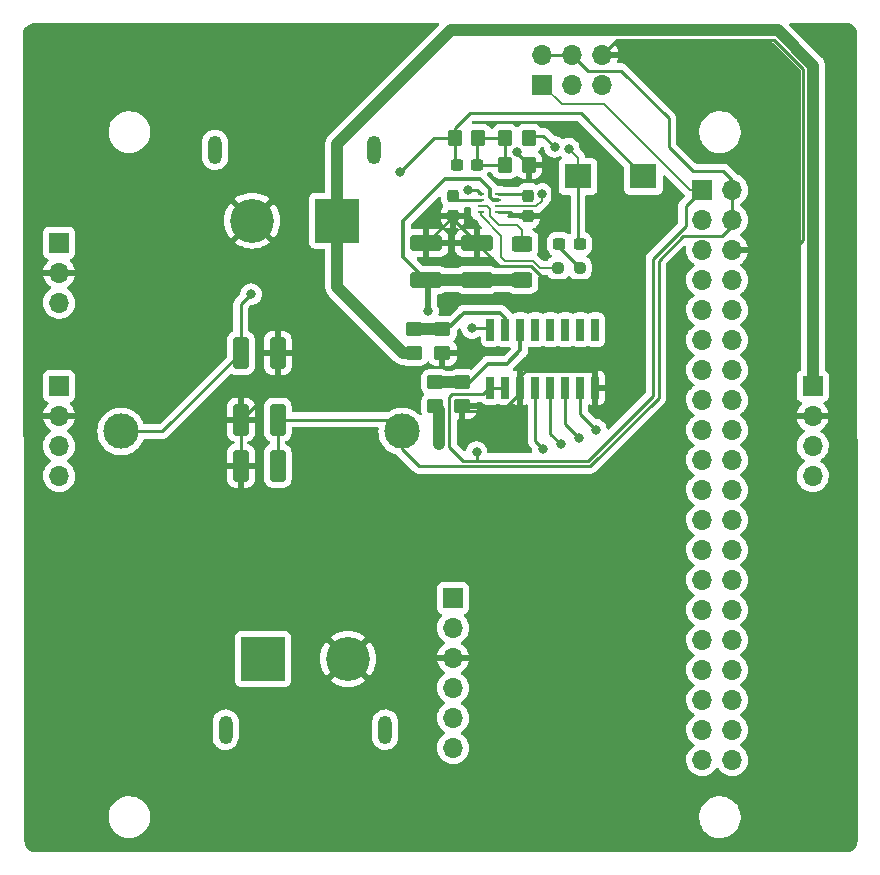
<source format=gbr>
%TF.GenerationSoftware,KiCad,Pcbnew,6.0.8-f2edbf62ab~116~ubuntu22.04.1*%
%TF.CreationDate,2022-11-23T04:07:14-05:00*%
%TF.ProjectId,Pi_HAT_V3,50695f48-4154-45f5-9633-2e6b69636164,rev?*%
%TF.SameCoordinates,Original*%
%TF.FileFunction,Copper,L2,Bot*%
%TF.FilePolarity,Positive*%
%FSLAX46Y46*%
G04 Gerber Fmt 4.6, Leading zero omitted, Abs format (unit mm)*
G04 Created by KiCad (PCBNEW 6.0.8-f2edbf62ab~116~ubuntu22.04.1) date 2022-11-23 04:07:14*
%MOMM*%
%LPD*%
G01*
G04 APERTURE LIST*
G04 Aperture macros list*
%AMRoundRect*
0 Rectangle with rounded corners*
0 $1 Rounding radius*
0 $2 $3 $4 $5 $6 $7 $8 $9 X,Y pos of 4 corners*
0 Add a 4 corners polygon primitive as box body*
4,1,4,$2,$3,$4,$5,$6,$7,$8,$9,$2,$3,0*
0 Add four circle primitives for the rounded corners*
1,1,$1+$1,$2,$3*
1,1,$1+$1,$4,$5*
1,1,$1+$1,$6,$7*
1,1,$1+$1,$8,$9*
0 Add four rect primitives between the rounded corners*
20,1,$1+$1,$2,$3,$4,$5,0*
20,1,$1+$1,$4,$5,$6,$7,0*
20,1,$1+$1,$6,$7,$8,$9,0*
20,1,$1+$1,$8,$9,$2,$3,0*%
G04 Aperture macros list end*
%TA.AperFunction,ComponentPad*%
%ADD10R,1.700000X1.700000*%
%TD*%
%TA.AperFunction,ComponentPad*%
%ADD11O,1.700000X1.700000*%
%TD*%
%TA.AperFunction,ComponentPad*%
%ADD12R,3.716000X3.716000*%
%TD*%
%TA.AperFunction,ComponentPad*%
%ADD13C,3.716000*%
%TD*%
%TA.AperFunction,ComponentPad*%
%ADD14O,1.200000X2.400000*%
%TD*%
%TA.AperFunction,ComponentPad*%
%ADD15C,3.000000*%
%TD*%
%TA.AperFunction,SMDPad,CuDef*%
%ADD16RoundRect,0.250000X0.412500X1.100000X-0.412500X1.100000X-0.412500X-1.100000X0.412500X-1.100000X0*%
%TD*%
%TA.AperFunction,SMDPad,CuDef*%
%ADD17RoundRect,0.237500X-0.300000X-0.237500X0.300000X-0.237500X0.300000X0.237500X-0.300000X0.237500X0*%
%TD*%
%TA.AperFunction,SMDPad,CuDef*%
%ADD18RoundRect,0.237500X-0.237500X0.300000X-0.237500X-0.300000X0.237500X-0.300000X0.237500X0.300000X0*%
%TD*%
%TA.AperFunction,SMDPad,CuDef*%
%ADD19RoundRect,0.250000X1.100000X-0.412500X1.100000X0.412500X-1.100000X0.412500X-1.100000X-0.412500X0*%
%TD*%
%TA.AperFunction,SMDPad,CuDef*%
%ADD20RoundRect,0.250000X0.625000X-0.400000X0.625000X0.400000X-0.625000X0.400000X-0.625000X-0.400000X0*%
%TD*%
%TA.AperFunction,SMDPad,CuDef*%
%ADD21RoundRect,0.237500X0.300000X0.237500X-0.300000X0.237500X-0.300000X-0.237500X0.300000X-0.237500X0*%
%TD*%
%TA.AperFunction,SMDPad,CuDef*%
%ADD22RoundRect,0.250000X-0.450000X0.350000X-0.450000X-0.350000X0.450000X-0.350000X0.450000X0.350000X0*%
%TD*%
%TA.AperFunction,SMDPad,CuDef*%
%ADD23RoundRect,0.250000X0.350000X0.450000X-0.350000X0.450000X-0.350000X-0.450000X0.350000X-0.450000X0*%
%TD*%
%TA.AperFunction,SMDPad,CuDef*%
%ADD24R,2.260600X2.108200*%
%TD*%
%TA.AperFunction,SMDPad,CuDef*%
%ADD25RoundRect,0.250000X-0.350000X-0.450000X0.350000X-0.450000X0.350000X0.450000X-0.350000X0.450000X0*%
%TD*%
%TA.AperFunction,SMDPad,CuDef*%
%ADD26R,0.609600X0.279400*%
%TD*%
%TA.AperFunction,SMDPad,CuDef*%
%ADD27RoundRect,0.250000X0.450000X-0.350000X0.450000X0.350000X-0.450000X0.350000X-0.450000X-0.350000X0*%
%TD*%
%TA.AperFunction,SMDPad,CuDef*%
%ADD28RoundRect,0.237500X-0.250000X-0.237500X0.250000X-0.237500X0.250000X0.237500X-0.250000X0.237500X0*%
%TD*%
%TA.AperFunction,SMDPad,CuDef*%
%ADD29RoundRect,0.042000X-0.258000X0.908000X-0.258000X-0.908000X0.258000X-0.908000X0.258000X0.908000X0*%
%TD*%
%TA.AperFunction,SMDPad,CuDef*%
%ADD30RoundRect,0.250000X-0.412500X-1.100000X0.412500X-1.100000X0.412500X1.100000X-0.412500X1.100000X0*%
%TD*%
%TA.AperFunction,ViaPad*%
%ADD31C,0.800000*%
%TD*%
%TA.AperFunction,ViaPad*%
%ADD32C,1.000000*%
%TD*%
%TA.AperFunction,Conductor*%
%ADD33C,0.250000*%
%TD*%
%TA.AperFunction,Conductor*%
%ADD34C,0.200000*%
%TD*%
%TA.AperFunction,Conductor*%
%ADD35C,0.300000*%
%TD*%
%TA.AperFunction,Conductor*%
%ADD36C,0.500000*%
%TD*%
%TA.AperFunction,Conductor*%
%ADD37C,1.000000*%
%TD*%
G04 APERTURE END LIST*
D10*
%TO.P,J3,1,Pin_1*%
%TO.N,/3.3V*%
X137475000Y-70525000D03*
D11*
%TO.P,J3,2,Pin_2*%
%TO.N,/5V*%
X137475000Y-67985000D03*
%TO.P,J3,3,Pin_3*%
%TO.N,/SDA*%
X140015000Y-70525000D03*
%TO.P,J3,4,Pin_4*%
%TO.N,/5V*%
X140015000Y-67985000D03*
%TO.P,J3,5,Pin_5*%
%TO.N,/SCL*%
X142555000Y-70525000D03*
%TO.P,J3,6,Pin_6*%
%TO.N,GND*%
X142555000Y-67985000D03*
%TD*%
D10*
%TO.P,J1,1,Pin_1*%
%TO.N,/3.3V*%
X129900000Y-113950000D03*
D11*
%TO.P,J1,2,Pin_2*%
%TO.N,unconnected-(J1-Pad2)*%
X129900000Y-116490000D03*
%TO.P,J1,3,Pin_3*%
%TO.N,GND*%
X129900000Y-119030000D03*
%TO.P,J1,4,Pin_4*%
%TO.N,/SCL*%
X129900000Y-121570000D03*
%TO.P,J1,5,Pin_5*%
%TO.N,/SDA*%
X129900000Y-124110000D03*
%TO.P,J1,6,Pin_6*%
%TO.N,unconnected-(J1-Pad6)*%
X129900000Y-126650000D03*
%TD*%
D10*
%TO.P,J2,1,Pin_1*%
%TO.N,/3.3V*%
X151000000Y-79400000D03*
D11*
%TO.P,J2,2,Pin_2*%
%TO.N,/5V*%
X153540000Y-79400000D03*
%TO.P,J2,3,Pin_3*%
%TO.N,/SDA*%
X151000000Y-81940000D03*
%TO.P,J2,4,Pin_4*%
%TO.N,/5V*%
X153540000Y-81940000D03*
%TO.P,J2,5,Pin_5*%
%TO.N,/SCL*%
X151000000Y-84480000D03*
%TO.P,J2,6,Pin_6*%
%TO.N,GND*%
X153540000Y-84480000D03*
%TO.P,J2,7,Pin_7*%
%TO.N,unconnected-(J2-Pad7)*%
X151000000Y-87020000D03*
%TO.P,J2,8,Pin_8*%
%TO.N,unconnected-(J2-Pad8)*%
X153540000Y-87020000D03*
%TO.P,J2,9,Pin_9*%
%TO.N,unconnected-(J2-Pad9)*%
X151000000Y-89560000D03*
%TO.P,J2,10,Pin_10*%
%TO.N,unconnected-(J2-Pad10)*%
X153540000Y-89560000D03*
%TO.P,J2,11,Pin_11*%
%TO.N,unconnected-(J2-Pad11)*%
X151000000Y-92100000D03*
%TO.P,J2,12,Pin_12*%
%TO.N,unconnected-(J2-Pad12)*%
X153540000Y-92100000D03*
%TO.P,J2,13,Pin_13*%
%TO.N,unconnected-(J2-Pad13)*%
X151000000Y-94640000D03*
%TO.P,J2,14,Pin_14*%
%TO.N,unconnected-(J2-Pad14)*%
X153540000Y-94640000D03*
%TO.P,J2,15,Pin_15*%
%TO.N,unconnected-(J2-Pad15)*%
X151000000Y-97180000D03*
%TO.P,J2,16,Pin_16*%
%TO.N,unconnected-(J2-Pad16)*%
X153540000Y-97180000D03*
%TO.P,J2,17,Pin_17*%
%TO.N,unconnected-(J2-Pad17)*%
X151000000Y-99720000D03*
%TO.P,J2,18,Pin_18*%
%TO.N,unconnected-(J2-Pad18)*%
X153540000Y-99720000D03*
%TO.P,J2,19,Pin_19*%
%TO.N,/MOSI*%
X151000000Y-102260000D03*
%TO.P,J2,20,Pin_20*%
%TO.N,unconnected-(J2-Pad20)*%
X153540000Y-102260000D03*
%TO.P,J2,21,Pin_21*%
%TO.N,/MISO*%
X151000000Y-104800000D03*
%TO.P,J2,22,Pin_22*%
%TO.N,unconnected-(J2-Pad22)*%
X153540000Y-104800000D03*
%TO.P,J2,23,Pin_23*%
%TO.N,/SCLK*%
X151000000Y-107340000D03*
%TO.P,J2,24,Pin_24*%
%TO.N,/CS*%
X153540000Y-107340000D03*
%TO.P,J2,25,Pin_25*%
%TO.N,unconnected-(J2-Pad25)*%
X151000000Y-109880000D03*
%TO.P,J2,26,Pin_26*%
%TO.N,unconnected-(J2-Pad26)*%
X153540000Y-109880000D03*
%TO.P,J2,27,Pin_27*%
%TO.N,unconnected-(J2-Pad27)*%
X151000000Y-112420000D03*
%TO.P,J2,28,Pin_28*%
%TO.N,unconnected-(J2-Pad28)*%
X153540000Y-112420000D03*
%TO.P,J2,29,Pin_29*%
%TO.N,unconnected-(J2-Pad29)*%
X151000000Y-114960000D03*
%TO.P,J2,30,Pin_30*%
%TO.N,unconnected-(J2-Pad30)*%
X153540000Y-114960000D03*
%TO.P,J2,31,Pin_31*%
%TO.N,unconnected-(J2-Pad31)*%
X151000000Y-117500000D03*
%TO.P,J2,32,Pin_32*%
%TO.N,unconnected-(J2-Pad32)*%
X153540000Y-117500000D03*
%TO.P,J2,33,Pin_33*%
%TO.N,unconnected-(J2-Pad33)*%
X151000000Y-120040000D03*
%TO.P,J2,34,Pin_34*%
%TO.N,unconnected-(J2-Pad34)*%
X153540000Y-120040000D03*
%TO.P,J2,35,Pin_35*%
%TO.N,unconnected-(J2-Pad35)*%
X151000000Y-122580000D03*
%TO.P,J2,36,Pin_36*%
%TO.N,unconnected-(J2-Pad36)*%
X153540000Y-122580000D03*
%TO.P,J2,37,Pin_37*%
%TO.N,unconnected-(J2-Pad37)*%
X151000000Y-125120000D03*
%TO.P,J2,38,Pin_38*%
%TO.N,unconnected-(J2-Pad38)*%
X153540000Y-125120000D03*
%TO.P,J2,39,Pin_39*%
%TO.N,unconnected-(J2-Pad39)*%
X151000000Y-127660000D03*
%TO.P,J2,40,Pin_40*%
%TO.N,unconnected-(J2-Pad40)*%
X153540000Y-127660000D03*
%TD*%
D10*
%TO.P,J4,1,Pin_1*%
%TO.N,/12V0*%
X96550000Y-96000000D03*
D11*
%TO.P,J4,2,Pin_2*%
%TO.N,GND*%
X96550000Y-98540000D03*
%TO.P,J4,3,Pin_3*%
%TO.N,/SCL*%
X96550000Y-101080000D03*
%TO.P,J4,4,Pin_4*%
%TO.N,/SDA*%
X96550000Y-103620000D03*
%TD*%
D12*
%TO.P,J5,1,+*%
%TO.N,/12V0*%
X120100000Y-82000000D03*
D13*
%TO.P,J5,2,-*%
%TO.N,GND*%
X112900000Y-82000000D03*
D14*
%TO.P,J5,S1*%
%TO.N,N/C*%
X123250000Y-76000000D03*
%TO.P,J5,S2*%
X109750000Y-76000000D03*
%TD*%
D12*
%TO.P,J8,1,+*%
%TO.N,/12V1*%
X113800000Y-119100000D03*
D13*
%TO.P,J8,2,-*%
%TO.N,GND*%
X121000000Y-119100000D03*
D14*
%TO.P,J8,S1*%
%TO.N,N/C*%
X110650000Y-125100000D03*
%TO.P,J8,S2*%
X124150000Y-125100000D03*
%TD*%
D15*
%TO.P,L2,1,1*%
%TO.N,Net-(C5-Pad1)*%
X101800000Y-99850000D03*
%TO.P,L2,2,2*%
%TO.N,/5V*%
X125600000Y-99850000D03*
%TD*%
D10*
%TO.P,J6,1,Pin_1*%
%TO.N,/12V0*%
X160350000Y-96000000D03*
D11*
%TO.P,J6,2,Pin_2*%
%TO.N,GND*%
X160350000Y-98540000D03*
%TO.P,J6,3,Pin_3*%
%TO.N,/SCL*%
X160350000Y-101080000D03*
%TO.P,J6,4,Pin_4*%
%TO.N,/SDA*%
X160350000Y-103620000D03*
%TD*%
D10*
%TO.P,J7,1,Pin_1*%
%TO.N,/5V*%
X96550000Y-83875000D03*
D11*
%TO.P,J7,2,Pin_2*%
%TO.N,GND*%
X96550000Y-86415000D03*
%TO.P,J7,3,Pin_3*%
%TO.N,/PS*%
X96550000Y-88955000D03*
%TD*%
D16*
%TO.P,C7,1*%
%TO.N,/5V*%
X115062500Y-102750000D03*
%TO.P,C7,2*%
%TO.N,GND*%
X111937500Y-102750000D03*
%TD*%
D17*
%TO.P,C9,1*%
%TO.N,Net-(C5-Pad1)*%
X130212500Y-77275000D03*
%TO.P,C9,2*%
%TO.N,Net-(C9-Pad2)*%
X131937500Y-77275000D03*
%TD*%
D18*
%TO.P,C3,1*%
%TO.N,Net-(C3-Pad1)*%
X136250000Y-79887500D03*
%TO.P,C3,2*%
%TO.N,GND*%
X136250000Y-81612500D03*
%TD*%
D16*
%TO.P,C6,1*%
%TO.N,/5V*%
X115062500Y-98850000D03*
%TO.P,C6,2*%
%TO.N,GND*%
X111937500Y-98850000D03*
%TD*%
D19*
%TO.P,C1,1*%
%TO.N,/12V1*%
X131900000Y-87037500D03*
%TO.P,C1,2*%
%TO.N,GND*%
X131900000Y-83912500D03*
%TD*%
%TO.P,C2,1*%
%TO.N,/12V1*%
X127650000Y-87037500D03*
%TO.P,C2,2*%
%TO.N,GND*%
X127650000Y-83912500D03*
%TD*%
D20*
%TO.P,R2,1*%
%TO.N,/12V1*%
X135750000Y-87050000D03*
%TO.P,R2,2*%
%TO.N,Net-(R2-Pad2)*%
X135750000Y-83950000D03*
%TD*%
D21*
%TO.P,C4,1*%
%TO.N,Net-(C4-Pad1)*%
X140612500Y-83975000D03*
%TO.P,C4,2*%
%TO.N,Net-(C4-Pad2)*%
X138887500Y-83975000D03*
%TD*%
D22*
%TO.P,R6,1*%
%TO.N,/A-D Converter/4V1*%
X130700000Y-95700000D03*
%TO.P,R6,2*%
%TO.N,GND*%
X130700000Y-97700000D03*
%TD*%
D23*
%TO.P,R5,1*%
%TO.N,GND*%
X136300000Y-77275000D03*
%TO.P,R5,2*%
%TO.N,Net-(C9-Pad2)*%
X134300000Y-77275000D03*
%TD*%
D24*
%TO.P,L1,1,1*%
%TO.N,Net-(C4-Pad1)*%
X140481400Y-78250000D03*
%TO.P,L1,2,2*%
%TO.N,Net-(C5-Pad1)*%
X146018600Y-78250000D03*
%TD*%
D25*
%TO.P,R14,1*%
%TO.N,Net-(C5-Pad1)*%
X130050000Y-75000000D03*
%TO.P,R14,2*%
%TO.N,Net-(C9-Pad2)*%
X132050000Y-75000000D03*
%TD*%
D26*
%TO.P,U1,1,PG*%
%TO.N,Net-(C3-Pad1)*%
X133749300Y-79749999D03*
%TO.P,U1,2,IN*%
%TO.N,/12V1*%
X133749300Y-80250000D03*
%TO.P,U1,3,SW*%
%TO.N,Net-(C4-Pad1)*%
X133749300Y-80750000D03*
%TO.P,U1,4,GND*%
%TO.N,GND*%
X133749300Y-81250001D03*
%TO.P,U1,5,BST*%
%TO.N,Net-(R4-Pad1)*%
X132250700Y-81250001D03*
%TO.P,U1,6,EN/SYNC*%
%TO.N,Net-(R2-Pad2)*%
X132250700Y-80750000D03*
%TO.P,U1,7,SS*%
%TO.N,Net-(C8-Pad1)*%
X132250700Y-80250000D03*
%TO.P,U1,8,FB*%
%TO.N,Net-(R3-Pad1)*%
X132250700Y-79749999D03*
%TD*%
D22*
%TO.P,R8,1*%
%TO.N,/A-D Converter/4V0*%
X129000000Y-91200000D03*
%TO.P,R8,2*%
%TO.N,GND*%
X129000000Y-93200000D03*
%TD*%
D18*
%TO.P,C8,1*%
%TO.N,Net-(C8-Pad1)*%
X129875000Y-79887500D03*
%TO.P,C8,2*%
%TO.N,GND*%
X129875000Y-81612500D03*
%TD*%
D27*
%TO.P,R7,1*%
%TO.N,/12V0*%
X126600000Y-93200000D03*
%TO.P,R7,2*%
%TO.N,/A-D Converter/4V0*%
X126600000Y-91200000D03*
%TD*%
D28*
%TO.P,R4,1*%
%TO.N,Net-(R4-Pad1)*%
X138812500Y-86000000D03*
%TO.P,R4,2*%
%TO.N,Net-(C4-Pad2)*%
X140637500Y-86000000D03*
%TD*%
D27*
%TO.P,R1,1*%
%TO.N,/12V1*%
X128400000Y-97700000D03*
%TO.P,R1,2*%
%TO.N,/A-D Converter/4V1*%
X128400000Y-95700000D03*
%TD*%
D29*
%TO.P,U2,1,CH0*%
%TO.N,/PS*%
X133065000Y-91232500D03*
%TO.P,U2,2,CH1*%
%TO.N,/A-D Converter/4V0*%
X134335000Y-91232500D03*
%TO.P,U2,3,CH2*%
%TO.N,/A-D Converter/4V1*%
X135605000Y-91232500D03*
%TO.P,U2,4,CH3*%
%TO.N,unconnected-(U2-Pad4)*%
X136875000Y-91232500D03*
%TO.P,U2,5,CH4*%
%TO.N,unconnected-(U2-Pad5)*%
X138145000Y-91232500D03*
%TO.P,U2,6,CH5*%
%TO.N,unconnected-(U2-Pad6)*%
X139415000Y-91232500D03*
%TO.P,U2,7,CH6*%
%TO.N,unconnected-(U2-Pad7)*%
X140685000Y-91232500D03*
%TO.P,U2,8,CH7*%
%TO.N,unconnected-(U2-Pad8)*%
X141955000Y-91232500D03*
%TO.P,U2,9,DGND*%
%TO.N,GND*%
X141955000Y-96142500D03*
%TO.P,U2,10,~{CS/SHDN}*%
%TO.N,/CS*%
X140685000Y-96142500D03*
%TO.P,U2,11,DIN*%
%TO.N,/MOSI*%
X139415000Y-96142500D03*
%TO.P,U2,12,DOUT*%
%TO.N,/MISO*%
X138145000Y-96142500D03*
%TO.P,U2,13,CLK*%
%TO.N,/SCLK*%
X136875000Y-96142500D03*
%TO.P,U2,14,AGND*%
%TO.N,GND*%
X135605000Y-96142500D03*
%TO.P,U2,15,VREF*%
%TO.N,/3.3V*%
X134335000Y-96142500D03*
%TO.P,U2,16,VDD*%
X133065000Y-96142500D03*
%TD*%
D30*
%TO.P,C5,1*%
%TO.N,Net-(C5-Pad1)*%
X111937500Y-93200000D03*
%TO.P,C5,2*%
%TO.N,GND*%
X115062500Y-93200000D03*
%TD*%
D23*
%TO.P,R3,1*%
%TO.N,Net-(R3-Pad1)*%
X136325000Y-75000000D03*
%TO.P,R3,2*%
%TO.N,Net-(C9-Pad2)*%
X134325000Y-75000000D03*
%TD*%
D31*
%TO.N,/3.3V*%
X131900000Y-101600000D03*
%TO.N,/MOSI*%
X140600000Y-100400000D03*
%TO.N,/MISO*%
X139000000Y-100900000D03*
%TO.N,/CS*%
X142000000Y-99700000D03*
%TO.N,GND*%
X135300000Y-76200000D03*
X138300000Y-82000000D03*
X131700000Y-82300000D03*
%TO.N,/12V1*%
X127800000Y-89679500D03*
D32*
X128700000Y-100900000D03*
D31*
%TO.N,Net-(C4-Pad1)*%
X139700000Y-75900000D03*
X137450000Y-79750000D03*
%TO.N,Net-(C5-Pad1)*%
X125400000Y-77900000D03*
X112800000Y-88230500D03*
%TO.N,Net-(R3-Pad1)*%
X131150000Y-79450000D03*
X138500000Y-75750000D03*
%TO.N,/PS*%
X131500000Y-91100000D03*
%TO.N,/SCLK*%
X137500000Y-101300000D03*
%TD*%
D33*
%TO.N,/3.3V*%
X132400000Y-96700000D02*
X129800000Y-96700000D01*
X149600000Y-82463604D02*
X149600000Y-80800000D01*
X132957500Y-96142500D02*
X132400000Y-96700000D01*
X131950000Y-102350000D02*
X141313604Y-102350000D01*
X146850000Y-85213604D02*
X149600000Y-82463604D01*
D34*
X142702022Y-72150000D02*
X149952022Y-79400000D01*
D33*
X129600000Y-101200000D02*
X130750000Y-102350000D01*
X131900000Y-101600000D02*
X131900000Y-102300000D01*
X131900000Y-102300000D02*
X131950000Y-102350000D01*
X130750000Y-102350000D02*
X131950000Y-102350000D01*
X149600000Y-80800000D02*
X151000000Y-79400000D01*
D34*
X139100000Y-72150000D02*
X142702022Y-72150000D01*
D33*
X141313604Y-102350000D02*
X146850000Y-96813604D01*
X134335000Y-96142500D02*
X133065000Y-96142500D01*
X146850000Y-96813604D02*
X146850000Y-85213604D01*
X129800000Y-96700000D02*
X129600000Y-96900000D01*
D34*
X137475000Y-70525000D02*
X139100000Y-72150000D01*
X149952022Y-79400000D02*
X151000000Y-79400000D01*
D33*
X133065000Y-96142500D02*
X132957500Y-96142500D01*
X129600000Y-96900000D02*
X129600000Y-101200000D01*
%TO.N,/MOSI*%
X140600000Y-100400000D02*
X139415000Y-99215000D01*
X139415000Y-99215000D02*
X139415000Y-96142500D01*
%TO.N,/MISO*%
X139000000Y-100900000D02*
X138145000Y-100045000D01*
X138145000Y-100045000D02*
X138145000Y-96142500D01*
%TO.N,/CS*%
X140685000Y-98385000D02*
X142000000Y-99700000D01*
X140685000Y-96142500D02*
X140685000Y-98385000D01*
%TO.N,Net-(C8-Pad1)*%
X130237500Y-80250000D02*
X129875000Y-79887500D01*
X132250700Y-80250000D02*
X130237500Y-80250000D01*
%TO.N,GND*%
X138300000Y-82000000D02*
X137912500Y-81612500D01*
X134062516Y-98100000D02*
X135605000Y-96557516D01*
X138300000Y-78000000D02*
X137575000Y-77275000D01*
X134750001Y-81250001D02*
X133749300Y-81250001D01*
X135112500Y-81612500D02*
X134750001Y-81250001D01*
X137912500Y-81612500D02*
X137387500Y-81612500D01*
X129875000Y-81612500D02*
X129875000Y-81887500D01*
X130700000Y-97700000D02*
X131100000Y-98100000D01*
X136250000Y-81612500D02*
X135112500Y-81612500D01*
X133812500Y-85825000D02*
X136473960Y-85825000D01*
X136100000Y-94700000D02*
X141900000Y-94700000D01*
X135300000Y-76200000D02*
X135300000Y-76275000D01*
X131900000Y-83912500D02*
X133812500Y-85825000D01*
X136473960Y-85825000D02*
X137648960Y-87000000D01*
X131900000Y-83912500D02*
X131900000Y-82500000D01*
X142900000Y-89900000D02*
X142900000Y-93700000D01*
X111937500Y-98850000D02*
X111937500Y-102750000D01*
X137575000Y-77275000D02*
X136300000Y-77275000D01*
X129875000Y-81887500D02*
X131900000Y-83912500D01*
X115062500Y-95725000D02*
X111937500Y-98850000D01*
X142000000Y-94800000D02*
X142000000Y-96097500D01*
X157050000Y-66725000D02*
X143815000Y-66725000D01*
X129875000Y-81687500D02*
X127650000Y-83912500D01*
X143815000Y-66725000D02*
X142555000Y-67985000D01*
X138300000Y-80700000D02*
X138300000Y-78000000D01*
X115062500Y-93200000D02*
X115062500Y-95725000D01*
X135605000Y-95195000D02*
X136100000Y-94700000D01*
X129875000Y-81612500D02*
X129875000Y-81687500D01*
X135300000Y-76275000D02*
X136300000Y-77275000D01*
X135605000Y-96557516D02*
X135605000Y-96142500D01*
X142900000Y-93700000D02*
X141900000Y-94700000D01*
X140000000Y-87000000D02*
X142900000Y-89900000D01*
X158720000Y-84480000D02*
X159525000Y-83675000D01*
X137648960Y-87000000D02*
X140000000Y-87000000D01*
X135605000Y-96142500D02*
X135605000Y-95195000D01*
X159525000Y-69200000D02*
X157050000Y-66725000D01*
X131100000Y-98100000D02*
X134062516Y-98100000D01*
X141900000Y-94700000D02*
X142000000Y-94800000D01*
X131900000Y-82500000D02*
X131700000Y-82300000D01*
X136250000Y-81612500D02*
X137387500Y-81612500D01*
X142000000Y-96097500D02*
X141955000Y-96142500D01*
X137387500Y-81612500D02*
X138300000Y-80700000D01*
X153540000Y-84480000D02*
X158720000Y-84480000D01*
X159525000Y-83675000D02*
X159525000Y-69200000D01*
D35*
%TO.N,/12V1*%
X133000000Y-80000000D02*
X133000000Y-79300000D01*
D36*
X127800000Y-89679500D02*
X127800000Y-87187500D01*
D35*
X129250000Y-78500000D02*
X125700000Y-82050000D01*
X133749300Y-80250000D02*
X133250000Y-80250000D01*
D33*
X135737500Y-87037500D02*
X135750000Y-87050000D01*
D35*
X133250000Y-80250000D02*
X133000000Y-80000000D01*
X133000000Y-79300000D02*
X132200000Y-78500000D01*
D36*
X127800000Y-87187500D02*
X127650000Y-87037500D01*
D35*
X132200000Y-78500000D02*
X129250000Y-78500000D01*
D37*
X131900000Y-87037500D02*
X135737500Y-87037500D01*
X128700000Y-98000000D02*
X128400000Y-97700000D01*
X128700000Y-100900000D02*
X128700000Y-98000000D01*
D35*
X125700000Y-85087500D02*
X127650000Y-87037500D01*
X125700000Y-82050000D02*
X125700000Y-85087500D01*
D37*
X127650000Y-87037500D02*
X131900000Y-87037500D01*
D33*
%TO.N,/5V*%
X127050000Y-102800000D02*
X141500000Y-102800000D01*
X147300000Y-85400000D02*
X149400000Y-83300000D01*
X148150000Y-73350000D02*
X148150000Y-75750000D01*
X153540000Y-78540000D02*
X153540000Y-79400000D01*
X140015000Y-67985000D02*
X141330000Y-69300000D01*
X141330000Y-69300000D02*
X144100000Y-69300000D01*
X125550000Y-99850000D02*
X124550000Y-98850000D01*
X141500000Y-102800000D02*
X147300000Y-97000000D01*
X125600000Y-99850000D02*
X125550000Y-99850000D01*
X125600000Y-101350000D02*
X125600000Y-99850000D01*
X150200000Y-77800000D02*
X152800000Y-77800000D01*
X144100000Y-69300000D02*
X148150000Y-73350000D01*
X147300000Y-97000000D02*
X147300000Y-85400000D01*
X152700000Y-83300000D02*
X153540000Y-82460000D01*
X115062500Y-98850000D02*
X115062500Y-102750000D01*
X124550000Y-98850000D02*
X115062500Y-98850000D01*
X153540000Y-79400000D02*
X153540000Y-81940000D01*
X127050000Y-102800000D02*
X125600000Y-101350000D01*
X149400000Y-83300000D02*
X152700000Y-83300000D01*
X148150000Y-75750000D02*
X150200000Y-77800000D01*
X153540000Y-82460000D02*
X153540000Y-81940000D01*
X137475000Y-67985000D02*
X140015000Y-67985000D01*
X152800000Y-77800000D02*
X153540000Y-78540000D01*
%TO.N,Net-(C3-Pad1)*%
X136250000Y-79887500D02*
X136112499Y-79749999D01*
X136112499Y-79749999D02*
X133749300Y-79749999D01*
D34*
%TO.N,Net-(C4-Pad1)*%
X139700000Y-75900000D02*
X140481400Y-76681400D01*
X137400000Y-80300000D02*
X137450000Y-80250000D01*
X133749300Y-80750000D02*
X136950000Y-80750000D01*
D33*
X140481400Y-78250000D02*
X140481400Y-83843900D01*
D34*
X140481400Y-76681400D02*
X140481400Y-78250000D01*
X137450000Y-80250000D02*
X137450000Y-79750000D01*
D33*
X140481400Y-83843900D02*
X140612500Y-83975000D01*
D34*
X136950000Y-80750000D02*
X137400000Y-80300000D01*
D33*
%TO.N,Net-(C4-Pad2)*%
X138887500Y-83975000D02*
X138887500Y-84250000D01*
X138887500Y-84250000D02*
X140637500Y-86000000D01*
%TO.N,Net-(C5-Pad1)*%
X111937500Y-89093000D02*
X111937500Y-93200000D01*
X140700000Y-72900000D02*
X131300000Y-72900000D01*
X131300000Y-72900000D02*
X130050000Y-74150000D01*
X128300000Y-75000000D02*
X130050000Y-75000000D01*
X130050000Y-75000000D02*
X130050000Y-77112500D01*
X101800000Y-99850000D02*
X105287500Y-99850000D01*
X130050000Y-77112500D02*
X130212500Y-77275000D01*
X130050000Y-74150000D02*
X130050000Y-75000000D01*
X112800000Y-88230500D02*
X111937500Y-89093000D01*
X105287500Y-99850000D02*
X111937500Y-93200000D01*
X146018600Y-78218600D02*
X140700000Y-72900000D01*
X125400000Y-77900000D02*
X128300000Y-75000000D01*
X146018600Y-78250000D02*
X146018600Y-78218600D01*
D34*
%TO.N,Net-(R2-Pad2)*%
X133050000Y-81650000D02*
X133800000Y-82400000D01*
X132794221Y-80750000D02*
X133050000Y-81005779D01*
X132250700Y-80750000D02*
X132794221Y-80750000D01*
X133050000Y-81005779D02*
X133050000Y-81650000D01*
X135750000Y-82800000D02*
X135750000Y-83950000D01*
X133800000Y-82400000D02*
X135350000Y-82400000D01*
X135350000Y-82400000D02*
X135750000Y-82800000D01*
D33*
%TO.N,Net-(R3-Pad1)*%
X131950701Y-79450000D02*
X132250700Y-79749999D01*
X136525000Y-74800000D02*
X136325000Y-75000000D01*
X137550000Y-74800000D02*
X136525000Y-74800000D01*
X131150000Y-79450000D02*
X131950701Y-79450000D01*
X138500000Y-75750000D02*
X137550000Y-74800000D01*
%TO.N,Net-(C9-Pad2)*%
X132050000Y-75000000D02*
X134325000Y-75000000D01*
X134325000Y-77250000D02*
X134300000Y-77275000D01*
X134325000Y-75000000D02*
X134325000Y-77250000D01*
X131937500Y-77275000D02*
X131937500Y-75112500D01*
X134300000Y-77275000D02*
X131937500Y-77275000D01*
X131937500Y-75112500D02*
X132050000Y-75000000D01*
D34*
%TO.N,Net-(R4-Pad1)*%
X134300000Y-85400000D02*
X134000000Y-85100000D01*
X134000000Y-83300000D02*
X132250700Y-81550700D01*
X138812500Y-86000000D02*
X137250000Y-86000000D01*
X137250000Y-86000000D02*
X136650000Y-85400000D01*
X134000000Y-85100000D02*
X134000000Y-83300000D01*
X132250700Y-81550700D02*
X132250700Y-81250001D01*
X136650000Y-85400000D02*
X134300000Y-85400000D01*
D33*
%TO.N,/PS*%
X131500000Y-91100000D02*
X132932500Y-91100000D01*
X132932500Y-91100000D02*
X133065000Y-91232500D01*
%TO.N,/SCLK*%
X136875000Y-100675000D02*
X137500000Y-101300000D01*
X136875000Y-96142500D02*
X136875000Y-100675000D01*
D37*
%TO.N,/12V0*%
X160400000Y-68908274D02*
X160400000Y-71250000D01*
X125700000Y-93200000D02*
X120100000Y-87600000D01*
X126600000Y-93200000D02*
X125700000Y-93200000D01*
X120100000Y-75500000D02*
X129700000Y-65900000D01*
X157391726Y-65900000D02*
X160400000Y-68908274D01*
X129700000Y-65900000D02*
X157391726Y-65900000D01*
X120100000Y-87600000D02*
X120100000Y-82000000D01*
X160350000Y-71300000D02*
X160350000Y-96000000D01*
X160400000Y-71250000D02*
X160350000Y-71300000D01*
X120100000Y-82000000D02*
X120100000Y-75500000D01*
D35*
%TO.N,/A-D Converter/4V1*%
X134500000Y-94100000D02*
X135605000Y-92995000D01*
X131300000Y-95700000D02*
X132900000Y-94100000D01*
D37*
X128400000Y-95700000D02*
X130700000Y-95700000D01*
D35*
X132900000Y-94100000D02*
X134500000Y-94100000D01*
X135605000Y-92995000D02*
X135605000Y-91232500D01*
X130700000Y-95700000D02*
X131300000Y-95700000D01*
D37*
%TO.N,/A-D Converter/4V0*%
X126600000Y-91200000D02*
X129000000Y-91200000D01*
D35*
X134335000Y-90235000D02*
X134335000Y-91232500D01*
X133900000Y-89800000D02*
X134335000Y-90235000D01*
X129000000Y-91200000D02*
X129400000Y-91200000D01*
X130800000Y-89800000D02*
X133900000Y-89800000D01*
X129400000Y-91200000D02*
X130800000Y-89800000D01*
%TD*%
%TA.AperFunction,Conductor*%
%TO.N,GND*%
G36*
X163120135Y-65247519D02*
G01*
X163134258Y-65249717D01*
X163143724Y-65251191D01*
X163156397Y-65249534D01*
X163183707Y-65248949D01*
X163311194Y-65260103D01*
X163332817Y-65263915D01*
X163425990Y-65288881D01*
X163478466Y-65302942D01*
X163499104Y-65310454D01*
X163635760Y-65374178D01*
X163654780Y-65385160D01*
X163778297Y-65471647D01*
X163795122Y-65485765D01*
X163901735Y-65592378D01*
X163915853Y-65609203D01*
X164002340Y-65732720D01*
X164013322Y-65751740D01*
X164077046Y-65888396D01*
X164084557Y-65909034D01*
X164123583Y-66054678D01*
X164127398Y-66076309D01*
X164137947Y-66196893D01*
X164137393Y-66213374D01*
X164137800Y-66213379D01*
X164137690Y-66222353D01*
X164136309Y-66231224D01*
X164137473Y-66240127D01*
X164137473Y-66240130D01*
X164140445Y-66262860D01*
X164141509Y-66279167D01*
X164155753Y-134073038D01*
X164155830Y-134440005D01*
X164154329Y-134459420D01*
X164150649Y-134483050D01*
X164151813Y-134491953D01*
X164151813Y-134491959D01*
X164152306Y-134495730D01*
X164152889Y-134523046D01*
X164141734Y-134650517D01*
X164137920Y-134672147D01*
X164098891Y-134817793D01*
X164091379Y-134838430D01*
X164027654Y-134975086D01*
X164016675Y-134994102D01*
X163946836Y-135093842D01*
X163930182Y-135117626D01*
X163916064Y-135134450D01*
X163809450Y-135241064D01*
X163792626Y-135255182D01*
X163771080Y-135270269D01*
X163669102Y-135341675D01*
X163650090Y-135352651D01*
X163576763Y-135386846D01*
X163513430Y-135416379D01*
X163492792Y-135423891D01*
X163347143Y-135462921D01*
X163325517Y-135466734D01*
X163204934Y-135477286D01*
X163188452Y-135476733D01*
X163188447Y-135477139D01*
X163179472Y-135477030D01*
X163170602Y-135475649D01*
X163161701Y-135476813D01*
X163161698Y-135476813D01*
X163138997Y-135479782D01*
X163122679Y-135480846D01*
X94649338Y-135491492D01*
X94629935Y-135489992D01*
X94615152Y-135487691D01*
X94606276Y-135486309D01*
X94593603Y-135487966D01*
X94566293Y-135488551D01*
X94438806Y-135477397D01*
X94417183Y-135473585D01*
X94271533Y-135434558D01*
X94250896Y-135427046D01*
X94114240Y-135363322D01*
X94095220Y-135352340D01*
X93971703Y-135265853D01*
X93954878Y-135251735D01*
X93848265Y-135145122D01*
X93834147Y-135128297D01*
X93747660Y-135004780D01*
X93736678Y-134985760D01*
X93672954Y-134849104D01*
X93665443Y-134828466D01*
X93626417Y-134682822D01*
X93622602Y-134661191D01*
X93612349Y-134543993D01*
X93612374Y-134521758D01*
X93612770Y-134517344D01*
X93613576Y-134512552D01*
X93613729Y-134500000D01*
X93612445Y-134491034D01*
X93609680Y-134471723D01*
X93608408Y-134454120D01*
X93604638Y-132607655D01*
X100739858Y-132607655D01*
X100775104Y-132866638D01*
X100776412Y-132871124D01*
X100776412Y-132871126D01*
X100796098Y-132938664D01*
X100848243Y-133117567D01*
X100957668Y-133354928D01*
X100960231Y-133358837D01*
X101098410Y-133569596D01*
X101098414Y-133569601D01*
X101100976Y-133573509D01*
X101275018Y-133768506D01*
X101475970Y-133935637D01*
X101479973Y-133938066D01*
X101695422Y-134068804D01*
X101695426Y-134068806D01*
X101699419Y-134071229D01*
X101940455Y-134172303D01*
X102193783Y-134236641D01*
X102198434Y-134237109D01*
X102198438Y-134237110D01*
X102391308Y-134256531D01*
X102410867Y-134258500D01*
X102566354Y-134258500D01*
X102568679Y-134258327D01*
X102568685Y-134258327D01*
X102756000Y-134244407D01*
X102756004Y-134244406D01*
X102760652Y-134244061D01*
X102765200Y-134243032D01*
X102765206Y-134243031D01*
X102951601Y-134200853D01*
X103015577Y-134186377D01*
X103051769Y-134172303D01*
X103254824Y-134093340D01*
X103254827Y-134093339D01*
X103259177Y-134091647D01*
X103486098Y-133961951D01*
X103691357Y-133800138D01*
X103870443Y-133609763D01*
X104019424Y-133395009D01*
X104135025Y-133160593D01*
X104214707Y-132911665D01*
X104256721Y-132653693D01*
X104257324Y-132607655D01*
X150739858Y-132607655D01*
X150775104Y-132866638D01*
X150776412Y-132871124D01*
X150776412Y-132871126D01*
X150796098Y-132938664D01*
X150848243Y-133117567D01*
X150957668Y-133354928D01*
X150960231Y-133358837D01*
X151098410Y-133569596D01*
X151098414Y-133569601D01*
X151100976Y-133573509D01*
X151275018Y-133768506D01*
X151475970Y-133935637D01*
X151479973Y-133938066D01*
X151695422Y-134068804D01*
X151695426Y-134068806D01*
X151699419Y-134071229D01*
X151940455Y-134172303D01*
X152193783Y-134236641D01*
X152198434Y-134237109D01*
X152198438Y-134237110D01*
X152391308Y-134256531D01*
X152410867Y-134258500D01*
X152566354Y-134258500D01*
X152568679Y-134258327D01*
X152568685Y-134258327D01*
X152756000Y-134244407D01*
X152756004Y-134244406D01*
X152760652Y-134244061D01*
X152765200Y-134243032D01*
X152765206Y-134243031D01*
X152951601Y-134200853D01*
X153015577Y-134186377D01*
X153051769Y-134172303D01*
X153254824Y-134093340D01*
X153254827Y-134093339D01*
X153259177Y-134091647D01*
X153486098Y-133961951D01*
X153691357Y-133800138D01*
X153870443Y-133609763D01*
X154019424Y-133395009D01*
X154135025Y-133160593D01*
X154214707Y-132911665D01*
X154256721Y-132653693D01*
X154260142Y-132392345D01*
X154224896Y-132133362D01*
X154210473Y-132083877D01*
X154153068Y-131886932D01*
X154151757Y-131882433D01*
X154042332Y-131645072D01*
X154009519Y-131595024D01*
X153901590Y-131430404D01*
X153901586Y-131430399D01*
X153899024Y-131426491D01*
X153724982Y-131231494D01*
X153524030Y-131064363D01*
X153476844Y-131035730D01*
X153304578Y-130931196D01*
X153304574Y-130931194D01*
X153300581Y-130928771D01*
X153059545Y-130827697D01*
X152806217Y-130763359D01*
X152801566Y-130762891D01*
X152801562Y-130762890D01*
X152592271Y-130741816D01*
X152589133Y-130741500D01*
X152433646Y-130741500D01*
X152431321Y-130741673D01*
X152431315Y-130741673D01*
X152244000Y-130755593D01*
X152243996Y-130755594D01*
X152239348Y-130755939D01*
X152234800Y-130756968D01*
X152234794Y-130756969D01*
X152048399Y-130799147D01*
X151984423Y-130813623D01*
X151980071Y-130815315D01*
X151980069Y-130815316D01*
X151745176Y-130906660D01*
X151745173Y-130906661D01*
X151740823Y-130908353D01*
X151513902Y-131038049D01*
X151308643Y-131199862D01*
X151129557Y-131390237D01*
X150980576Y-131604991D01*
X150864975Y-131839407D01*
X150785293Y-132088335D01*
X150743279Y-132346307D01*
X150739858Y-132607655D01*
X104257324Y-132607655D01*
X104260142Y-132392345D01*
X104224896Y-132133362D01*
X104210473Y-132083877D01*
X104153068Y-131886932D01*
X104151757Y-131882433D01*
X104042332Y-131645072D01*
X104009519Y-131595024D01*
X103901590Y-131430404D01*
X103901586Y-131430399D01*
X103899024Y-131426491D01*
X103724982Y-131231494D01*
X103524030Y-131064363D01*
X103476844Y-131035730D01*
X103304578Y-130931196D01*
X103304574Y-130931194D01*
X103300581Y-130928771D01*
X103059545Y-130827697D01*
X102806217Y-130763359D01*
X102801566Y-130762891D01*
X102801562Y-130762890D01*
X102592271Y-130741816D01*
X102589133Y-130741500D01*
X102433646Y-130741500D01*
X102431321Y-130741673D01*
X102431315Y-130741673D01*
X102244000Y-130755593D01*
X102243996Y-130755594D01*
X102239348Y-130755939D01*
X102234800Y-130756968D01*
X102234794Y-130756969D01*
X102048399Y-130799147D01*
X101984423Y-130813623D01*
X101980071Y-130815315D01*
X101980069Y-130815316D01*
X101745176Y-130906660D01*
X101745173Y-130906661D01*
X101740823Y-130908353D01*
X101513902Y-131038049D01*
X101308643Y-131199862D01*
X101129557Y-131390237D01*
X100980576Y-131604991D01*
X100864975Y-131839407D01*
X100785293Y-132088335D01*
X100743279Y-132346307D01*
X100739858Y-132607655D01*
X93604638Y-132607655D01*
X93590640Y-125752846D01*
X109541500Y-125752846D01*
X109556548Y-125910566D01*
X109616092Y-126113534D01*
X109618836Y-126118861D01*
X109618836Y-126118862D01*
X109701558Y-126279476D01*
X109712942Y-126301580D01*
X109843604Y-126467920D01*
X109848135Y-126471852D01*
X109848138Y-126471855D01*
X109934058Y-126546412D01*
X110003363Y-126606552D01*
X110008549Y-126609552D01*
X110008553Y-126609555D01*
X110101025Y-126663051D01*
X110186454Y-126712473D01*
X110386271Y-126781861D01*
X110392206Y-126782722D01*
X110392208Y-126782722D01*
X110589664Y-126811352D01*
X110589667Y-126811352D01*
X110595604Y-126812213D01*
X110806899Y-126802433D01*
X110938077Y-126770819D01*
X111006701Y-126754281D01*
X111006703Y-126754280D01*
X111012534Y-126752875D01*
X111017992Y-126750393D01*
X111017996Y-126750392D01*
X111133041Y-126698084D01*
X111205087Y-126665326D01*
X111377611Y-126542946D01*
X111523881Y-126390150D01*
X111638620Y-126212452D01*
X111717686Y-126016263D01*
X111758228Y-125808663D01*
X111758500Y-125803101D01*
X111758500Y-125752846D01*
X123041500Y-125752846D01*
X123056548Y-125910566D01*
X123116092Y-126113534D01*
X123118836Y-126118861D01*
X123118836Y-126118862D01*
X123201558Y-126279476D01*
X123212942Y-126301580D01*
X123343604Y-126467920D01*
X123348135Y-126471852D01*
X123348138Y-126471855D01*
X123434058Y-126546412D01*
X123503363Y-126606552D01*
X123508549Y-126609552D01*
X123508553Y-126609555D01*
X123601025Y-126663051D01*
X123686454Y-126712473D01*
X123886271Y-126781861D01*
X123892206Y-126782722D01*
X123892208Y-126782722D01*
X124089664Y-126811352D01*
X124089667Y-126811352D01*
X124095604Y-126812213D01*
X124306899Y-126802433D01*
X124438077Y-126770819D01*
X124506701Y-126754281D01*
X124506703Y-126754280D01*
X124512534Y-126752875D01*
X124517992Y-126750393D01*
X124517996Y-126750392D01*
X124633041Y-126698084D01*
X124705087Y-126665326D01*
X124773644Y-126616695D01*
X128537251Y-126616695D01*
X128537548Y-126621848D01*
X128537548Y-126621851D01*
X128549701Y-126832617D01*
X128550110Y-126839715D01*
X128551247Y-126844761D01*
X128551248Y-126844767D01*
X128571119Y-126932939D01*
X128599222Y-127057639D01*
X128637461Y-127151811D01*
X128665435Y-127220702D01*
X128683266Y-127264616D01*
X128685965Y-127269020D01*
X128792287Y-127442522D01*
X128799987Y-127455088D01*
X128946250Y-127623938D01*
X129118126Y-127766632D01*
X129311000Y-127879338D01*
X129519692Y-127959030D01*
X129524760Y-127960061D01*
X129524763Y-127960062D01*
X129632017Y-127981883D01*
X129738597Y-128003567D01*
X129743772Y-128003757D01*
X129743774Y-128003757D01*
X129956673Y-128011564D01*
X129956677Y-128011564D01*
X129961837Y-128011753D01*
X129966957Y-128011097D01*
X129966959Y-128011097D01*
X130178288Y-127984025D01*
X130178289Y-127984025D01*
X130183416Y-127983368D01*
X130188366Y-127981883D01*
X130392429Y-127920661D01*
X130392434Y-127920659D01*
X130397384Y-127919174D01*
X130597994Y-127820896D01*
X130779860Y-127691173D01*
X130807766Y-127663365D01*
X130934435Y-127537137D01*
X130938096Y-127533489D01*
X130997594Y-127450689D01*
X131065435Y-127356277D01*
X131068453Y-127352077D01*
X131148900Y-127189305D01*
X131165136Y-127156453D01*
X131165137Y-127156451D01*
X131167430Y-127151811D01*
X131232370Y-126938069D01*
X131261529Y-126716590D01*
X131262866Y-126661859D01*
X131263074Y-126653365D01*
X131263074Y-126653361D01*
X131263156Y-126650000D01*
X131244852Y-126427361D01*
X131190431Y-126210702D01*
X131101354Y-126005840D01*
X131061906Y-125944862D01*
X130982822Y-125822617D01*
X130982820Y-125822614D01*
X130980014Y-125818277D01*
X130829670Y-125653051D01*
X130825619Y-125649852D01*
X130825615Y-125649848D01*
X130658414Y-125517800D01*
X130658410Y-125517798D01*
X130654359Y-125514598D01*
X130613053Y-125491796D01*
X130563084Y-125441364D01*
X130548312Y-125371921D01*
X130573428Y-125305516D01*
X130600780Y-125278909D01*
X130644603Y-125247650D01*
X130779860Y-125151173D01*
X130807766Y-125123365D01*
X130934435Y-124997137D01*
X130938096Y-124993489D01*
X130997594Y-124910689D01*
X131065435Y-124816277D01*
X131068453Y-124812077D01*
X131148900Y-124649305D01*
X131165136Y-124616453D01*
X131165137Y-124616451D01*
X131167430Y-124611811D01*
X131216174Y-124451375D01*
X131230865Y-124403023D01*
X131230865Y-124403021D01*
X131232370Y-124398069D01*
X131261529Y-124176590D01*
X131262837Y-124123051D01*
X131263074Y-124113365D01*
X131263074Y-124113361D01*
X131263156Y-124110000D01*
X131244852Y-123887361D01*
X131190431Y-123670702D01*
X131101354Y-123465840D01*
X131057007Y-123397290D01*
X130982822Y-123282617D01*
X130982820Y-123282614D01*
X130980014Y-123278277D01*
X130829670Y-123113051D01*
X130825619Y-123109852D01*
X130825615Y-123109848D01*
X130658414Y-122977800D01*
X130658410Y-122977798D01*
X130654359Y-122974598D01*
X130613053Y-122951796D01*
X130563084Y-122901364D01*
X130548312Y-122831921D01*
X130573428Y-122765516D01*
X130600780Y-122738909D01*
X130644603Y-122707650D01*
X130779860Y-122611173D01*
X130807766Y-122583365D01*
X130934435Y-122457137D01*
X130938096Y-122453489D01*
X130997594Y-122370689D01*
X131065435Y-122276277D01*
X131068453Y-122272077D01*
X131148900Y-122109305D01*
X131165136Y-122076453D01*
X131165137Y-122076451D01*
X131167430Y-122071811D01*
X131232370Y-121858069D01*
X131261529Y-121636590D01*
X131262837Y-121583051D01*
X131263074Y-121573365D01*
X131263074Y-121573361D01*
X131263156Y-121570000D01*
X131244852Y-121347361D01*
X131190431Y-121130702D01*
X131101354Y-120925840D01*
X131061906Y-120864862D01*
X130982822Y-120742617D01*
X130982820Y-120742614D01*
X130980014Y-120738277D01*
X130829670Y-120573051D01*
X130825619Y-120569852D01*
X130825615Y-120569848D01*
X130658414Y-120437800D01*
X130658410Y-120437798D01*
X130654359Y-120434598D01*
X130612569Y-120411529D01*
X130562598Y-120361097D01*
X130547826Y-120291654D01*
X130572942Y-120225248D01*
X130600294Y-120198641D01*
X130775328Y-120073792D01*
X130783200Y-120067139D01*
X130934052Y-119916812D01*
X130940730Y-119908965D01*
X131065003Y-119736020D01*
X131070313Y-119727183D01*
X131164670Y-119536267D01*
X131168469Y-119526672D01*
X131230377Y-119322910D01*
X131232555Y-119312837D01*
X131233986Y-119301962D01*
X131231775Y-119287778D01*
X131218617Y-119284000D01*
X128583225Y-119284000D01*
X128569694Y-119287973D01*
X128568257Y-119297966D01*
X128598565Y-119432446D01*
X128601645Y-119442275D01*
X128681770Y-119639603D01*
X128686413Y-119648794D01*
X128797694Y-119830388D01*
X128803777Y-119838699D01*
X128943213Y-119999667D01*
X128950580Y-120006883D01*
X129114434Y-120142916D01*
X129122881Y-120148831D01*
X129191969Y-120189203D01*
X129240693Y-120240842D01*
X129253764Y-120310625D01*
X129227033Y-120376396D01*
X129186584Y-120409752D01*
X129173607Y-120416507D01*
X129169474Y-120419610D01*
X129169471Y-120419612D01*
X129000456Y-120546512D01*
X128994965Y-120550635D01*
X128840629Y-120712138D01*
X128837715Y-120716410D01*
X128837714Y-120716411D01*
X128822798Y-120738277D01*
X128714743Y-120896680D01*
X128699003Y-120930590D01*
X128629105Y-121081173D01*
X128620688Y-121099305D01*
X128560989Y-121314570D01*
X128537251Y-121536695D01*
X128537548Y-121541848D01*
X128537548Y-121541851D01*
X128549701Y-121752617D01*
X128550110Y-121759715D01*
X128551247Y-121764761D01*
X128551248Y-121764767D01*
X128571119Y-121852939D01*
X128599222Y-121977639D01*
X128637461Y-122071811D01*
X128665435Y-122140702D01*
X128683266Y-122184616D01*
X128685965Y-122189020D01*
X128792287Y-122362522D01*
X128799987Y-122375088D01*
X128946250Y-122543938D01*
X129118126Y-122686632D01*
X129188595Y-122727811D01*
X129191445Y-122729476D01*
X129240169Y-122781114D01*
X129253240Y-122850897D01*
X129226509Y-122916669D01*
X129186055Y-122950027D01*
X129173607Y-122956507D01*
X129169474Y-122959610D01*
X129169471Y-122959612D01*
X128999100Y-123087530D01*
X128994965Y-123090635D01*
X128840629Y-123252138D01*
X128837715Y-123256410D01*
X128837714Y-123256411D01*
X128822798Y-123278277D01*
X128714743Y-123436680D01*
X128670407Y-123532194D01*
X128629105Y-123621173D01*
X128620688Y-123639305D01*
X128560989Y-123854570D01*
X128537251Y-124076695D01*
X128537548Y-124081848D01*
X128537548Y-124081851D01*
X128549517Y-124289434D01*
X128550110Y-124299715D01*
X128551247Y-124304761D01*
X128551248Y-124304767D01*
X128570758Y-124391337D01*
X128599222Y-124517639D01*
X128637461Y-124611811D01*
X128665435Y-124680702D01*
X128683266Y-124724616D01*
X128685965Y-124729020D01*
X128792287Y-124902522D01*
X128799987Y-124915088D01*
X128946250Y-125083938D01*
X129118126Y-125226632D01*
X129188595Y-125267811D01*
X129191445Y-125269476D01*
X129240169Y-125321114D01*
X129253240Y-125390897D01*
X129226509Y-125456669D01*
X129186055Y-125490027D01*
X129173607Y-125496507D01*
X129169474Y-125499610D01*
X129169471Y-125499612D01*
X128999100Y-125627530D01*
X128994965Y-125630635D01*
X128991393Y-125634373D01*
X128881038Y-125749853D01*
X128840629Y-125792138D01*
X128837715Y-125796410D01*
X128837714Y-125796411D01*
X128822798Y-125818277D01*
X128714743Y-125976680D01*
X128699003Y-126010590D01*
X128629105Y-126161173D01*
X128620688Y-126179305D01*
X128560989Y-126394570D01*
X128537251Y-126616695D01*
X124773644Y-126616695D01*
X124877611Y-126542946D01*
X125023881Y-126390150D01*
X125138620Y-126212452D01*
X125217686Y-126016263D01*
X125258228Y-125808663D01*
X125258500Y-125803101D01*
X125258500Y-124447154D01*
X125243452Y-124289434D01*
X125183908Y-124086466D01*
X125130158Y-123982104D01*
X125089804Y-123903751D01*
X125089802Y-123903748D01*
X125087058Y-123898420D01*
X124956396Y-123732080D01*
X124951865Y-123728148D01*
X124951862Y-123728145D01*
X124801167Y-123597379D01*
X124796637Y-123593448D01*
X124791451Y-123590448D01*
X124791447Y-123590445D01*
X124618742Y-123490533D01*
X124613546Y-123487527D01*
X124413729Y-123418139D01*
X124407794Y-123417278D01*
X124407792Y-123417278D01*
X124210336Y-123388648D01*
X124210333Y-123388648D01*
X124204396Y-123387787D01*
X123993101Y-123397567D01*
X123861923Y-123429181D01*
X123793299Y-123445719D01*
X123793297Y-123445720D01*
X123787466Y-123447125D01*
X123782008Y-123449607D01*
X123782004Y-123449608D01*
X123666959Y-123501916D01*
X123594913Y-123534674D01*
X123422389Y-123657054D01*
X123276119Y-123809850D01*
X123161380Y-123987548D01*
X123159137Y-123993114D01*
X123110675Y-124113365D01*
X123082314Y-124183737D01*
X123041772Y-124391337D01*
X123041500Y-124396899D01*
X123041500Y-125752846D01*
X111758500Y-125752846D01*
X111758500Y-124447154D01*
X111743452Y-124289434D01*
X111683908Y-124086466D01*
X111630158Y-123982104D01*
X111589804Y-123903751D01*
X111589802Y-123903748D01*
X111587058Y-123898420D01*
X111456396Y-123732080D01*
X111451865Y-123728148D01*
X111451862Y-123728145D01*
X111301167Y-123597379D01*
X111296637Y-123593448D01*
X111291451Y-123590448D01*
X111291447Y-123590445D01*
X111118742Y-123490533D01*
X111113546Y-123487527D01*
X110913729Y-123418139D01*
X110907794Y-123417278D01*
X110907792Y-123417278D01*
X110710336Y-123388648D01*
X110710333Y-123388648D01*
X110704396Y-123387787D01*
X110493101Y-123397567D01*
X110361923Y-123429181D01*
X110293299Y-123445719D01*
X110293297Y-123445720D01*
X110287466Y-123447125D01*
X110282008Y-123449607D01*
X110282004Y-123449608D01*
X110166959Y-123501916D01*
X110094913Y-123534674D01*
X109922389Y-123657054D01*
X109776119Y-123809850D01*
X109661380Y-123987548D01*
X109659137Y-123993114D01*
X109610675Y-124113365D01*
X109582314Y-124183737D01*
X109541772Y-124391337D01*
X109541500Y-124396899D01*
X109541500Y-125752846D01*
X93590640Y-125752846D01*
X93580947Y-121006134D01*
X111433500Y-121006134D01*
X111440255Y-121068316D01*
X111491385Y-121204705D01*
X111578739Y-121321261D01*
X111695295Y-121408615D01*
X111831684Y-121459745D01*
X111893866Y-121466500D01*
X115706134Y-121466500D01*
X115768316Y-121459745D01*
X115904705Y-121408615D01*
X116021261Y-121321261D01*
X116108615Y-121204705D01*
X116159745Y-121068316D01*
X116166500Y-121006134D01*
X116166500Y-120945387D01*
X119520070Y-120945387D01*
X119526528Y-120954747D01*
X119553488Y-120978391D01*
X119560003Y-120983389D01*
X119811028Y-121151119D01*
X119818165Y-121155240D01*
X120088930Y-121288766D01*
X120096534Y-121291916D01*
X120382413Y-121388959D01*
X120390365Y-121391090D01*
X120686469Y-121449988D01*
X120694627Y-121451062D01*
X120995881Y-121470807D01*
X121004119Y-121470807D01*
X121305373Y-121451062D01*
X121313531Y-121449988D01*
X121609635Y-121391090D01*
X121617587Y-121388959D01*
X121903466Y-121291916D01*
X121911070Y-121288766D01*
X122181835Y-121155240D01*
X122188972Y-121151119D01*
X122439997Y-120983389D01*
X122446512Y-120978391D01*
X122471609Y-120956381D01*
X122480004Y-120943146D01*
X122474169Y-120933379D01*
X121012812Y-119472022D01*
X120998868Y-119464408D01*
X120997035Y-119464539D01*
X120990420Y-119468790D01*
X119527584Y-120931626D01*
X119520070Y-120945387D01*
X116166500Y-120945387D01*
X116166500Y-119104119D01*
X118629193Y-119104119D01*
X118648938Y-119405373D01*
X118650012Y-119413531D01*
X118708910Y-119709635D01*
X118711041Y-119717587D01*
X118808081Y-120003457D01*
X118811236Y-120011076D01*
X118944761Y-120281835D01*
X118948882Y-120288973D01*
X119116611Y-120539997D01*
X119121609Y-120546512D01*
X119143619Y-120571609D01*
X119156854Y-120580004D01*
X119166621Y-120574169D01*
X120627978Y-119112812D01*
X120634356Y-119101132D01*
X121364408Y-119101132D01*
X121364539Y-119102965D01*
X121368790Y-119109580D01*
X122831626Y-120572416D01*
X122845387Y-120579930D01*
X122854747Y-120573472D01*
X122878391Y-120546512D01*
X122883389Y-120539997D01*
X123051118Y-120288973D01*
X123055239Y-120281835D01*
X123188764Y-120011076D01*
X123191919Y-120003457D01*
X123288959Y-119717587D01*
X123291090Y-119709635D01*
X123349988Y-119413531D01*
X123351062Y-119405373D01*
X123370807Y-119104119D01*
X123370807Y-119095881D01*
X123351062Y-118794627D01*
X123349988Y-118786469D01*
X123291090Y-118490365D01*
X123288959Y-118482413D01*
X123191919Y-118196543D01*
X123188764Y-118188924D01*
X123055239Y-117918165D01*
X123051118Y-117911027D01*
X122883389Y-117660003D01*
X122878391Y-117653488D01*
X122856381Y-117628391D01*
X122843146Y-117619996D01*
X122833379Y-117625831D01*
X121372022Y-119087188D01*
X121364408Y-119101132D01*
X120634356Y-119101132D01*
X120635592Y-119098868D01*
X120635461Y-119097035D01*
X120631210Y-119090420D01*
X119168374Y-117627584D01*
X119154613Y-117620070D01*
X119145253Y-117626528D01*
X119121609Y-117653488D01*
X119116611Y-117660003D01*
X118948882Y-117911027D01*
X118944761Y-117918165D01*
X118811236Y-118188924D01*
X118808081Y-118196543D01*
X118711041Y-118482413D01*
X118708910Y-118490365D01*
X118650012Y-118786469D01*
X118648938Y-118794627D01*
X118629193Y-119095881D01*
X118629193Y-119104119D01*
X116166500Y-119104119D01*
X116166500Y-117256854D01*
X119519996Y-117256854D01*
X119525831Y-117266621D01*
X120987188Y-118727978D01*
X121001132Y-118735592D01*
X121002965Y-118735461D01*
X121009580Y-118731210D01*
X122472416Y-117268374D01*
X122479930Y-117254613D01*
X122473472Y-117245253D01*
X122446512Y-117221609D01*
X122439997Y-117216611D01*
X122188972Y-117048881D01*
X122181835Y-117044760D01*
X121911070Y-116911234D01*
X121903466Y-116908084D01*
X121617587Y-116811041D01*
X121609635Y-116808910D01*
X121313531Y-116750012D01*
X121305373Y-116748938D01*
X121004119Y-116729193D01*
X120995881Y-116729193D01*
X120694627Y-116748938D01*
X120686469Y-116750012D01*
X120390365Y-116808910D01*
X120382413Y-116811041D01*
X120096543Y-116908081D01*
X120088924Y-116911236D01*
X119818165Y-117044761D01*
X119811027Y-117048882D01*
X119560003Y-117216611D01*
X119553488Y-117221609D01*
X119528391Y-117243619D01*
X119519996Y-117256854D01*
X116166500Y-117256854D01*
X116166500Y-117193866D01*
X116159745Y-117131684D01*
X116108615Y-116995295D01*
X116021261Y-116878739D01*
X115904705Y-116791385D01*
X115768316Y-116740255D01*
X115706134Y-116733500D01*
X111893866Y-116733500D01*
X111831684Y-116740255D01*
X111695295Y-116791385D01*
X111578739Y-116878739D01*
X111491385Y-116995295D01*
X111440255Y-117131684D01*
X111433500Y-117193866D01*
X111433500Y-121006134D01*
X93580947Y-121006134D01*
X93571657Y-116456695D01*
X128537251Y-116456695D01*
X128537548Y-116461848D01*
X128537548Y-116461851D01*
X128549701Y-116672617D01*
X128550110Y-116679715D01*
X128551247Y-116684761D01*
X128551248Y-116684767D01*
X128565710Y-116748938D01*
X128599222Y-116897639D01*
X128635958Y-116988109D01*
X128665435Y-117060702D01*
X128683266Y-117104616D01*
X128734019Y-117187438D01*
X128792287Y-117282522D01*
X128799987Y-117295088D01*
X128946250Y-117463938D01*
X129118126Y-117606632D01*
X129152174Y-117626528D01*
X129191955Y-117649774D01*
X129240679Y-117701412D01*
X129253750Y-117771195D01*
X129227019Y-117836967D01*
X129186562Y-117870327D01*
X129178457Y-117874546D01*
X129169738Y-117880036D01*
X128999433Y-118007905D01*
X128991726Y-118014748D01*
X128844590Y-118168717D01*
X128838104Y-118176727D01*
X128718098Y-118352649D01*
X128713000Y-118361623D01*
X128623338Y-118554783D01*
X128619775Y-118564470D01*
X128564389Y-118764183D01*
X128565912Y-118772607D01*
X128578292Y-118776000D01*
X131218344Y-118776000D01*
X131231875Y-118772027D01*
X131233180Y-118762947D01*
X131191214Y-118595875D01*
X131187894Y-118586124D01*
X131102972Y-118390814D01*
X131098105Y-118381739D01*
X130982426Y-118202926D01*
X130976136Y-118194757D01*
X130832806Y-118037240D01*
X130825273Y-118030215D01*
X130658139Y-117898222D01*
X130649556Y-117892520D01*
X130612602Y-117872120D01*
X130562631Y-117821687D01*
X130547859Y-117752245D01*
X130572975Y-117685839D01*
X130600327Y-117659232D01*
X130623797Y-117642491D01*
X130779860Y-117531173D01*
X130807766Y-117503365D01*
X130934435Y-117377137D01*
X130938096Y-117373489D01*
X130997594Y-117290689D01*
X131065435Y-117196277D01*
X131068453Y-117192077D01*
X131139225Y-117048881D01*
X131165136Y-116996453D01*
X131165137Y-116996451D01*
X131167430Y-116991811D01*
X131232370Y-116778069D01*
X131261529Y-116556590D01*
X131262837Y-116503051D01*
X131263074Y-116493365D01*
X131263074Y-116493361D01*
X131263156Y-116490000D01*
X131244852Y-116267361D01*
X131190431Y-116050702D01*
X131101354Y-115845840D01*
X131061906Y-115784862D01*
X130982822Y-115662617D01*
X130982820Y-115662614D01*
X130980014Y-115658277D01*
X130976532Y-115654450D01*
X130832798Y-115496488D01*
X130801746Y-115432642D01*
X130810141Y-115362143D01*
X130855317Y-115307375D01*
X130881761Y-115293706D01*
X130988297Y-115253767D01*
X130996705Y-115250615D01*
X131113261Y-115163261D01*
X131200615Y-115046705D01*
X131251745Y-114910316D01*
X131258500Y-114848134D01*
X131258500Y-113051866D01*
X131251745Y-112989684D01*
X131200615Y-112853295D01*
X131113261Y-112736739D01*
X130996705Y-112649385D01*
X130860316Y-112598255D01*
X130798134Y-112591500D01*
X129001866Y-112591500D01*
X128939684Y-112598255D01*
X128803295Y-112649385D01*
X128686739Y-112736739D01*
X128599385Y-112853295D01*
X128548255Y-112989684D01*
X128541500Y-113051866D01*
X128541500Y-114848134D01*
X128548255Y-114910316D01*
X128599385Y-115046705D01*
X128686739Y-115163261D01*
X128803295Y-115250615D01*
X128811704Y-115253767D01*
X128811705Y-115253768D01*
X128920451Y-115294535D01*
X128977216Y-115337176D01*
X129001916Y-115403738D01*
X128986709Y-115473087D01*
X128967316Y-115499568D01*
X128840629Y-115632138D01*
X128837715Y-115636410D01*
X128837714Y-115636411D01*
X128822798Y-115658277D01*
X128714743Y-115816680D01*
X128699003Y-115850590D01*
X128629105Y-116001173D01*
X128620688Y-116019305D01*
X128560989Y-116234570D01*
X128537251Y-116456695D01*
X93571657Y-116456695D01*
X93545377Y-103586695D01*
X95187251Y-103586695D01*
X95187548Y-103591848D01*
X95187548Y-103591851D01*
X95193011Y-103686590D01*
X95200110Y-103809715D01*
X95201247Y-103814761D01*
X95201248Y-103814767D01*
X95219802Y-103897095D01*
X95249222Y-104027639D01*
X95333266Y-104234616D01*
X95449987Y-104425088D01*
X95596250Y-104593938D01*
X95768126Y-104736632D01*
X95961000Y-104849338D01*
X95965825Y-104851180D01*
X95965826Y-104851181D01*
X96006178Y-104866590D01*
X96169692Y-104929030D01*
X96174760Y-104930061D01*
X96174763Y-104930062D01*
X96282017Y-104951883D01*
X96388597Y-104973567D01*
X96393772Y-104973757D01*
X96393774Y-104973757D01*
X96606673Y-104981564D01*
X96606677Y-104981564D01*
X96611837Y-104981753D01*
X96616957Y-104981097D01*
X96616959Y-104981097D01*
X96828288Y-104954025D01*
X96828289Y-104954025D01*
X96833416Y-104953368D01*
X96838366Y-104951883D01*
X97042429Y-104890661D01*
X97042434Y-104890659D01*
X97047384Y-104889174D01*
X97247994Y-104790896D01*
X97429860Y-104661173D01*
X97588096Y-104503489D01*
X97631031Y-104443739D01*
X97715435Y-104326277D01*
X97718453Y-104322077D01*
X97788585Y-104180176D01*
X97815136Y-104126453D01*
X97815137Y-104126451D01*
X97817430Y-104121811D01*
X97872019Y-103942138D01*
X97880865Y-103913023D01*
X97880865Y-103913021D01*
X97882370Y-103908069D01*
X97883815Y-103897095D01*
X110767001Y-103897095D01*
X110767338Y-103903614D01*
X110777257Y-103999206D01*
X110780149Y-104012600D01*
X110831588Y-104166784D01*
X110837761Y-104179962D01*
X110923063Y-104317807D01*
X110932099Y-104329208D01*
X111046829Y-104443739D01*
X111058240Y-104452751D01*
X111196243Y-104537816D01*
X111209424Y-104543963D01*
X111363710Y-104595138D01*
X111377086Y-104598005D01*
X111471438Y-104607672D01*
X111477854Y-104608000D01*
X111665385Y-104608000D01*
X111680624Y-104603525D01*
X111681829Y-104602135D01*
X111683500Y-104594452D01*
X111683500Y-104589884D01*
X112191500Y-104589884D01*
X112195975Y-104605123D01*
X112197365Y-104606328D01*
X112205048Y-104607999D01*
X112397095Y-104607999D01*
X112403614Y-104607662D01*
X112499206Y-104597743D01*
X112512600Y-104594851D01*
X112666784Y-104543412D01*
X112679962Y-104537239D01*
X112817807Y-104451937D01*
X112829208Y-104442901D01*
X112943739Y-104328171D01*
X112952751Y-104316760D01*
X113037816Y-104178757D01*
X113043963Y-104165576D01*
X113095138Y-104011290D01*
X113098005Y-103997914D01*
X113107672Y-103903562D01*
X113108000Y-103897146D01*
X113108000Y-103022115D01*
X113103525Y-103006876D01*
X113102135Y-103005671D01*
X113094452Y-103004000D01*
X112209615Y-103004000D01*
X112194376Y-103008475D01*
X112193171Y-103009865D01*
X112191500Y-103017548D01*
X112191500Y-104589884D01*
X111683500Y-104589884D01*
X111683500Y-103022115D01*
X111679025Y-103006876D01*
X111677635Y-103005671D01*
X111669952Y-103004000D01*
X110785116Y-103004000D01*
X110769877Y-103008475D01*
X110768672Y-103009865D01*
X110767001Y-103017548D01*
X110767001Y-103897095D01*
X97883815Y-103897095D01*
X97911529Y-103686590D01*
X97911988Y-103667800D01*
X97913074Y-103623365D01*
X97913074Y-103623361D01*
X97913156Y-103620000D01*
X97894852Y-103397361D01*
X97840431Y-103180702D01*
X97751354Y-102975840D01*
X97630014Y-102788277D01*
X97479670Y-102623051D01*
X97475619Y-102619852D01*
X97475615Y-102619848D01*
X97308414Y-102487800D01*
X97308410Y-102487798D01*
X97304359Y-102484598D01*
X97292198Y-102477885D01*
X110767000Y-102477885D01*
X110771475Y-102493124D01*
X110772865Y-102494329D01*
X110780548Y-102496000D01*
X113089884Y-102496000D01*
X113105123Y-102491525D01*
X113106328Y-102490135D01*
X113107999Y-102482452D01*
X113107999Y-101602905D01*
X113107662Y-101596386D01*
X113097743Y-101500794D01*
X113094851Y-101487400D01*
X113043412Y-101333216D01*
X113037239Y-101320038D01*
X112951937Y-101182193D01*
X112942901Y-101170792D01*
X112828171Y-101056261D01*
X112816760Y-101047249D01*
X112678757Y-100962184D01*
X112665576Y-100956037D01*
X112555799Y-100919625D01*
X112497439Y-100879194D01*
X112470203Y-100813629D01*
X112482737Y-100743748D01*
X112531062Y-100691736D01*
X112555592Y-100680508D01*
X112666782Y-100643413D01*
X112679962Y-100637239D01*
X112817807Y-100551937D01*
X112829208Y-100542901D01*
X112943739Y-100428171D01*
X112952751Y-100416760D01*
X113037816Y-100278757D01*
X113043963Y-100265576D01*
X113095138Y-100111290D01*
X113098005Y-100097914D01*
X113107672Y-100003562D01*
X113108000Y-99997146D01*
X113108000Y-99122115D01*
X113103525Y-99106876D01*
X113102135Y-99105671D01*
X113094452Y-99104000D01*
X110785116Y-99104000D01*
X110769877Y-99108475D01*
X110768672Y-99109865D01*
X110767001Y-99117548D01*
X110767001Y-99997095D01*
X110767338Y-100003614D01*
X110777257Y-100099206D01*
X110780149Y-100112600D01*
X110831588Y-100266784D01*
X110837761Y-100279962D01*
X110923063Y-100417807D01*
X110932099Y-100429208D01*
X111046829Y-100543739D01*
X111058240Y-100552751D01*
X111196243Y-100637816D01*
X111209424Y-100643963D01*
X111319201Y-100680375D01*
X111377561Y-100720806D01*
X111404797Y-100786371D01*
X111392263Y-100856252D01*
X111343938Y-100908264D01*
X111319408Y-100919492D01*
X111208218Y-100956587D01*
X111195038Y-100962761D01*
X111057193Y-101048063D01*
X111045792Y-101057099D01*
X110931261Y-101171829D01*
X110922249Y-101183240D01*
X110837184Y-101321243D01*
X110831037Y-101334424D01*
X110779862Y-101488710D01*
X110776995Y-101502086D01*
X110767328Y-101596438D01*
X110767000Y-101602855D01*
X110767000Y-102477885D01*
X97292198Y-102477885D01*
X97263053Y-102461796D01*
X97213084Y-102411364D01*
X97198312Y-102341921D01*
X97223428Y-102275516D01*
X97250780Y-102248909D01*
X97294603Y-102217650D01*
X97429860Y-102121173D01*
X97588096Y-101963489D01*
X97624523Y-101912796D01*
X97715435Y-101786277D01*
X97718453Y-101782077D01*
X97730333Y-101758041D01*
X97815136Y-101586453D01*
X97815137Y-101586451D01*
X97817430Y-101581811D01*
X97867614Y-101416638D01*
X97880865Y-101373023D01*
X97880865Y-101373021D01*
X97882370Y-101368069D01*
X97911529Y-101146590D01*
X97911683Y-101140298D01*
X97913074Y-101083365D01*
X97913074Y-101083361D01*
X97913156Y-101080000D01*
X97894852Y-100857361D01*
X97840431Y-100640702D01*
X97751354Y-100435840D01*
X97679366Y-100324563D01*
X97632822Y-100252617D01*
X97632820Y-100252614D01*
X97630014Y-100248277D01*
X97479670Y-100083051D01*
X97475619Y-100079852D01*
X97475615Y-100079848D01*
X97308414Y-99947800D01*
X97308410Y-99947798D01*
X97304359Y-99944598D01*
X97262569Y-99921529D01*
X97212598Y-99871097D01*
X97203626Y-99828918D01*
X99786917Y-99828918D01*
X99802682Y-100102320D01*
X99803507Y-100106525D01*
X99803508Y-100106533D01*
X99827036Y-100226453D01*
X99855405Y-100371053D01*
X99856792Y-100375103D01*
X99856793Y-100375108D01*
X99941610Y-100622836D01*
X99944112Y-100630144D01*
X99988697Y-100718791D01*
X100058390Y-100857361D01*
X100067160Y-100874799D01*
X100069586Y-100878328D01*
X100069589Y-100878334D01*
X100218994Y-101095717D01*
X100222274Y-101100490D01*
X100225161Y-101103663D01*
X100225162Y-101103664D01*
X100372212Y-101265271D01*
X100406582Y-101303043D01*
X100409877Y-101305798D01*
X100409878Y-101305799D01*
X100416211Y-101311094D01*
X100616675Y-101478707D01*
X100620316Y-101480991D01*
X100845024Y-101621951D01*
X100845028Y-101621953D01*
X100848664Y-101624234D01*
X100916544Y-101654883D01*
X101094345Y-101735164D01*
X101094349Y-101735166D01*
X101098257Y-101736930D01*
X101138779Y-101748933D01*
X101356723Y-101813491D01*
X101356727Y-101813492D01*
X101360836Y-101814709D01*
X101365070Y-101815357D01*
X101365075Y-101815358D01*
X101627298Y-101855483D01*
X101627300Y-101855483D01*
X101631540Y-101856132D01*
X101770912Y-101858322D01*
X101901071Y-101860367D01*
X101901077Y-101860367D01*
X101905362Y-101860434D01*
X102177235Y-101827534D01*
X102442127Y-101758041D01*
X102446087Y-101756401D01*
X102446092Y-101756399D01*
X102584616Y-101699020D01*
X102695136Y-101653241D01*
X102833191Y-101572568D01*
X102927879Y-101517237D01*
X102927880Y-101517236D01*
X102931582Y-101515073D01*
X103147089Y-101346094D01*
X103158607Y-101334209D01*
X103302682Y-101185535D01*
X103337669Y-101149431D01*
X103340202Y-101145983D01*
X103340206Y-101145978D01*
X103497257Y-100932178D01*
X103499795Y-100928723D01*
X103501841Y-100924955D01*
X103628418Y-100691830D01*
X103628419Y-100691828D01*
X103630468Y-100688054D01*
X103667027Y-100591302D01*
X103676980Y-100564963D01*
X103719769Y-100508310D01*
X103786395Y-100483784D01*
X103794846Y-100483500D01*
X105208733Y-100483500D01*
X105219916Y-100484027D01*
X105227409Y-100485702D01*
X105235335Y-100485453D01*
X105235336Y-100485453D01*
X105295486Y-100483562D01*
X105299445Y-100483500D01*
X105327356Y-100483500D01*
X105331291Y-100483003D01*
X105331356Y-100482995D01*
X105343193Y-100482062D01*
X105375451Y-100481048D01*
X105379470Y-100480922D01*
X105387389Y-100480673D01*
X105406843Y-100475021D01*
X105426200Y-100471013D01*
X105438430Y-100469468D01*
X105438431Y-100469468D01*
X105446297Y-100468474D01*
X105453668Y-100465555D01*
X105453670Y-100465555D01*
X105487412Y-100452196D01*
X105498642Y-100448351D01*
X105533483Y-100438229D01*
X105533484Y-100438229D01*
X105541093Y-100436018D01*
X105547912Y-100431985D01*
X105547917Y-100431983D01*
X105558528Y-100425707D01*
X105576276Y-100417012D01*
X105595117Y-100409552D01*
X105613794Y-100395983D01*
X105630887Y-100383564D01*
X105640807Y-100377048D01*
X105672035Y-100358580D01*
X105672038Y-100358578D01*
X105678862Y-100354542D01*
X105693183Y-100340221D01*
X105708217Y-100327380D01*
X105718194Y-100320131D01*
X105724607Y-100315472D01*
X105752798Y-100281395D01*
X105760788Y-100272616D01*
X107455519Y-98577885D01*
X110767000Y-98577885D01*
X110771475Y-98593124D01*
X110772865Y-98594329D01*
X110780548Y-98596000D01*
X111665385Y-98596000D01*
X111680624Y-98591525D01*
X111681829Y-98590135D01*
X111683500Y-98582452D01*
X111683500Y-98577885D01*
X112191500Y-98577885D01*
X112195975Y-98593124D01*
X112197365Y-98594329D01*
X112205048Y-98596000D01*
X113089884Y-98596000D01*
X113105123Y-98591525D01*
X113106328Y-98590135D01*
X113107999Y-98582452D01*
X113107999Y-97702905D01*
X113107662Y-97696386D01*
X113097743Y-97600794D01*
X113094851Y-97587400D01*
X113043412Y-97433216D01*
X113037239Y-97420038D01*
X112951937Y-97282193D01*
X112942901Y-97270792D01*
X112828171Y-97156261D01*
X112816760Y-97147249D01*
X112678757Y-97062184D01*
X112665576Y-97056037D01*
X112511290Y-97004862D01*
X112497914Y-97001995D01*
X112403562Y-96992328D01*
X112397145Y-96992000D01*
X112209615Y-96992000D01*
X112194376Y-96996475D01*
X112193171Y-96997865D01*
X112191500Y-97005548D01*
X112191500Y-98577885D01*
X111683500Y-98577885D01*
X111683500Y-97010116D01*
X111679025Y-96994877D01*
X111677635Y-96993672D01*
X111669952Y-96992001D01*
X111477905Y-96992001D01*
X111471386Y-96992338D01*
X111375794Y-97002257D01*
X111362400Y-97005149D01*
X111208216Y-97056588D01*
X111195038Y-97062761D01*
X111057193Y-97148063D01*
X111045792Y-97157099D01*
X110931261Y-97271829D01*
X110922249Y-97283240D01*
X110837184Y-97421243D01*
X110831037Y-97434424D01*
X110779862Y-97588710D01*
X110776995Y-97602086D01*
X110767328Y-97696438D01*
X110767000Y-97702855D01*
X110767000Y-98577885D01*
X107455519Y-98577885D01*
X111032248Y-95001156D01*
X111094560Y-94967130D01*
X111165375Y-94972195D01*
X111187455Y-94982989D01*
X111196027Y-94988272D01*
X111202262Y-94992115D01*
X111229520Y-95001156D01*
X111363611Y-95045632D01*
X111363613Y-95045632D01*
X111370139Y-95047797D01*
X111376975Y-95048497D01*
X111376978Y-95048498D01*
X111415308Y-95052425D01*
X111474600Y-95058500D01*
X112400400Y-95058500D01*
X112403646Y-95058163D01*
X112403650Y-95058163D01*
X112499308Y-95048238D01*
X112499312Y-95048237D01*
X112506166Y-95047526D01*
X112512702Y-95045345D01*
X112512704Y-95045345D01*
X112645153Y-95001156D01*
X112673946Y-94991550D01*
X112824348Y-94898478D01*
X112949305Y-94773303D01*
X112959957Y-94756022D01*
X113038275Y-94628968D01*
X113038276Y-94628966D01*
X113042115Y-94622738D01*
X113068564Y-94542995D01*
X113095632Y-94461389D01*
X113095632Y-94461387D01*
X113097797Y-94454861D01*
X113101111Y-94422522D01*
X113105509Y-94379588D01*
X113108500Y-94350400D01*
X113108500Y-94347095D01*
X113892001Y-94347095D01*
X113892338Y-94353614D01*
X113902257Y-94449206D01*
X113905149Y-94462600D01*
X113956588Y-94616784D01*
X113962761Y-94629962D01*
X114048063Y-94767807D01*
X114057099Y-94779208D01*
X114171829Y-94893739D01*
X114183240Y-94902751D01*
X114321243Y-94987816D01*
X114334424Y-94993963D01*
X114488710Y-95045138D01*
X114502086Y-95048005D01*
X114596438Y-95057672D01*
X114602854Y-95058000D01*
X114790385Y-95058000D01*
X114805624Y-95053525D01*
X114806829Y-95052135D01*
X114808500Y-95044452D01*
X114808500Y-95039884D01*
X115316500Y-95039884D01*
X115320975Y-95055123D01*
X115322365Y-95056328D01*
X115330048Y-95057999D01*
X115522095Y-95057999D01*
X115528614Y-95057662D01*
X115624206Y-95047743D01*
X115637600Y-95044851D01*
X115791784Y-94993412D01*
X115804962Y-94987239D01*
X115942807Y-94901937D01*
X115954208Y-94892901D01*
X116068739Y-94778171D01*
X116077751Y-94766760D01*
X116162816Y-94628757D01*
X116168963Y-94615576D01*
X116220138Y-94461290D01*
X116223005Y-94447914D01*
X116232672Y-94353562D01*
X116233000Y-94347146D01*
X116233000Y-93472115D01*
X116228525Y-93456876D01*
X116227135Y-93455671D01*
X116219452Y-93454000D01*
X115334615Y-93454000D01*
X115319376Y-93458475D01*
X115318171Y-93459865D01*
X115316500Y-93467548D01*
X115316500Y-95039884D01*
X114808500Y-95039884D01*
X114808500Y-93472115D01*
X114804025Y-93456876D01*
X114802635Y-93455671D01*
X114794952Y-93454000D01*
X113910116Y-93454000D01*
X113894877Y-93458475D01*
X113893672Y-93459865D01*
X113892001Y-93467548D01*
X113892001Y-94347095D01*
X113108500Y-94347095D01*
X113108500Y-92927885D01*
X113892000Y-92927885D01*
X113896475Y-92943124D01*
X113897865Y-92944329D01*
X113905548Y-92946000D01*
X114790385Y-92946000D01*
X114805624Y-92941525D01*
X114806829Y-92940135D01*
X114808500Y-92932452D01*
X114808500Y-92927885D01*
X115316500Y-92927885D01*
X115320975Y-92943124D01*
X115322365Y-92944329D01*
X115330048Y-92946000D01*
X116214884Y-92946000D01*
X116230123Y-92941525D01*
X116231328Y-92940135D01*
X116232999Y-92932452D01*
X116232999Y-92052905D01*
X116232662Y-92046386D01*
X116222743Y-91950794D01*
X116219851Y-91937400D01*
X116168412Y-91783216D01*
X116162239Y-91770038D01*
X116076937Y-91632193D01*
X116067901Y-91620792D01*
X115953171Y-91506261D01*
X115941760Y-91497249D01*
X115803757Y-91412184D01*
X115790576Y-91406037D01*
X115636290Y-91354862D01*
X115622914Y-91351995D01*
X115528562Y-91342328D01*
X115522145Y-91342000D01*
X115334615Y-91342000D01*
X115319376Y-91346475D01*
X115318171Y-91347865D01*
X115316500Y-91355548D01*
X115316500Y-92927885D01*
X114808500Y-92927885D01*
X114808500Y-91360116D01*
X114804025Y-91344877D01*
X114802635Y-91343672D01*
X114794952Y-91342001D01*
X114602905Y-91342001D01*
X114596386Y-91342338D01*
X114500794Y-91352257D01*
X114487400Y-91355149D01*
X114333216Y-91406588D01*
X114320038Y-91412761D01*
X114182193Y-91498063D01*
X114170792Y-91507099D01*
X114056261Y-91621829D01*
X114047249Y-91633240D01*
X113962184Y-91771243D01*
X113956037Y-91784424D01*
X113904862Y-91938710D01*
X113901995Y-91952086D01*
X113892328Y-92046438D01*
X113892000Y-92052855D01*
X113892000Y-92927885D01*
X113108500Y-92927885D01*
X113108500Y-92049600D01*
X113108163Y-92046350D01*
X113098238Y-91950692D01*
X113098237Y-91950688D01*
X113097526Y-91943834D01*
X113079939Y-91891118D01*
X113043868Y-91783002D01*
X113041550Y-91776054D01*
X112948478Y-91625652D01*
X112823303Y-91500695D01*
X112817072Y-91496854D01*
X112678968Y-91411725D01*
X112678966Y-91411724D01*
X112672738Y-91407885D01*
X112665789Y-91405580D01*
X112657330Y-91402774D01*
X112598971Y-91362342D01*
X112571736Y-91296777D01*
X112571000Y-91283182D01*
X112571000Y-89407594D01*
X112591002Y-89339473D01*
X112607905Y-89318499D01*
X112750499Y-89175905D01*
X112812811Y-89141879D01*
X112839594Y-89139000D01*
X112895487Y-89139000D01*
X112901939Y-89137628D01*
X112901944Y-89137628D01*
X112988888Y-89119147D01*
X113082288Y-89099294D01*
X113186413Y-89052935D01*
X113250722Y-89024303D01*
X113250724Y-89024302D01*
X113256752Y-89021618D01*
X113411253Y-88909366D01*
X113435532Y-88882401D01*
X113534621Y-88772352D01*
X113534622Y-88772351D01*
X113539040Y-88767444D01*
X113634527Y-88602056D01*
X113693542Y-88420428D01*
X113704309Y-88317991D01*
X113712814Y-88237065D01*
X113713504Y-88230500D01*
X113710907Y-88205792D01*
X113694232Y-88047135D01*
X113694232Y-88047133D01*
X113693542Y-88040572D01*
X113634527Y-87858944D01*
X113612441Y-87820689D01*
X113580745Y-87765791D01*
X113539040Y-87693556D01*
X113526706Y-87679857D01*
X113415675Y-87556545D01*
X113415674Y-87556544D01*
X113411253Y-87551634D01*
X113312157Y-87479636D01*
X113262094Y-87443263D01*
X113262093Y-87443262D01*
X113256752Y-87439382D01*
X113250724Y-87436698D01*
X113250722Y-87436697D01*
X113088319Y-87364391D01*
X113088318Y-87364391D01*
X113082288Y-87361706D01*
X112988887Y-87341853D01*
X112901944Y-87323372D01*
X112901939Y-87323372D01*
X112895487Y-87322000D01*
X112704513Y-87322000D01*
X112698061Y-87323372D01*
X112698056Y-87323372D01*
X112611113Y-87341853D01*
X112517712Y-87361706D01*
X112511682Y-87364391D01*
X112511681Y-87364391D01*
X112349278Y-87436697D01*
X112349276Y-87436698D01*
X112343248Y-87439382D01*
X112337907Y-87443262D01*
X112337906Y-87443263D01*
X112287843Y-87479636D01*
X112188747Y-87551634D01*
X112184326Y-87556544D01*
X112184325Y-87556545D01*
X112073295Y-87679857D01*
X112060960Y-87693556D01*
X112019255Y-87765791D01*
X111987560Y-87820689D01*
X111965473Y-87858944D01*
X111906458Y-88040572D01*
X111905768Y-88047133D01*
X111905768Y-88047135D01*
X111900513Y-88097138D01*
X111890659Y-88190896D01*
X111889093Y-88205792D01*
X111862080Y-88271449D01*
X111852878Y-88281717D01*
X111545247Y-88589348D01*
X111536961Y-88596888D01*
X111530482Y-88601000D01*
X111525057Y-88606777D01*
X111483857Y-88650651D01*
X111481102Y-88653493D01*
X111461365Y-88673230D01*
X111458885Y-88676427D01*
X111451182Y-88685447D01*
X111420914Y-88717679D01*
X111417095Y-88724625D01*
X111417093Y-88724628D01*
X111411152Y-88735434D01*
X111400301Y-88751953D01*
X111387886Y-88767959D01*
X111384741Y-88775228D01*
X111384738Y-88775232D01*
X111370326Y-88808537D01*
X111365109Y-88819187D01*
X111343805Y-88857940D01*
X111341834Y-88865615D01*
X111341834Y-88865616D01*
X111338767Y-88877562D01*
X111332363Y-88896266D01*
X111328748Y-88904621D01*
X111324319Y-88914855D01*
X111323080Y-88922678D01*
X111323077Y-88922688D01*
X111317401Y-88958524D01*
X111314995Y-88970144D01*
X111304000Y-89012970D01*
X111304000Y-89033224D01*
X111302449Y-89052934D01*
X111299280Y-89072943D01*
X111300026Y-89080835D01*
X111303441Y-89116961D01*
X111304000Y-89128819D01*
X111304000Y-91283314D01*
X111283998Y-91351435D01*
X111230342Y-91397928D01*
X111217885Y-91402835D01*
X111201054Y-91408450D01*
X111194830Y-91412301D01*
X111194829Y-91412302D01*
X111131499Y-91451492D01*
X111050652Y-91501522D01*
X110925695Y-91626697D01*
X110921855Y-91632927D01*
X110921854Y-91632928D01*
X110907661Y-91655954D01*
X110832885Y-91777262D01*
X110777203Y-91945139D01*
X110766500Y-92049600D01*
X110766500Y-93422905D01*
X110746498Y-93491026D01*
X110729595Y-93512000D01*
X105062000Y-99179595D01*
X104999688Y-99213621D01*
X104972905Y-99216500D01*
X103795461Y-99216500D01*
X103727340Y-99196498D01*
X103680847Y-99142842D01*
X103676688Y-99132559D01*
X103649050Y-99054510D01*
X103649047Y-99054502D01*
X103647617Y-99050465D01*
X103576544Y-98912763D01*
X103523978Y-98810919D01*
X103523978Y-98810918D01*
X103522013Y-98807112D01*
X103515429Y-98797743D01*
X103417662Y-98658635D01*
X103364545Y-98583057D01*
X103273322Y-98484889D01*
X103181046Y-98385588D01*
X103181040Y-98385582D01*
X103178125Y-98382445D01*
X103174810Y-98379731D01*
X103174806Y-98379728D01*
X103044069Y-98272721D01*
X102966205Y-98208990D01*
X102794161Y-98103562D01*
X102736366Y-98068145D01*
X102736365Y-98068145D01*
X102732704Y-98065901D01*
X102728768Y-98064173D01*
X102485873Y-97957549D01*
X102485869Y-97957548D01*
X102481945Y-97955825D01*
X102218566Y-97880800D01*
X102214324Y-97880196D01*
X102214318Y-97880195D01*
X102013834Y-97851662D01*
X101947443Y-97842213D01*
X101803589Y-97841460D01*
X101677877Y-97840802D01*
X101677871Y-97840802D01*
X101673591Y-97840780D01*
X101669347Y-97841339D01*
X101669343Y-97841339D01*
X101564484Y-97855144D01*
X101402078Y-97876525D01*
X101397938Y-97877658D01*
X101397936Y-97877658D01*
X101346465Y-97891739D01*
X101137928Y-97948788D01*
X101133980Y-97950472D01*
X100889982Y-98054546D01*
X100889978Y-98054548D01*
X100886030Y-98056232D01*
X100817599Y-98097187D01*
X100654725Y-98194664D01*
X100654721Y-98194667D01*
X100651043Y-98196868D01*
X100437318Y-98368094D01*
X100360376Y-98449174D01*
X100253501Y-98561797D01*
X100248808Y-98566742D01*
X100089002Y-98789136D01*
X99960857Y-99031161D01*
X99959385Y-99035184D01*
X99959383Y-99035188D01*
X99869537Y-99280702D01*
X99866743Y-99288337D01*
X99808404Y-99555907D01*
X99786917Y-99828918D01*
X97203626Y-99828918D01*
X97197826Y-99801654D01*
X97222942Y-99735248D01*
X97250294Y-99708641D01*
X97425328Y-99583792D01*
X97433200Y-99577139D01*
X97584052Y-99426812D01*
X97590730Y-99418965D01*
X97715003Y-99246020D01*
X97720313Y-99237183D01*
X97814670Y-99046267D01*
X97818469Y-99036672D01*
X97880377Y-98832910D01*
X97882555Y-98822837D01*
X97883986Y-98811962D01*
X97881775Y-98797778D01*
X97868617Y-98794000D01*
X95233225Y-98794000D01*
X95219694Y-98797973D01*
X95218257Y-98807966D01*
X95248565Y-98942446D01*
X95251645Y-98952275D01*
X95331770Y-99149603D01*
X95336413Y-99158794D01*
X95447694Y-99340388D01*
X95453777Y-99348699D01*
X95593213Y-99509667D01*
X95600580Y-99516883D01*
X95764434Y-99652916D01*
X95772881Y-99658831D01*
X95841969Y-99699203D01*
X95890693Y-99750842D01*
X95903764Y-99820625D01*
X95877033Y-99886396D01*
X95836584Y-99919752D01*
X95823607Y-99926507D01*
X95819474Y-99929610D01*
X95819471Y-99929612D01*
X95652526Y-100054958D01*
X95644965Y-100060635D01*
X95641393Y-100064373D01*
X95495676Y-100216857D01*
X95490629Y-100222138D01*
X95487715Y-100226410D01*
X95487714Y-100226411D01*
X95456195Y-100272616D01*
X95364743Y-100406680D01*
X95329056Y-100483562D01*
X95273388Y-100603489D01*
X95270688Y-100609305D01*
X95210989Y-100824570D01*
X95187251Y-101046695D01*
X95187548Y-101051848D01*
X95187548Y-101051851D01*
X95195106Y-101182928D01*
X95200110Y-101269715D01*
X95201247Y-101274761D01*
X95201248Y-101274767D01*
X95214693Y-101334424D01*
X95249222Y-101487639D01*
X95303207Y-101620590D01*
X95327167Y-101679595D01*
X95333266Y-101694616D01*
X95370652Y-101755625D01*
X95435619Y-101861641D01*
X95449987Y-101885088D01*
X95596250Y-102053938D01*
X95768126Y-102196632D01*
X95810789Y-102221562D01*
X95841445Y-102239476D01*
X95890169Y-102291114D01*
X95903240Y-102360897D01*
X95876509Y-102426669D01*
X95836055Y-102460027D01*
X95823607Y-102466507D01*
X95819474Y-102469610D01*
X95819471Y-102469612D01*
X95714976Y-102548069D01*
X95644965Y-102600635D01*
X95641393Y-102604373D01*
X95495676Y-102756857D01*
X95490629Y-102762138D01*
X95487715Y-102766410D01*
X95487714Y-102766411D01*
X95475404Y-102784457D01*
X95364743Y-102946680D01*
X95336801Y-103006876D01*
X95273388Y-103143489D01*
X95270688Y-103149305D01*
X95210989Y-103364570D01*
X95187251Y-103586695D01*
X93545377Y-103586695D01*
X93531719Y-96898134D01*
X95191500Y-96898134D01*
X95198255Y-96960316D01*
X95249385Y-97096705D01*
X95336739Y-97213261D01*
X95453295Y-97300615D01*
X95461704Y-97303767D01*
X95461705Y-97303768D01*
X95570960Y-97344726D01*
X95627725Y-97387367D01*
X95652425Y-97453929D01*
X95637218Y-97523278D01*
X95617825Y-97549759D01*
X95494590Y-97678717D01*
X95488104Y-97686727D01*
X95368098Y-97862649D01*
X95363000Y-97871623D01*
X95273338Y-98064783D01*
X95269775Y-98074470D01*
X95214389Y-98274183D01*
X95215912Y-98282607D01*
X95228292Y-98286000D01*
X97868344Y-98286000D01*
X97881875Y-98282027D01*
X97883180Y-98272947D01*
X97841214Y-98105875D01*
X97837894Y-98096124D01*
X97752972Y-97900814D01*
X97748105Y-97891739D01*
X97632426Y-97712926D01*
X97626136Y-97704757D01*
X97482293Y-97546677D01*
X97451241Y-97482831D01*
X97459635Y-97412333D01*
X97504812Y-97357564D01*
X97531256Y-97343895D01*
X97638297Y-97303767D01*
X97646705Y-97300615D01*
X97763261Y-97213261D01*
X97850615Y-97096705D01*
X97901745Y-96960316D01*
X97908500Y-96898134D01*
X97908500Y-95101866D01*
X97901745Y-95039684D01*
X97850615Y-94903295D01*
X97763261Y-94786739D01*
X97646705Y-94699385D01*
X97510316Y-94648255D01*
X97448134Y-94641500D01*
X95651866Y-94641500D01*
X95589684Y-94648255D01*
X95453295Y-94699385D01*
X95336739Y-94786739D01*
X95249385Y-94903295D01*
X95198255Y-95039684D01*
X95191500Y-95101866D01*
X95191500Y-96898134D01*
X93531719Y-96898134D01*
X93515431Y-88921695D01*
X95187251Y-88921695D01*
X95187548Y-88926848D01*
X95187548Y-88926851D01*
X95194253Y-89043142D01*
X95200110Y-89144715D01*
X95201247Y-89149761D01*
X95201248Y-89149767D01*
X95224445Y-89252697D01*
X95249222Y-89362639D01*
X95333266Y-89569616D01*
X95449987Y-89760088D01*
X95596250Y-89928938D01*
X95672846Y-89992529D01*
X95756297Y-90061811D01*
X95768126Y-90071632D01*
X95961000Y-90184338D01*
X95965825Y-90186180D01*
X95965826Y-90186181D01*
X96001999Y-90199994D01*
X96169692Y-90264030D01*
X96174760Y-90265061D01*
X96174763Y-90265062D01*
X96238174Y-90277963D01*
X96388597Y-90308567D01*
X96393772Y-90308757D01*
X96393774Y-90308757D01*
X96606673Y-90316564D01*
X96606677Y-90316564D01*
X96611837Y-90316753D01*
X96616957Y-90316097D01*
X96616959Y-90316097D01*
X96828288Y-90289025D01*
X96828289Y-90289025D01*
X96833416Y-90288368D01*
X96855548Y-90281728D01*
X97042429Y-90225661D01*
X97042434Y-90225659D01*
X97047384Y-90224174D01*
X97247994Y-90125896D01*
X97429860Y-89996173D01*
X97588096Y-89838489D01*
X97593672Y-89830730D01*
X97715435Y-89661277D01*
X97718453Y-89657077D01*
X97782892Y-89526695D01*
X97815136Y-89461453D01*
X97815137Y-89461451D01*
X97817430Y-89456811D01*
X97859453Y-89318499D01*
X97880865Y-89248023D01*
X97880865Y-89248021D01*
X97882370Y-89243069D01*
X97911529Y-89021590D01*
X97913156Y-88955000D01*
X97894852Y-88732361D01*
X97840431Y-88515702D01*
X97751354Y-88310840D01*
X97678677Y-88198498D01*
X97632822Y-88127617D01*
X97632820Y-88127614D01*
X97630014Y-88123277D01*
X97479670Y-87958051D01*
X97475619Y-87954852D01*
X97475615Y-87954848D01*
X97308414Y-87822800D01*
X97308410Y-87822798D01*
X97304359Y-87819598D01*
X97262569Y-87796529D01*
X97212598Y-87746097D01*
X97197826Y-87676654D01*
X97222942Y-87610248D01*
X97250294Y-87583641D01*
X97425328Y-87458792D01*
X97433200Y-87452139D01*
X97584052Y-87301812D01*
X97590730Y-87293965D01*
X97715003Y-87121020D01*
X97720313Y-87112183D01*
X97814670Y-86921267D01*
X97818469Y-86911672D01*
X97880377Y-86707910D01*
X97882555Y-86697837D01*
X97883986Y-86686962D01*
X97881775Y-86672778D01*
X97868617Y-86669000D01*
X95233225Y-86669000D01*
X95219694Y-86672973D01*
X95218257Y-86682966D01*
X95248565Y-86817446D01*
X95251645Y-86827275D01*
X95331770Y-87024603D01*
X95336413Y-87033794D01*
X95447694Y-87215388D01*
X95453777Y-87223699D01*
X95593213Y-87384667D01*
X95600580Y-87391883D01*
X95764434Y-87527916D01*
X95772881Y-87533831D01*
X95841969Y-87574203D01*
X95890693Y-87625842D01*
X95903764Y-87695625D01*
X95877033Y-87761396D01*
X95836584Y-87794752D01*
X95823607Y-87801507D01*
X95819474Y-87804610D01*
X95819471Y-87804612D01*
X95653108Y-87929521D01*
X95644965Y-87935635D01*
X95490629Y-88097138D01*
X95487715Y-88101410D01*
X95487714Y-88101411D01*
X95447204Y-88160796D01*
X95364743Y-88281680D01*
X95349712Y-88314062D01*
X95296917Y-88427800D01*
X95270688Y-88484305D01*
X95210989Y-88699570D01*
X95187251Y-88921695D01*
X93515431Y-88921695D01*
X93506960Y-84773134D01*
X95191500Y-84773134D01*
X95198255Y-84835316D01*
X95249385Y-84971705D01*
X95336739Y-85088261D01*
X95453295Y-85175615D01*
X95461704Y-85178767D01*
X95461705Y-85178768D01*
X95570960Y-85219726D01*
X95627725Y-85262367D01*
X95652425Y-85328929D01*
X95637218Y-85398278D01*
X95617825Y-85424759D01*
X95494590Y-85553717D01*
X95488104Y-85561727D01*
X95368098Y-85737649D01*
X95363000Y-85746623D01*
X95273338Y-85939783D01*
X95269775Y-85949470D01*
X95214389Y-86149183D01*
X95215912Y-86157607D01*
X95228292Y-86161000D01*
X97868344Y-86161000D01*
X97881875Y-86157027D01*
X97883180Y-86147947D01*
X97841214Y-85980875D01*
X97837894Y-85971124D01*
X97752972Y-85775814D01*
X97748105Y-85766739D01*
X97632426Y-85587926D01*
X97626136Y-85579757D01*
X97482293Y-85421677D01*
X97451241Y-85357831D01*
X97459635Y-85287333D01*
X97504812Y-85232564D01*
X97531256Y-85218895D01*
X97638297Y-85178767D01*
X97646705Y-85175615D01*
X97763261Y-85088261D01*
X97850615Y-84971705D01*
X97901745Y-84835316D01*
X97908500Y-84773134D01*
X97908500Y-83845387D01*
X111420070Y-83845387D01*
X111426528Y-83854747D01*
X111453488Y-83878391D01*
X111460003Y-83883389D01*
X111711028Y-84051119D01*
X111718165Y-84055240D01*
X111988930Y-84188766D01*
X111996534Y-84191916D01*
X112282413Y-84288959D01*
X112290365Y-84291090D01*
X112586469Y-84349988D01*
X112594627Y-84351062D01*
X112895881Y-84370807D01*
X112904119Y-84370807D01*
X113205373Y-84351062D01*
X113213531Y-84349988D01*
X113509635Y-84291090D01*
X113517587Y-84288959D01*
X113803466Y-84191916D01*
X113811070Y-84188766D01*
X114081835Y-84055240D01*
X114088972Y-84051119D01*
X114339997Y-83883389D01*
X114346512Y-83878391D01*
X114371609Y-83856381D01*
X114380004Y-83843146D01*
X114374169Y-83833379D01*
X112912812Y-82372022D01*
X112898868Y-82364408D01*
X112897035Y-82364539D01*
X112890420Y-82368790D01*
X111427584Y-83831626D01*
X111420070Y-83845387D01*
X97908500Y-83845387D01*
X97908500Y-82976866D01*
X97901745Y-82914684D01*
X97850615Y-82778295D01*
X97763261Y-82661739D01*
X97646705Y-82574385D01*
X97510316Y-82523255D01*
X97448134Y-82516500D01*
X95651866Y-82516500D01*
X95589684Y-82523255D01*
X95453295Y-82574385D01*
X95336739Y-82661739D01*
X95249385Y-82778295D01*
X95198255Y-82914684D01*
X95191500Y-82976866D01*
X95191500Y-84773134D01*
X93506960Y-84773134D01*
X93501306Y-82004119D01*
X110529193Y-82004119D01*
X110548938Y-82305373D01*
X110550012Y-82313531D01*
X110608910Y-82609635D01*
X110611041Y-82617587D01*
X110708081Y-82903457D01*
X110711236Y-82911076D01*
X110844761Y-83181835D01*
X110848882Y-83188973D01*
X111016611Y-83439997D01*
X111021609Y-83446512D01*
X111043619Y-83471609D01*
X111056854Y-83480004D01*
X111066621Y-83474169D01*
X112527978Y-82012812D01*
X112534356Y-82001132D01*
X113264408Y-82001132D01*
X113264539Y-82002965D01*
X113268790Y-82009580D01*
X114731626Y-83472416D01*
X114745387Y-83479930D01*
X114754747Y-83473472D01*
X114778391Y-83446512D01*
X114783389Y-83439997D01*
X114951118Y-83188973D01*
X114955239Y-83181835D01*
X115088764Y-82911076D01*
X115091919Y-82903457D01*
X115188959Y-82617587D01*
X115191090Y-82609635D01*
X115249988Y-82313531D01*
X115251062Y-82305373D01*
X115270807Y-82004119D01*
X115270807Y-81995881D01*
X115251062Y-81694627D01*
X115249988Y-81686469D01*
X115191090Y-81390365D01*
X115188959Y-81382413D01*
X115091919Y-81096543D01*
X115088764Y-81088924D01*
X114955239Y-80818165D01*
X114951118Y-80811027D01*
X114783389Y-80560003D01*
X114778391Y-80553488D01*
X114756381Y-80528391D01*
X114743146Y-80519996D01*
X114733379Y-80525831D01*
X113272022Y-81987188D01*
X113264408Y-82001132D01*
X112534356Y-82001132D01*
X112535592Y-81998868D01*
X112535461Y-81997035D01*
X112531210Y-81990420D01*
X111068374Y-80527584D01*
X111054613Y-80520070D01*
X111045253Y-80526528D01*
X111021609Y-80553488D01*
X111016611Y-80560003D01*
X110848882Y-80811027D01*
X110844761Y-80818165D01*
X110711236Y-81088924D01*
X110708081Y-81096543D01*
X110611041Y-81382413D01*
X110608910Y-81390365D01*
X110550012Y-81686469D01*
X110548938Y-81694627D01*
X110529193Y-81995881D01*
X110529193Y-82004119D01*
X93501306Y-82004119D01*
X93497534Y-80156854D01*
X111419996Y-80156854D01*
X111425831Y-80166621D01*
X112887188Y-81627978D01*
X112901132Y-81635592D01*
X112902965Y-81635461D01*
X112909580Y-81631210D01*
X114372416Y-80168374D01*
X114379930Y-80154613D01*
X114373472Y-80145253D01*
X114346512Y-80121609D01*
X114339997Y-80116611D01*
X114088972Y-79948881D01*
X114081835Y-79944760D01*
X113811070Y-79811234D01*
X113803466Y-79808084D01*
X113517587Y-79711041D01*
X113509635Y-79708910D01*
X113213531Y-79650012D01*
X113205373Y-79648938D01*
X112904119Y-79629193D01*
X112895881Y-79629193D01*
X112594627Y-79648938D01*
X112586469Y-79650012D01*
X112290365Y-79708910D01*
X112282413Y-79711041D01*
X111996543Y-79808081D01*
X111988924Y-79811236D01*
X111718165Y-79944761D01*
X111711027Y-79948882D01*
X111460003Y-80116611D01*
X111453488Y-80121609D01*
X111428391Y-80143619D01*
X111419996Y-80156854D01*
X93497534Y-80156854D01*
X93490378Y-76652846D01*
X108641500Y-76652846D01*
X108656548Y-76810566D01*
X108716092Y-77013534D01*
X108718836Y-77018861D01*
X108718836Y-77018862D01*
X108809483Y-77194863D01*
X108812942Y-77201580D01*
X108943604Y-77367920D01*
X108948135Y-77371852D01*
X108948138Y-77371855D01*
X109034058Y-77446412D01*
X109103363Y-77506552D01*
X109108549Y-77509552D01*
X109108553Y-77509555D01*
X109204957Y-77565326D01*
X109286454Y-77612473D01*
X109486271Y-77681861D01*
X109492206Y-77682722D01*
X109492208Y-77682722D01*
X109689664Y-77711352D01*
X109689667Y-77711352D01*
X109695604Y-77712213D01*
X109906899Y-77702433D01*
X110038077Y-77670819D01*
X110106701Y-77654281D01*
X110106703Y-77654280D01*
X110112534Y-77652875D01*
X110117992Y-77650393D01*
X110117996Y-77650392D01*
X110233041Y-77598084D01*
X110305087Y-77565326D01*
X110477611Y-77442946D01*
X110623881Y-77290150D01*
X110738620Y-77112452D01*
X110776338Y-77018862D01*
X110815442Y-76921832D01*
X110815443Y-76921829D01*
X110817686Y-76916263D01*
X110858228Y-76708663D01*
X110858500Y-76703101D01*
X110858500Y-75347154D01*
X110843452Y-75189434D01*
X110783908Y-74986466D01*
X110769701Y-74958882D01*
X110689804Y-74803751D01*
X110689802Y-74803748D01*
X110687058Y-74798420D01*
X110556396Y-74632080D01*
X110551865Y-74628148D01*
X110551862Y-74628145D01*
X110401167Y-74497379D01*
X110396637Y-74493448D01*
X110391451Y-74490448D01*
X110391447Y-74490445D01*
X110218742Y-74390533D01*
X110213546Y-74387527D01*
X110013729Y-74318139D01*
X110007794Y-74317278D01*
X110007792Y-74317278D01*
X109810336Y-74288648D01*
X109810333Y-74288648D01*
X109804396Y-74287787D01*
X109593101Y-74297567D01*
X109494242Y-74321392D01*
X109393299Y-74345719D01*
X109393297Y-74345720D01*
X109387466Y-74347125D01*
X109382008Y-74349607D01*
X109382004Y-74349608D01*
X109288010Y-74392345D01*
X109194913Y-74434674D01*
X109022389Y-74557054D01*
X108876119Y-74709850D01*
X108761380Y-74887548D01*
X108745121Y-74927893D01*
X108698502Y-75043570D01*
X108682314Y-75083737D01*
X108641772Y-75291337D01*
X108641500Y-75296899D01*
X108641500Y-76652846D01*
X93490378Y-76652846D01*
X93486202Y-74607655D01*
X100739858Y-74607655D01*
X100775104Y-74866638D01*
X100776412Y-74871124D01*
X100776412Y-74871126D01*
X100791461Y-74922756D01*
X100848243Y-75117567D01*
X100850203Y-75121820D01*
X100850204Y-75121821D01*
X100868078Y-75160593D01*
X100957668Y-75354928D01*
X100960231Y-75358837D01*
X101098410Y-75569596D01*
X101098414Y-75569601D01*
X101100976Y-75573509D01*
X101133334Y-75609763D01*
X101265629Y-75757986D01*
X101275018Y-75768506D01*
X101475970Y-75935637D01*
X101479973Y-75938066D01*
X101695422Y-76068804D01*
X101695426Y-76068806D01*
X101699419Y-76071229D01*
X101940455Y-76172303D01*
X102193783Y-76236641D01*
X102198434Y-76237109D01*
X102198438Y-76237110D01*
X102391308Y-76256531D01*
X102410867Y-76258500D01*
X102566354Y-76258500D01*
X102568679Y-76258327D01*
X102568685Y-76258327D01*
X102756000Y-76244407D01*
X102756004Y-76244406D01*
X102760652Y-76244061D01*
X102765200Y-76243032D01*
X102765206Y-76243031D01*
X102988177Y-76192577D01*
X103015577Y-76186377D01*
X103026416Y-76182162D01*
X103254824Y-76093340D01*
X103254827Y-76093339D01*
X103259177Y-76091647D01*
X103486098Y-75961951D01*
X103691357Y-75800138D01*
X103870443Y-75609763D01*
X104019424Y-75395009D01*
X104032362Y-75368774D01*
X104132960Y-75164781D01*
X104132961Y-75164778D01*
X104135025Y-75160593D01*
X104150336Y-75112763D01*
X104213280Y-74916123D01*
X104214707Y-74911665D01*
X104256721Y-74653693D01*
X104259087Y-74472943D01*
X104260081Y-74397022D01*
X104260081Y-74397019D01*
X104260142Y-74392345D01*
X104224896Y-74133362D01*
X104210473Y-74083877D01*
X104203902Y-74061336D01*
X104151757Y-73882433D01*
X104142211Y-73861725D01*
X104115901Y-73804655D01*
X104042332Y-73645072D01*
X103969182Y-73533500D01*
X103901590Y-73430404D01*
X103901586Y-73430399D01*
X103899024Y-73426491D01*
X103724982Y-73231494D01*
X103524030Y-73064363D01*
X103428861Y-73006613D01*
X103304578Y-72931196D01*
X103304574Y-72931194D01*
X103300581Y-72928771D01*
X103059545Y-72827697D01*
X102806217Y-72763359D01*
X102801566Y-72762891D01*
X102801562Y-72762890D01*
X102592271Y-72741816D01*
X102589133Y-72741500D01*
X102433646Y-72741500D01*
X102431321Y-72741673D01*
X102431315Y-72741673D01*
X102244000Y-72755593D01*
X102243996Y-72755594D01*
X102239348Y-72755939D01*
X102234800Y-72756968D01*
X102234794Y-72756969D01*
X102116963Y-72783632D01*
X101984423Y-72813623D01*
X101980071Y-72815315D01*
X101980069Y-72815316D01*
X101745176Y-72906660D01*
X101745173Y-72906661D01*
X101740823Y-72908353D01*
X101736769Y-72910670D01*
X101736767Y-72910671D01*
X101721659Y-72919306D01*
X101513902Y-73038049D01*
X101308643Y-73199862D01*
X101129557Y-73390237D01*
X100980576Y-73604991D01*
X100978510Y-73609181D01*
X100978508Y-73609184D01*
X100877416Y-73814180D01*
X100864975Y-73839407D01*
X100863553Y-73843850D01*
X100863552Y-73843852D01*
X100829352Y-73950695D01*
X100785293Y-74088335D01*
X100743279Y-74346307D01*
X100739858Y-74607655D01*
X93486202Y-74607655D01*
X93469269Y-66315360D01*
X93471015Y-66294200D01*
X93473429Y-66279850D01*
X93473429Y-66279848D01*
X93474236Y-66275052D01*
X93474389Y-66262500D01*
X93473202Y-66254209D01*
X93472408Y-66225371D01*
X93473566Y-66212137D01*
X93483263Y-66101301D01*
X93487076Y-66079675D01*
X93490921Y-66065328D01*
X93508882Y-65998293D01*
X93526103Y-65934024D01*
X93533615Y-65913386D01*
X93597339Y-65776728D01*
X93608320Y-65757708D01*
X93694805Y-65634191D01*
X93708922Y-65617366D01*
X93815545Y-65510740D01*
X93832370Y-65496622D01*
X93874344Y-65467231D01*
X93955884Y-65410134D01*
X93974904Y-65399152D01*
X94111564Y-65335423D01*
X94132202Y-65327911D01*
X94277852Y-65288881D01*
X94299481Y-65285067D01*
X94373969Y-65278548D01*
X94419903Y-65274528D01*
X94436549Y-65275088D01*
X94436554Y-65274700D01*
X94445523Y-65274809D01*
X94454398Y-65276191D01*
X94486072Y-65272048D01*
X94502367Y-65270984D01*
X97337336Y-65269952D01*
X128610958Y-65258571D01*
X128679086Y-65278548D01*
X128725599Y-65332187D01*
X128735728Y-65402457D01*
X128706258Y-65467049D01*
X128700099Y-65473666D01*
X119430621Y-74743145D01*
X119420478Y-74752247D01*
X119390975Y-74775968D01*
X119367662Y-74803751D01*
X119358709Y-74814421D01*
X119355528Y-74818069D01*
X119353885Y-74819881D01*
X119351691Y-74822075D01*
X119324358Y-74855349D01*
X119323696Y-74856147D01*
X119263846Y-74927474D01*
X119261278Y-74932144D01*
X119257897Y-74936261D01*
X119230978Y-74986466D01*
X119214023Y-75018086D01*
X119213394Y-75019245D01*
X119171538Y-75095381D01*
X119171535Y-75095389D01*
X119168567Y-75100787D01*
X119166955Y-75105869D01*
X119164438Y-75110563D01*
X119137238Y-75199531D01*
X119136918Y-75200559D01*
X119108765Y-75289306D01*
X119108171Y-75294602D01*
X119106613Y-75299698D01*
X119100606Y-75358837D01*
X119097218Y-75392187D01*
X119097089Y-75393393D01*
X119091500Y-75443227D01*
X119091500Y-75446754D01*
X119091445Y-75447739D01*
X119090998Y-75453419D01*
X119086626Y-75496462D01*
X119089649Y-75528444D01*
X119090941Y-75542109D01*
X119091500Y-75553967D01*
X119091500Y-79507500D01*
X119071498Y-79575621D01*
X119017842Y-79622114D01*
X118965500Y-79633500D01*
X118193866Y-79633500D01*
X118131684Y-79640255D01*
X117995295Y-79691385D01*
X117878739Y-79778739D01*
X117791385Y-79895295D01*
X117740255Y-80031684D01*
X117733500Y-80093866D01*
X117733500Y-83906134D01*
X117740255Y-83968316D01*
X117791385Y-84104705D01*
X117878739Y-84221261D01*
X117995295Y-84308615D01*
X118131684Y-84359745D01*
X118193866Y-84366500D01*
X118965500Y-84366500D01*
X119033621Y-84386502D01*
X119080114Y-84440158D01*
X119091500Y-84492500D01*
X119091500Y-87538157D01*
X119090763Y-87551764D01*
X119088326Y-87574203D01*
X119086676Y-87589388D01*
X119087544Y-87599308D01*
X119091050Y-87639388D01*
X119091379Y-87644214D01*
X119091500Y-87646686D01*
X119091500Y-87649769D01*
X119091801Y-87652837D01*
X119095690Y-87692506D01*
X119095812Y-87693819D01*
X119098368Y-87723028D01*
X119103913Y-87786413D01*
X119105400Y-87791532D01*
X119105920Y-87796833D01*
X119132791Y-87885834D01*
X119133126Y-87886967D01*
X119153779Y-87958051D01*
X119159091Y-87976336D01*
X119161544Y-87981068D01*
X119163084Y-87986169D01*
X119165978Y-87991612D01*
X119206731Y-88068260D01*
X119207343Y-88069426D01*
X119245022Y-88142115D01*
X119250108Y-88151926D01*
X119253431Y-88156089D01*
X119255934Y-88160796D01*
X119314755Y-88232918D01*
X119315446Y-88233774D01*
X119346738Y-88272973D01*
X119349242Y-88275477D01*
X119349884Y-88276195D01*
X119353585Y-88280528D01*
X119380935Y-88314062D01*
X119385682Y-88317989D01*
X119385684Y-88317991D01*
X119416262Y-88343287D01*
X119425042Y-88351277D01*
X124943145Y-93869379D01*
X124952247Y-93879522D01*
X124975968Y-93909025D01*
X125009372Y-93937054D01*
X125014421Y-93941291D01*
X125018069Y-93944472D01*
X125019881Y-93946115D01*
X125022075Y-93948309D01*
X125055349Y-93975642D01*
X125056147Y-93976304D01*
X125127474Y-94036154D01*
X125132144Y-94038722D01*
X125136261Y-94042103D01*
X125194145Y-94073140D01*
X125218086Y-94085977D01*
X125219245Y-94086606D01*
X125295381Y-94128462D01*
X125295389Y-94128465D01*
X125300787Y-94131433D01*
X125305869Y-94133045D01*
X125310563Y-94135562D01*
X125399531Y-94162762D01*
X125400559Y-94163082D01*
X125489306Y-94191235D01*
X125494602Y-94191829D01*
X125499698Y-94193387D01*
X125592257Y-94202790D01*
X125593393Y-94202911D01*
X125627008Y-94206681D01*
X125639730Y-94208108D01*
X125639734Y-94208108D01*
X125643227Y-94208500D01*
X125646754Y-94208500D01*
X125647739Y-94208555D01*
X125653419Y-94209002D01*
X125682825Y-94211989D01*
X125690337Y-94212752D01*
X125690339Y-94212752D01*
X125696462Y-94213374D01*
X125727412Y-94210448D01*
X125797110Y-94223950D01*
X125805378Y-94228625D01*
X125827262Y-94242115D01*
X125907005Y-94268564D01*
X125988611Y-94295632D01*
X125988613Y-94295632D01*
X125995139Y-94297797D01*
X126001975Y-94298497D01*
X126001978Y-94298498D01*
X126045031Y-94302909D01*
X126099600Y-94308500D01*
X127100400Y-94308500D01*
X127103646Y-94308163D01*
X127103650Y-94308163D01*
X127199308Y-94298238D01*
X127199312Y-94298237D01*
X127206166Y-94297526D01*
X127212702Y-94295345D01*
X127212704Y-94295345D01*
X127344806Y-94251272D01*
X127373946Y-94241550D01*
X127524348Y-94148478D01*
X127540119Y-94132680D01*
X127644134Y-94028483D01*
X127649305Y-94023303D01*
X127693040Y-93952352D01*
X127745811Y-93904860D01*
X127815883Y-93893436D01*
X127881006Y-93921710D01*
X127907443Y-93952166D01*
X127948063Y-94017807D01*
X127957099Y-94029208D01*
X128071829Y-94143739D01*
X128083240Y-94152751D01*
X128221243Y-94237816D01*
X128234424Y-94243963D01*
X128388710Y-94295138D01*
X128402086Y-94298005D01*
X128496438Y-94307672D01*
X128502854Y-94308000D01*
X128727885Y-94308000D01*
X128743124Y-94303525D01*
X128744329Y-94302135D01*
X128746000Y-94294452D01*
X128746000Y-94289884D01*
X129254000Y-94289884D01*
X129258475Y-94305123D01*
X129259865Y-94306328D01*
X129267548Y-94307999D01*
X129497095Y-94307999D01*
X129503614Y-94307662D01*
X129599206Y-94297743D01*
X129612600Y-94294851D01*
X129766784Y-94243412D01*
X129779962Y-94237239D01*
X129917807Y-94151937D01*
X129929208Y-94142901D01*
X130043739Y-94028171D01*
X130052751Y-94016760D01*
X130137816Y-93878757D01*
X130143963Y-93865576D01*
X130195138Y-93711290D01*
X130198005Y-93697914D01*
X130207673Y-93603552D01*
X130208000Y-93597146D01*
X130208000Y-93472115D01*
X130203525Y-93456876D01*
X130202135Y-93455671D01*
X130194452Y-93454000D01*
X129272115Y-93454000D01*
X129256876Y-93458475D01*
X129255671Y-93459865D01*
X129254000Y-93467548D01*
X129254000Y-94289884D01*
X128746000Y-94289884D01*
X128746000Y-93072000D01*
X128766002Y-93003879D01*
X128819658Y-92957386D01*
X128872000Y-92946000D01*
X130189884Y-92946000D01*
X130205123Y-92941525D01*
X130206328Y-92940135D01*
X130207999Y-92932452D01*
X130207999Y-92802905D01*
X130207662Y-92796386D01*
X130197743Y-92700794D01*
X130194851Y-92687400D01*
X130143412Y-92533216D01*
X130137239Y-92520038D01*
X130051937Y-92382193D01*
X130042901Y-92370792D01*
X129961538Y-92289570D01*
X129927459Y-92227287D01*
X129932462Y-92156467D01*
X129961383Y-92111380D01*
X130044130Y-92028488D01*
X130044134Y-92028483D01*
X130049305Y-92023303D01*
X130058430Y-92008500D01*
X130138275Y-91878968D01*
X130138276Y-91878966D01*
X130142115Y-91872738D01*
X130173783Y-91777262D01*
X130195632Y-91711389D01*
X130195632Y-91711387D01*
X130197797Y-91704861D01*
X130202322Y-91660702D01*
X130205167Y-91632928D01*
X130208500Y-91600400D01*
X130208500Y-91374950D01*
X130228502Y-91306829D01*
X130245405Y-91285855D01*
X130384939Y-91146321D01*
X130447251Y-91112295D01*
X130518066Y-91117360D01*
X130574902Y-91159907D01*
X130599344Y-91222245D01*
X130604961Y-91275689D01*
X130606458Y-91289928D01*
X130665473Y-91471556D01*
X130760960Y-91636944D01*
X130765378Y-91641851D01*
X130765379Y-91641852D01*
X130880798Y-91770038D01*
X130888747Y-91778866D01*
X130896101Y-91784209D01*
X131031417Y-91882522D01*
X131043248Y-91891118D01*
X131049276Y-91893802D01*
X131049278Y-91893803D01*
X131177054Y-91950692D01*
X131217712Y-91968794D01*
X131311113Y-91988647D01*
X131398056Y-92007128D01*
X131398061Y-92007128D01*
X131404513Y-92008500D01*
X131595487Y-92008500D01*
X131601939Y-92007128D01*
X131601944Y-92007128D01*
X131688887Y-91988647D01*
X131782288Y-91968794D01*
X131822946Y-91950692D01*
X131950722Y-91893803D01*
X131950724Y-91893802D01*
X131956752Y-91891118D01*
X131968584Y-91882522D01*
X132056439Y-91818691D01*
X132123307Y-91794833D01*
X132192458Y-91810913D01*
X132241938Y-91861827D01*
X132256500Y-91920627D01*
X132256500Y-92183272D01*
X132267364Y-92273047D01*
X132270344Y-92280575D01*
X132270345Y-92280577D01*
X132277056Y-92297526D01*
X132322887Y-92413283D01*
X132414078Y-92533422D01*
X132534217Y-92624613D01*
X132597832Y-92649800D01*
X132666923Y-92677155D01*
X132666925Y-92677156D01*
X132674453Y-92680136D01*
X132764228Y-92691000D01*
X133365772Y-92691000D01*
X133455547Y-92680136D01*
X133463075Y-92677156D01*
X133463077Y-92677155D01*
X133523226Y-92653340D01*
X133595783Y-92624613D01*
X133623821Y-92603331D01*
X133690174Y-92578078D01*
X133759647Y-92592706D01*
X133776179Y-92603331D01*
X133804217Y-92624613D01*
X133876774Y-92653340D01*
X133936923Y-92677155D01*
X133936925Y-92677156D01*
X133944453Y-92680136D01*
X134034228Y-92691000D01*
X134635772Y-92691000D01*
X134662569Y-92687757D01*
X134732598Y-92699430D01*
X134785201Y-92747111D01*
X134803674Y-92815662D01*
X134782154Y-92883318D01*
X134766801Y-92901939D01*
X134264145Y-93404595D01*
X134201833Y-93438621D01*
X134175050Y-93441500D01*
X132982059Y-93441500D01*
X132970203Y-93440941D01*
X132962463Y-93439211D01*
X132954537Y-93439460D01*
X132954536Y-93439460D01*
X132891611Y-93441438D01*
X132887653Y-93441500D01*
X132858568Y-93441500D01*
X132854637Y-93441997D01*
X132854630Y-93441997D01*
X132854179Y-93442054D01*
X132842343Y-93442986D01*
X132796169Y-93444438D01*
X132775579Y-93450420D01*
X132756218Y-93454430D01*
X132749230Y-93455312D01*
X132742796Y-93456125D01*
X132742795Y-93456125D01*
X132734936Y-93457118D01*
X132727571Y-93460034D01*
X132727567Y-93460035D01*
X132691979Y-93474126D01*
X132680769Y-93477965D01*
X132636400Y-93490855D01*
X132617935Y-93501775D01*
X132600195Y-93510466D01*
X132580244Y-93518365D01*
X132542874Y-93545516D01*
X132532952Y-93552033D01*
X132500023Y-93571507D01*
X132500019Y-93571510D01*
X132493193Y-93575547D01*
X132478029Y-93590711D01*
X132462996Y-93603551D01*
X132445643Y-93616159D01*
X132426046Y-93639848D01*
X132416198Y-93651752D01*
X132408208Y-93660532D01*
X131481241Y-94587499D01*
X131418929Y-94621525D01*
X131352479Y-94617997D01*
X131311389Y-94604368D01*
X131311387Y-94604368D01*
X131304861Y-94602203D01*
X131298025Y-94601503D01*
X131298022Y-94601502D01*
X131254969Y-94597091D01*
X131200400Y-94591500D01*
X130199600Y-94591500D01*
X130196354Y-94591837D01*
X130196350Y-94591837D01*
X130100692Y-94601762D01*
X130100688Y-94601763D01*
X130093834Y-94602474D01*
X130087298Y-94604655D01*
X130087296Y-94604655D01*
X130006374Y-94631653D01*
X129926054Y-94658450D01*
X129919826Y-94662304D01*
X129919824Y-94662305D01*
X129903117Y-94672644D01*
X129836814Y-94691500D01*
X129262985Y-94691500D01*
X129196868Y-94672759D01*
X129178970Y-94661726D01*
X129178967Y-94661724D01*
X129172738Y-94657885D01*
X129088552Y-94629962D01*
X129011389Y-94604368D01*
X129011387Y-94604368D01*
X129004861Y-94602203D01*
X128998025Y-94601503D01*
X128998022Y-94601502D01*
X128954969Y-94597091D01*
X128900400Y-94591500D01*
X127899600Y-94591500D01*
X127896354Y-94591837D01*
X127896350Y-94591837D01*
X127800692Y-94601762D01*
X127800688Y-94601763D01*
X127793834Y-94602474D01*
X127787298Y-94604655D01*
X127787296Y-94604655D01*
X127706374Y-94631653D01*
X127626054Y-94658450D01*
X127475652Y-94751522D01*
X127350695Y-94876697D01*
X127346855Y-94882927D01*
X127346854Y-94882928D01*
X127278751Y-94993412D01*
X127257885Y-95027262D01*
X127202203Y-95195139D01*
X127191500Y-95299600D01*
X127191500Y-96100400D01*
X127191837Y-96103646D01*
X127191837Y-96103650D01*
X127200472Y-96186870D01*
X127202474Y-96206166D01*
X127258450Y-96373946D01*
X127351522Y-96524348D01*
X127356704Y-96529521D01*
X127438109Y-96610784D01*
X127472188Y-96673066D01*
X127467185Y-96743886D01*
X127438264Y-96788975D01*
X127350695Y-96876697D01*
X127346855Y-96882927D01*
X127346854Y-96882928D01*
X127271516Y-97005149D01*
X127257885Y-97027262D01*
X127246111Y-97062761D01*
X127205427Y-97185420D01*
X127202203Y-97195139D01*
X127201503Y-97201975D01*
X127201502Y-97201978D01*
X127198113Y-97235060D01*
X127191500Y-97299600D01*
X127191500Y-98100400D01*
X127191837Y-98103646D01*
X127191837Y-98103650D01*
X127201618Y-98197914D01*
X127202474Y-98206166D01*
X127204654Y-98212699D01*
X127204656Y-98212710D01*
X127235843Y-98306185D01*
X127238429Y-98377135D01*
X127202245Y-98438219D01*
X127138781Y-98470044D01*
X127068186Y-98462506D01*
X127024020Y-98431834D01*
X126978125Y-98382445D01*
X126974809Y-98379731D01*
X126974806Y-98379728D01*
X126844069Y-98272721D01*
X126766205Y-98208990D01*
X126594161Y-98103562D01*
X126536366Y-98068145D01*
X126536365Y-98068145D01*
X126532704Y-98065901D01*
X126528768Y-98064173D01*
X126285873Y-97957549D01*
X126285869Y-97957548D01*
X126281945Y-97955825D01*
X126018566Y-97880800D01*
X126014324Y-97880196D01*
X126014318Y-97880195D01*
X125813834Y-97851662D01*
X125747443Y-97842213D01*
X125603589Y-97841460D01*
X125477877Y-97840802D01*
X125477871Y-97840802D01*
X125473591Y-97840780D01*
X125469347Y-97841339D01*
X125469343Y-97841339D01*
X125364484Y-97855144D01*
X125202078Y-97876525D01*
X125197938Y-97877658D01*
X125197936Y-97877658D01*
X125146465Y-97891739D01*
X124937928Y-97948788D01*
X124933980Y-97950472D01*
X124689982Y-98054546D01*
X124689978Y-98054548D01*
X124686030Y-98056232D01*
X124451043Y-98196868D01*
X124450320Y-98195660D01*
X124383822Y-98216500D01*
X116359500Y-98216500D01*
X116291379Y-98196498D01*
X116244886Y-98142842D01*
X116233500Y-98090500D01*
X116233500Y-97699600D01*
X116233163Y-97696350D01*
X116223238Y-97600692D01*
X116223237Y-97600688D01*
X116222526Y-97593834D01*
X116218707Y-97582385D01*
X116168868Y-97433002D01*
X116166550Y-97426054D01*
X116073478Y-97275652D01*
X115948303Y-97150695D01*
X115921991Y-97134476D01*
X115803968Y-97061725D01*
X115803966Y-97061724D01*
X115797738Y-97057885D01*
X115686629Y-97021032D01*
X115636389Y-97004368D01*
X115636387Y-97004368D01*
X115629861Y-97002203D01*
X115623025Y-97001503D01*
X115623022Y-97001502D01*
X115579969Y-96997091D01*
X115525400Y-96991500D01*
X114599600Y-96991500D01*
X114596354Y-96991837D01*
X114596350Y-96991837D01*
X114500692Y-97001762D01*
X114500688Y-97001763D01*
X114493834Y-97002474D01*
X114487298Y-97004655D01*
X114487296Y-97004655D01*
X114417665Y-97027886D01*
X114326054Y-97058450D01*
X114175652Y-97151522D01*
X114050695Y-97276697D01*
X114046855Y-97282927D01*
X114046854Y-97282928D01*
X113967364Y-97411885D01*
X113957885Y-97427262D01*
X113935196Y-97495668D01*
X113904691Y-97587639D01*
X113902203Y-97595139D01*
X113891500Y-97699600D01*
X113891500Y-100000400D01*
X113891837Y-100003646D01*
X113891837Y-100003650D01*
X113901752Y-100099206D01*
X113902474Y-100106166D01*
X113904655Y-100112702D01*
X113904655Y-100112704D01*
X113939919Y-100218401D01*
X113958450Y-100273946D01*
X114051522Y-100424348D01*
X114176697Y-100549305D01*
X114182927Y-100553145D01*
X114182928Y-100553146D01*
X114320288Y-100637816D01*
X114327262Y-100642115D01*
X114334210Y-100644420D01*
X114334211Y-100644420D01*
X114342670Y-100647226D01*
X114401029Y-100687658D01*
X114428264Y-100753223D01*
X114429000Y-100766818D01*
X114429000Y-100833314D01*
X114408998Y-100901435D01*
X114355342Y-100947928D01*
X114342885Y-100952835D01*
X114326054Y-100958450D01*
X114319830Y-100962301D01*
X114319829Y-100962302D01*
X114272166Y-100991797D01*
X114175652Y-101051522D01*
X114050695Y-101176697D01*
X114046855Y-101182927D01*
X114046854Y-101182928D01*
X113974690Y-101300000D01*
X113957885Y-101327262D01*
X113946052Y-101362939D01*
X113904691Y-101487639D01*
X113902203Y-101495139D01*
X113901503Y-101501975D01*
X113901502Y-101501978D01*
X113898428Y-101531981D01*
X113891500Y-101599600D01*
X113891500Y-103900400D01*
X113891837Y-103903646D01*
X113891837Y-103903650D01*
X113901752Y-103999206D01*
X113902474Y-104006166D01*
X113904655Y-104012702D01*
X113904655Y-104012704D01*
X113940965Y-104121538D01*
X113958450Y-104173946D01*
X114051522Y-104324348D01*
X114176697Y-104449305D01*
X114182927Y-104453145D01*
X114182928Y-104453146D01*
X114320288Y-104537816D01*
X114327262Y-104542115D01*
X114407005Y-104568564D01*
X114488611Y-104595632D01*
X114488613Y-104595632D01*
X114495139Y-104597797D01*
X114501975Y-104598497D01*
X114501978Y-104598498D01*
X114545031Y-104602909D01*
X114599600Y-104608500D01*
X115525400Y-104608500D01*
X115528646Y-104608163D01*
X115528650Y-104608163D01*
X115624308Y-104598238D01*
X115624312Y-104598237D01*
X115631166Y-104597526D01*
X115637702Y-104595345D01*
X115637704Y-104595345D01*
X115789894Y-104544570D01*
X115798946Y-104541550D01*
X115949348Y-104448478D01*
X116074305Y-104323303D01*
X116078338Y-104316760D01*
X116163275Y-104178968D01*
X116163276Y-104178966D01*
X116167115Y-104172738D01*
X116193564Y-104092995D01*
X116220632Y-104011389D01*
X116220632Y-104011387D01*
X116222797Y-104004861D01*
X116233500Y-103900400D01*
X116233500Y-101599600D01*
X116232647Y-101591375D01*
X116223238Y-101500692D01*
X116223237Y-101500688D01*
X116222526Y-101493834D01*
X116219034Y-101483365D01*
X116168868Y-101333002D01*
X116166550Y-101326054D01*
X116073478Y-101175652D01*
X115948303Y-101050695D01*
X115853568Y-100992299D01*
X115803968Y-100961725D01*
X115803966Y-100961724D01*
X115797738Y-100957885D01*
X115790789Y-100955580D01*
X115782330Y-100952774D01*
X115723971Y-100912342D01*
X115696736Y-100846777D01*
X115696000Y-100833182D01*
X115696000Y-100766686D01*
X115716002Y-100698565D01*
X115769658Y-100652072D01*
X115782115Y-100647165D01*
X115798946Y-100641550D01*
X115805913Y-100637239D01*
X115943120Y-100552332D01*
X115949348Y-100548478D01*
X116074305Y-100423303D01*
X116087189Y-100402401D01*
X116163275Y-100278968D01*
X116163276Y-100278966D01*
X116167115Y-100272738D01*
X116202872Y-100164933D01*
X116220632Y-100111389D01*
X116220632Y-100111387D01*
X116222797Y-100104861D01*
X116224641Y-100086870D01*
X116227910Y-100054958D01*
X116233500Y-100000400D01*
X116233500Y-99609500D01*
X116253502Y-99541379D01*
X116307158Y-99494886D01*
X116359500Y-99483500D01*
X123477796Y-99483500D01*
X123545917Y-99503502D01*
X123592410Y-99557158D01*
X123603408Y-99619386D01*
X123586917Y-99828918D01*
X123602682Y-100102320D01*
X123603507Y-100106525D01*
X123603508Y-100106533D01*
X123627036Y-100226453D01*
X123655405Y-100371053D01*
X123656792Y-100375103D01*
X123656793Y-100375108D01*
X123741610Y-100622836D01*
X123744112Y-100630144D01*
X123788697Y-100718791D01*
X123858390Y-100857361D01*
X123867160Y-100874799D01*
X123869586Y-100878328D01*
X123869589Y-100878334D01*
X124018994Y-101095717D01*
X124022274Y-101100490D01*
X124025161Y-101103663D01*
X124025162Y-101103664D01*
X124172212Y-101265271D01*
X124206582Y-101303043D01*
X124209877Y-101305798D01*
X124209878Y-101305799D01*
X124216211Y-101311094D01*
X124416675Y-101478707D01*
X124420316Y-101480991D01*
X124645024Y-101621951D01*
X124645028Y-101621953D01*
X124648664Y-101624234D01*
X124716544Y-101654883D01*
X124894345Y-101735164D01*
X124894349Y-101735166D01*
X124898257Y-101736930D01*
X125037840Y-101778276D01*
X125141478Y-101808975D01*
X125194787Y-101840691D01*
X126546343Y-103192247D01*
X126553887Y-103200537D01*
X126558000Y-103207018D01*
X126563777Y-103212443D01*
X126607667Y-103253658D01*
X126610509Y-103256413D01*
X126630231Y-103276135D01*
X126633355Y-103278558D01*
X126633359Y-103278562D01*
X126633424Y-103278612D01*
X126642445Y-103286317D01*
X126674679Y-103316586D01*
X126681627Y-103320405D01*
X126681629Y-103320407D01*
X126692432Y-103326346D01*
X126708959Y-103337202D01*
X126718698Y-103344757D01*
X126718700Y-103344758D01*
X126724960Y-103349614D01*
X126765540Y-103367174D01*
X126776188Y-103372391D01*
X126800976Y-103386018D01*
X126814940Y-103393695D01*
X126822616Y-103395666D01*
X126822619Y-103395667D01*
X126834562Y-103398733D01*
X126853267Y-103405137D01*
X126871855Y-103413181D01*
X126879678Y-103414420D01*
X126879688Y-103414423D01*
X126915524Y-103420099D01*
X126927144Y-103422505D01*
X126959929Y-103430922D01*
X126969970Y-103433500D01*
X126990224Y-103433500D01*
X127009934Y-103435051D01*
X127029943Y-103438220D01*
X127037835Y-103437474D01*
X127056580Y-103435702D01*
X127073962Y-103434059D01*
X127085819Y-103433500D01*
X141421233Y-103433500D01*
X141432416Y-103434027D01*
X141439909Y-103435702D01*
X141447835Y-103435453D01*
X141447836Y-103435453D01*
X141507986Y-103433562D01*
X141511945Y-103433500D01*
X141539856Y-103433500D01*
X141543791Y-103433003D01*
X141543856Y-103432995D01*
X141555693Y-103432062D01*
X141587951Y-103431048D01*
X141591970Y-103430922D01*
X141599889Y-103430673D01*
X141619343Y-103425021D01*
X141638700Y-103421013D01*
X141650930Y-103419468D01*
X141650931Y-103419468D01*
X141658797Y-103418474D01*
X141666168Y-103415555D01*
X141666170Y-103415555D01*
X141699912Y-103402196D01*
X141711142Y-103398351D01*
X141745983Y-103388229D01*
X141745984Y-103388229D01*
X141753593Y-103386018D01*
X141760412Y-103381985D01*
X141760417Y-103381983D01*
X141771028Y-103375707D01*
X141788776Y-103367012D01*
X141807617Y-103359552D01*
X141843387Y-103333564D01*
X141853307Y-103327048D01*
X141884535Y-103308580D01*
X141884538Y-103308578D01*
X141891362Y-103304542D01*
X141905683Y-103290221D01*
X141920717Y-103277380D01*
X141922431Y-103276135D01*
X141937107Y-103265472D01*
X141965298Y-103231395D01*
X141973288Y-103222616D01*
X147692247Y-97503657D01*
X147700537Y-97496113D01*
X147707018Y-97492000D01*
X147753659Y-97442332D01*
X147756413Y-97439491D01*
X147776135Y-97419769D01*
X147778612Y-97416576D01*
X147786317Y-97407555D01*
X147805274Y-97387367D01*
X147816586Y-97375321D01*
X147822509Y-97364547D01*
X147826346Y-97357568D01*
X147837202Y-97341041D01*
X147844757Y-97331302D01*
X147844758Y-97331300D01*
X147849614Y-97325040D01*
X147867174Y-97284460D01*
X147872391Y-97273812D01*
X147889875Y-97242009D01*
X147889876Y-97242007D01*
X147893695Y-97235060D01*
X147898733Y-97215437D01*
X147905137Y-97196734D01*
X147910033Y-97185420D01*
X147910033Y-97185419D01*
X147913181Y-97178145D01*
X147914420Y-97170322D01*
X147914423Y-97170312D01*
X147920099Y-97134476D01*
X147922505Y-97122856D01*
X147931528Y-97087711D01*
X147931528Y-97087710D01*
X147933500Y-97080030D01*
X147933500Y-97059776D01*
X147935051Y-97040065D01*
X147936980Y-97027886D01*
X147938220Y-97020057D01*
X147934059Y-96976038D01*
X147933500Y-96964181D01*
X147933500Y-85714594D01*
X147953502Y-85646473D01*
X147970405Y-85625499D01*
X149443351Y-84152553D01*
X149505663Y-84118527D01*
X149576478Y-84123592D01*
X149633314Y-84166139D01*
X149658125Y-84232659D01*
X149657733Y-84255037D01*
X149637251Y-84446695D01*
X149637548Y-84451848D01*
X149637548Y-84451851D01*
X149649190Y-84653757D01*
X149650110Y-84669715D01*
X149651247Y-84674761D01*
X149651248Y-84674767D01*
X149660585Y-84716197D01*
X149699222Y-84887639D01*
X149752323Y-85018412D01*
X149780686Y-85088261D01*
X149783266Y-85094616D01*
X149817849Y-85151051D01*
X149886064Y-85262367D01*
X149899987Y-85285088D01*
X150046250Y-85453938D01*
X150166435Y-85553717D01*
X150207640Y-85587926D01*
X150218126Y-85596632D01*
X150267526Y-85625499D01*
X150291445Y-85639476D01*
X150340169Y-85691114D01*
X150353240Y-85760897D01*
X150326509Y-85826669D01*
X150286055Y-85860027D01*
X150273607Y-85866507D01*
X150269474Y-85869610D01*
X150269471Y-85869612D01*
X150101949Y-85995391D01*
X150094965Y-86000635D01*
X149940629Y-86162138D01*
X149814743Y-86346680D01*
X149720688Y-86549305D01*
X149660989Y-86764570D01*
X149637251Y-86986695D01*
X149637548Y-86991848D01*
X149637548Y-86991851D01*
X149643011Y-87086590D01*
X149650110Y-87209715D01*
X149651247Y-87214761D01*
X149651248Y-87214767D01*
X149651388Y-87215388D01*
X149699222Y-87427639D01*
X149746869Y-87544981D01*
X149774369Y-87612704D01*
X149783266Y-87634616D01*
X149820652Y-87695625D01*
X149897291Y-87820688D01*
X149899987Y-87825088D01*
X150046250Y-87993938D01*
X150218126Y-88136632D01*
X150230509Y-88143868D01*
X150291445Y-88179476D01*
X150340169Y-88231114D01*
X150353240Y-88300897D01*
X150326509Y-88366669D01*
X150286055Y-88400027D01*
X150273607Y-88406507D01*
X150269474Y-88409610D01*
X150269471Y-88409612D01*
X150121489Y-88520720D01*
X150094965Y-88540635D01*
X150091393Y-88544373D01*
X149988467Y-88652079D01*
X149940629Y-88702138D01*
X149937720Y-88706403D01*
X149937714Y-88706411D01*
X149899999Y-88761699D01*
X149814743Y-88886680D01*
X149767716Y-88987992D01*
X149724620Y-89080835D01*
X149720688Y-89089305D01*
X149660989Y-89304570D01*
X149660440Y-89309707D01*
X149659957Y-89314229D01*
X149637251Y-89526695D01*
X149637548Y-89531848D01*
X149637548Y-89531851D01*
X149646440Y-89686065D01*
X149650110Y-89749715D01*
X149651247Y-89754761D01*
X149651248Y-89754767D01*
X149669832Y-89837226D01*
X149699222Y-89967639D01*
X149783266Y-90174616D01*
X149828032Y-90247668D01*
X149897291Y-90360688D01*
X149899987Y-90365088D01*
X150046250Y-90533938D01*
X150218126Y-90676632D01*
X150238626Y-90688611D01*
X150291445Y-90719476D01*
X150340169Y-90771114D01*
X150353240Y-90840897D01*
X150326509Y-90906669D01*
X150286055Y-90940027D01*
X150273607Y-90946507D01*
X150269474Y-90949610D01*
X150269471Y-90949612D01*
X150245247Y-90967800D01*
X150094965Y-91080635D01*
X149940629Y-91242138D01*
X149937720Y-91246403D01*
X149937714Y-91246411D01*
X149910807Y-91285855D01*
X149814743Y-91426680D01*
X149781986Y-91497249D01*
X149724640Y-91620792D01*
X149720688Y-91629305D01*
X149660989Y-91844570D01*
X149637251Y-92066695D01*
X149637548Y-92071848D01*
X149637548Y-92071851D01*
X149643011Y-92166590D01*
X149650110Y-92289715D01*
X149651247Y-92294761D01*
X149651248Y-92294767D01*
X149651870Y-92297526D01*
X149699222Y-92507639D01*
X149748004Y-92627775D01*
X149777654Y-92700794D01*
X149783266Y-92714616D01*
X149822143Y-92778058D01*
X149897291Y-92900688D01*
X149899987Y-92905088D01*
X150046250Y-93073938D01*
X150218126Y-93216632D01*
X150256981Y-93239337D01*
X150291445Y-93259476D01*
X150340169Y-93311114D01*
X150353240Y-93380897D01*
X150326509Y-93446669D01*
X150286055Y-93480027D01*
X150273607Y-93486507D01*
X150269474Y-93489610D01*
X150269471Y-93489612D01*
X150117717Y-93603552D01*
X150094965Y-93620635D01*
X149940629Y-93782138D01*
X149814743Y-93966680D01*
X149779733Y-94042103D01*
X149723565Y-94163108D01*
X149720688Y-94169305D01*
X149660989Y-94384570D01*
X149637251Y-94606695D01*
X149637548Y-94611848D01*
X149637548Y-94611851D01*
X149645835Y-94755579D01*
X149650110Y-94829715D01*
X149651247Y-94834761D01*
X149651248Y-94834767D01*
X149666692Y-94903295D01*
X149699222Y-95047639D01*
X149783266Y-95254616D01*
X149834019Y-95337438D01*
X149897291Y-95440688D01*
X149899987Y-95445088D01*
X150046250Y-95613938D01*
X150218126Y-95756632D01*
X150288595Y-95797811D01*
X150291445Y-95799476D01*
X150340169Y-95851114D01*
X150353240Y-95920897D01*
X150326509Y-95986669D01*
X150286055Y-96020027D01*
X150273607Y-96026507D01*
X150269474Y-96029610D01*
X150269471Y-96029612D01*
X150170862Y-96103650D01*
X150094965Y-96160635D01*
X149940629Y-96322138D01*
X149937720Y-96326403D01*
X149937714Y-96326411D01*
X149905288Y-96373946D01*
X149814743Y-96506680D01*
X149799003Y-96540590D01*
X149737510Y-96673066D01*
X149720688Y-96709305D01*
X149660989Y-96924570D01*
X149637251Y-97146695D01*
X149637548Y-97151848D01*
X149637548Y-97151851D01*
X149646958Y-97315049D01*
X149650110Y-97369715D01*
X149651247Y-97374761D01*
X149651248Y-97374767D01*
X149669701Y-97456646D01*
X149699222Y-97587639D01*
X149783266Y-97794616D01*
X149824957Y-97862649D01*
X149897291Y-97980688D01*
X149899987Y-97985088D01*
X150046250Y-98153938D01*
X150218126Y-98296632D01*
X150288595Y-98337811D01*
X150291445Y-98339476D01*
X150340169Y-98391114D01*
X150353240Y-98460897D01*
X150326509Y-98526669D01*
X150286055Y-98560027D01*
X150273607Y-98566507D01*
X150269474Y-98569610D01*
X150269471Y-98569612D01*
X150105644Y-98692617D01*
X150094965Y-98700635D01*
X150091393Y-98704373D01*
X149978884Y-98822107D01*
X149940629Y-98862138D01*
X149814743Y-99046680D01*
X149770106Y-99142842D01*
X149735916Y-99216500D01*
X149720688Y-99249305D01*
X149660989Y-99464570D01*
X149637251Y-99686695D01*
X149637548Y-99691848D01*
X149637548Y-99691851D01*
X149643011Y-99786590D01*
X149650110Y-99909715D01*
X149651247Y-99914761D01*
X149651248Y-99914767D01*
X149657971Y-99944598D01*
X149699222Y-100127639D01*
X149783266Y-100334616D01*
X149820872Y-100395983D01*
X149897291Y-100520688D01*
X149899987Y-100525088D01*
X149903367Y-100528990D01*
X149913935Y-100541190D01*
X150046250Y-100693938D01*
X150218126Y-100836632D01*
X150245011Y-100852342D01*
X150291445Y-100879476D01*
X150340169Y-100931114D01*
X150353240Y-101000897D01*
X150326509Y-101066669D01*
X150286055Y-101100027D01*
X150273607Y-101106507D01*
X150269474Y-101109610D01*
X150269471Y-101109612D01*
X150102831Y-101234729D01*
X150094965Y-101240635D01*
X150055121Y-101282329D01*
X150005544Y-101334209D01*
X149940629Y-101402138D01*
X149937720Y-101406403D01*
X149937714Y-101406411D01*
X149919838Y-101432617D01*
X149814743Y-101586680D01*
X149769880Y-101683329D01*
X149723040Y-101784239D01*
X149720688Y-101789305D01*
X149660989Y-102004570D01*
X149637251Y-102226695D01*
X149637548Y-102231848D01*
X149637548Y-102231851D01*
X149643011Y-102326590D01*
X149650110Y-102449715D01*
X149651247Y-102454761D01*
X149651248Y-102454767D01*
X149660164Y-102494329D01*
X149699222Y-102667639D01*
X149783266Y-102874616D01*
X149824805Y-102942401D01*
X149897291Y-103060688D01*
X149899987Y-103065088D01*
X150046250Y-103233938D01*
X150218126Y-103376632D01*
X150258133Y-103400010D01*
X150291445Y-103419476D01*
X150340169Y-103471114D01*
X150353240Y-103540897D01*
X150326509Y-103606669D01*
X150286055Y-103640027D01*
X150273607Y-103646507D01*
X150269474Y-103649610D01*
X150269471Y-103649612D01*
X150245247Y-103667800D01*
X150094965Y-103780635D01*
X149940629Y-103942138D01*
X149937720Y-103946403D01*
X149937714Y-103946411D01*
X149901700Y-103999206D01*
X149814743Y-104126680D01*
X149720688Y-104329305D01*
X149660989Y-104544570D01*
X149637251Y-104766695D01*
X149637548Y-104771848D01*
X149637548Y-104771851D01*
X149644313Y-104889174D01*
X149650110Y-104989715D01*
X149651247Y-104994761D01*
X149651248Y-104994767D01*
X149671119Y-105082939D01*
X149699222Y-105207639D01*
X149783266Y-105414616D01*
X149834019Y-105497438D01*
X149897291Y-105600688D01*
X149899987Y-105605088D01*
X150046250Y-105773938D01*
X150218126Y-105916632D01*
X150288595Y-105957811D01*
X150291445Y-105959476D01*
X150340169Y-106011114D01*
X150353240Y-106080897D01*
X150326509Y-106146669D01*
X150286055Y-106180027D01*
X150273607Y-106186507D01*
X150269474Y-106189610D01*
X150269471Y-106189612D01*
X150245247Y-106207800D01*
X150094965Y-106320635D01*
X149940629Y-106482138D01*
X149814743Y-106666680D01*
X149720688Y-106869305D01*
X149660989Y-107084570D01*
X149637251Y-107306695D01*
X149637548Y-107311848D01*
X149637548Y-107311851D01*
X149643011Y-107406590D01*
X149650110Y-107529715D01*
X149651247Y-107534761D01*
X149651248Y-107534767D01*
X149671119Y-107622939D01*
X149699222Y-107747639D01*
X149783266Y-107954616D01*
X149834019Y-108037438D01*
X149897291Y-108140688D01*
X149899987Y-108145088D01*
X150046250Y-108313938D01*
X150218126Y-108456632D01*
X150288595Y-108497811D01*
X150291445Y-108499476D01*
X150340169Y-108551114D01*
X150353240Y-108620897D01*
X150326509Y-108686669D01*
X150286055Y-108720027D01*
X150273607Y-108726507D01*
X150269474Y-108729610D01*
X150269471Y-108729612D01*
X150245247Y-108747800D01*
X150094965Y-108860635D01*
X149940629Y-109022138D01*
X149814743Y-109206680D01*
X149720688Y-109409305D01*
X149660989Y-109624570D01*
X149637251Y-109846695D01*
X149637548Y-109851848D01*
X149637548Y-109851851D01*
X149643011Y-109946590D01*
X149650110Y-110069715D01*
X149651247Y-110074761D01*
X149651248Y-110074767D01*
X149671119Y-110162939D01*
X149699222Y-110287639D01*
X149783266Y-110494616D01*
X149834019Y-110577438D01*
X149897291Y-110680688D01*
X149899987Y-110685088D01*
X150046250Y-110853938D01*
X150218126Y-110996632D01*
X150288595Y-111037811D01*
X150291445Y-111039476D01*
X150340169Y-111091114D01*
X150353240Y-111160897D01*
X150326509Y-111226669D01*
X150286055Y-111260027D01*
X150273607Y-111266507D01*
X150269474Y-111269610D01*
X150269471Y-111269612D01*
X150245247Y-111287800D01*
X150094965Y-111400635D01*
X149940629Y-111562138D01*
X149814743Y-111746680D01*
X149720688Y-111949305D01*
X149660989Y-112164570D01*
X149637251Y-112386695D01*
X149637548Y-112391848D01*
X149637548Y-112391851D01*
X149643011Y-112486590D01*
X149650110Y-112609715D01*
X149651247Y-112614761D01*
X149651248Y-112614767D01*
X149659050Y-112649385D01*
X149699222Y-112827639D01*
X149783266Y-113034616D01*
X149834019Y-113117438D01*
X149897291Y-113220688D01*
X149899987Y-113225088D01*
X150046250Y-113393938D01*
X150218126Y-113536632D01*
X150288595Y-113577811D01*
X150291445Y-113579476D01*
X150340169Y-113631114D01*
X150353240Y-113700897D01*
X150326509Y-113766669D01*
X150286055Y-113800027D01*
X150273607Y-113806507D01*
X150269474Y-113809610D01*
X150269471Y-113809612D01*
X150245247Y-113827800D01*
X150094965Y-113940635D01*
X149940629Y-114102138D01*
X149814743Y-114286680D01*
X149720688Y-114489305D01*
X149660989Y-114704570D01*
X149637251Y-114926695D01*
X149637548Y-114931848D01*
X149637548Y-114931851D01*
X149644585Y-115053891D01*
X149650110Y-115149715D01*
X149651247Y-115154761D01*
X149651248Y-115154767D01*
X149654375Y-115168642D01*
X149699222Y-115367639D01*
X149783266Y-115574616D01*
X149821134Y-115636411D01*
X149897291Y-115760688D01*
X149899987Y-115765088D01*
X150046250Y-115933938D01*
X150218126Y-116076632D01*
X150288595Y-116117811D01*
X150291445Y-116119476D01*
X150340169Y-116171114D01*
X150353240Y-116240897D01*
X150326509Y-116306669D01*
X150286055Y-116340027D01*
X150273607Y-116346507D01*
X150269474Y-116349610D01*
X150269471Y-116349612D01*
X150099100Y-116477530D01*
X150094965Y-116480635D01*
X149940629Y-116642138D01*
X149814743Y-116826680D01*
X149776958Y-116908081D01*
X149740392Y-116986857D01*
X149720688Y-117029305D01*
X149660989Y-117244570D01*
X149637251Y-117466695D01*
X149637548Y-117471848D01*
X149637548Y-117471851D01*
X149646467Y-117626528D01*
X149650110Y-117689715D01*
X149651247Y-117694761D01*
X149651248Y-117694767D01*
X149671119Y-117782939D01*
X149699222Y-117907639D01*
X149783266Y-118114616D01*
X149821328Y-118176727D01*
X149897291Y-118300688D01*
X149899987Y-118305088D01*
X150046250Y-118473938D01*
X150218126Y-118616632D01*
X150288595Y-118657811D01*
X150291445Y-118659476D01*
X150340169Y-118711114D01*
X150353240Y-118780897D01*
X150326509Y-118846669D01*
X150286055Y-118880027D01*
X150273607Y-118886507D01*
X150269474Y-118889610D01*
X150269471Y-118889612D01*
X150245247Y-118907800D01*
X150094965Y-119020635D01*
X150091393Y-119024373D01*
X150006879Y-119112812D01*
X149940629Y-119182138D01*
X149937720Y-119186403D01*
X149937714Y-119186411D01*
X149858891Y-119301962D01*
X149814743Y-119366680D01*
X149792996Y-119413531D01*
X149736024Y-119536267D01*
X149720688Y-119569305D01*
X149660989Y-119784570D01*
X149637251Y-120006695D01*
X149637548Y-120011848D01*
X149637548Y-120011851D01*
X149643011Y-120106590D01*
X149650110Y-120229715D01*
X149651247Y-120234761D01*
X149651248Y-120234767D01*
X149664069Y-120291654D01*
X149699222Y-120447639D01*
X149783266Y-120654616D01*
X149821134Y-120716411D01*
X149897291Y-120840688D01*
X149899987Y-120845088D01*
X150046250Y-121013938D01*
X150111749Y-121068316D01*
X150211486Y-121151119D01*
X150218126Y-121156632D01*
X150286005Y-121196297D01*
X150291445Y-121199476D01*
X150340169Y-121251114D01*
X150353240Y-121320897D01*
X150326509Y-121386669D01*
X150286055Y-121420027D01*
X150273607Y-121426507D01*
X150269474Y-121429610D01*
X150269471Y-121429612D01*
X150099100Y-121557530D01*
X150094965Y-121560635D01*
X149940629Y-121722138D01*
X149814743Y-121906680D01*
X149767715Y-122007993D01*
X149740392Y-122066857D01*
X149720688Y-122109305D01*
X149660989Y-122324570D01*
X149637251Y-122546695D01*
X149637548Y-122551848D01*
X149637548Y-122551851D01*
X149645470Y-122689242D01*
X149650110Y-122769715D01*
X149651247Y-122774761D01*
X149651248Y-122774767D01*
X149668405Y-122850897D01*
X149699222Y-122987639D01*
X149783266Y-123194616D01*
X149821134Y-123256411D01*
X149897291Y-123380688D01*
X149899987Y-123385088D01*
X150046250Y-123553938D01*
X150218126Y-123696632D01*
X150272054Y-123728145D01*
X150291445Y-123739476D01*
X150340169Y-123791114D01*
X150353240Y-123860897D01*
X150326509Y-123926669D01*
X150286055Y-123960027D01*
X150273607Y-123966507D01*
X150269474Y-123969610D01*
X150269471Y-123969612D01*
X150099100Y-124097530D01*
X150094965Y-124100635D01*
X149940629Y-124262138D01*
X149814743Y-124446680D01*
X149767715Y-124547993D01*
X149740392Y-124606857D01*
X149720688Y-124649305D01*
X149660989Y-124864570D01*
X149637251Y-125086695D01*
X149637548Y-125091848D01*
X149637548Y-125091851D01*
X149645470Y-125229242D01*
X149650110Y-125309715D01*
X149651247Y-125314761D01*
X149651248Y-125314767D01*
X149668405Y-125390897D01*
X149699222Y-125527639D01*
X149783266Y-125734616D01*
X149825234Y-125803101D01*
X149897291Y-125920688D01*
X149899987Y-125925088D01*
X150046250Y-126093938D01*
X150218126Y-126236632D01*
X150288595Y-126277811D01*
X150291445Y-126279476D01*
X150340169Y-126331114D01*
X150353240Y-126400897D01*
X150326509Y-126466669D01*
X150286055Y-126500027D01*
X150273607Y-126506507D01*
X150269474Y-126509610D01*
X150269471Y-126509612D01*
X150099100Y-126637530D01*
X150094965Y-126640635D01*
X149940629Y-126802138D01*
X149937720Y-126806403D01*
X149937714Y-126806411D01*
X149933946Y-126811935D01*
X149814743Y-126986680D01*
X149767716Y-127087992D01*
X149740392Y-127146857D01*
X149720688Y-127189305D01*
X149660989Y-127404570D01*
X149637251Y-127626695D01*
X149637548Y-127631848D01*
X149637548Y-127631851D01*
X149645470Y-127769242D01*
X149650110Y-127849715D01*
X149651247Y-127854761D01*
X149651248Y-127854767D01*
X149671119Y-127942939D01*
X149699222Y-128067639D01*
X149783266Y-128274616D01*
X149834019Y-128357438D01*
X149897291Y-128460688D01*
X149899987Y-128465088D01*
X150046250Y-128633938D01*
X150218126Y-128776632D01*
X150411000Y-128889338D01*
X150619692Y-128969030D01*
X150624760Y-128970061D01*
X150624763Y-128970062D01*
X150732017Y-128991883D01*
X150838597Y-129013567D01*
X150843772Y-129013757D01*
X150843774Y-129013757D01*
X151056673Y-129021564D01*
X151056677Y-129021564D01*
X151061837Y-129021753D01*
X151066957Y-129021097D01*
X151066959Y-129021097D01*
X151278288Y-128994025D01*
X151278289Y-128994025D01*
X151283416Y-128993368D01*
X151288366Y-128991883D01*
X151492429Y-128930661D01*
X151492434Y-128930659D01*
X151497384Y-128929174D01*
X151697994Y-128830896D01*
X151879860Y-128701173D01*
X152038096Y-128543489D01*
X152097594Y-128460689D01*
X152168453Y-128362077D01*
X152169776Y-128363028D01*
X152216645Y-128319857D01*
X152286580Y-128307625D01*
X152352026Y-128335144D01*
X152379875Y-128366994D01*
X152439987Y-128465088D01*
X152586250Y-128633938D01*
X152758126Y-128776632D01*
X152951000Y-128889338D01*
X153159692Y-128969030D01*
X153164760Y-128970061D01*
X153164763Y-128970062D01*
X153272017Y-128991883D01*
X153378597Y-129013567D01*
X153383772Y-129013757D01*
X153383774Y-129013757D01*
X153596673Y-129021564D01*
X153596677Y-129021564D01*
X153601837Y-129021753D01*
X153606957Y-129021097D01*
X153606959Y-129021097D01*
X153818288Y-128994025D01*
X153818289Y-128994025D01*
X153823416Y-128993368D01*
X153828366Y-128991883D01*
X154032429Y-128930661D01*
X154032434Y-128930659D01*
X154037384Y-128929174D01*
X154237994Y-128830896D01*
X154419860Y-128701173D01*
X154578096Y-128543489D01*
X154637594Y-128460689D01*
X154705435Y-128366277D01*
X154708453Y-128362077D01*
X154729320Y-128319857D01*
X154805136Y-128166453D01*
X154805137Y-128166451D01*
X154807430Y-128161811D01*
X154861645Y-127983368D01*
X154870865Y-127953023D01*
X154870865Y-127953021D01*
X154872370Y-127948069D01*
X154901529Y-127726590D01*
X154902321Y-127694171D01*
X154903074Y-127663365D01*
X154903074Y-127663361D01*
X154903156Y-127660000D01*
X154884852Y-127437361D01*
X154830431Y-127220702D01*
X154741354Y-127015840D01*
X154627414Y-126839715D01*
X154622822Y-126832617D01*
X154622820Y-126832614D01*
X154620014Y-126828277D01*
X154469670Y-126663051D01*
X154465619Y-126659852D01*
X154465615Y-126659848D01*
X154298414Y-126527800D01*
X154298410Y-126527798D01*
X154294359Y-126524598D01*
X154253053Y-126501796D01*
X154203084Y-126451364D01*
X154188312Y-126381921D01*
X154213428Y-126315516D01*
X154240780Y-126288909D01*
X154284603Y-126257650D01*
X154419860Y-126161173D01*
X154578096Y-126003489D01*
X154593987Y-125981375D01*
X154705435Y-125826277D01*
X154708453Y-125822077D01*
X154712880Y-125813121D01*
X154805136Y-125626453D01*
X154805137Y-125626451D01*
X154807430Y-125621811D01*
X154872370Y-125408069D01*
X154901529Y-125186590D01*
X154902321Y-125154171D01*
X154903074Y-125123365D01*
X154903074Y-125123361D01*
X154903156Y-125120000D01*
X154884852Y-124897361D01*
X154830431Y-124680702D01*
X154741354Y-124475840D01*
X154627414Y-124299715D01*
X154622822Y-124292617D01*
X154622820Y-124292614D01*
X154620014Y-124288277D01*
X154469670Y-124123051D01*
X154465619Y-124119852D01*
X154465615Y-124119848D01*
X154298414Y-123987800D01*
X154298410Y-123987798D01*
X154294359Y-123984598D01*
X154253053Y-123961796D01*
X154203084Y-123911364D01*
X154188312Y-123841921D01*
X154213428Y-123775516D01*
X154240780Y-123748909D01*
X154284603Y-123717650D01*
X154419860Y-123621173D01*
X154578096Y-123463489D01*
X154588071Y-123449608D01*
X154705435Y-123286277D01*
X154708453Y-123282077D01*
X154729320Y-123239857D01*
X154805136Y-123086453D01*
X154805137Y-123086451D01*
X154807430Y-123081811D01*
X154872370Y-122868069D01*
X154901529Y-122646590D01*
X154902321Y-122614171D01*
X154903074Y-122583365D01*
X154903074Y-122583361D01*
X154903156Y-122580000D01*
X154884852Y-122357361D01*
X154830431Y-122140702D01*
X154741354Y-121935840D01*
X154627414Y-121759715D01*
X154622822Y-121752617D01*
X154622820Y-121752614D01*
X154620014Y-121748277D01*
X154469670Y-121583051D01*
X154465619Y-121579852D01*
X154465615Y-121579848D01*
X154298414Y-121447800D01*
X154298410Y-121447798D01*
X154294359Y-121444598D01*
X154253053Y-121421796D01*
X154203084Y-121371364D01*
X154188312Y-121301921D01*
X154213428Y-121235516D01*
X154240780Y-121208909D01*
X154284603Y-121177650D01*
X154419860Y-121081173D01*
X154578096Y-120923489D01*
X154593987Y-120901375D01*
X154705435Y-120746277D01*
X154708453Y-120742077D01*
X154729320Y-120699857D01*
X154805136Y-120546453D01*
X154805137Y-120546451D01*
X154807430Y-120541811D01*
X154872370Y-120328069D01*
X154901529Y-120106590D01*
X154901611Y-120103240D01*
X154903074Y-120043365D01*
X154903074Y-120043361D01*
X154903156Y-120040000D01*
X154884852Y-119817361D01*
X154830431Y-119600702D01*
X154741354Y-119395840D01*
X154680622Y-119301962D01*
X154622822Y-119212617D01*
X154622820Y-119212614D01*
X154620014Y-119208277D01*
X154469670Y-119043051D01*
X154465619Y-119039852D01*
X154465615Y-119039848D01*
X154298414Y-118907800D01*
X154298410Y-118907798D01*
X154294359Y-118904598D01*
X154253053Y-118881796D01*
X154203084Y-118831364D01*
X154188312Y-118761921D01*
X154213428Y-118695516D01*
X154240780Y-118668909D01*
X154284603Y-118637650D01*
X154419860Y-118541173D01*
X154578096Y-118383489D01*
X154637594Y-118300689D01*
X154705435Y-118206277D01*
X154708453Y-118202077D01*
X154724941Y-118168717D01*
X154805136Y-118006453D01*
X154805137Y-118006451D01*
X154807430Y-118001811D01*
X154872370Y-117788069D01*
X154901529Y-117566590D01*
X154902321Y-117534171D01*
X154903074Y-117503365D01*
X154903074Y-117503361D01*
X154903156Y-117500000D01*
X154884852Y-117277361D01*
X154830431Y-117060702D01*
X154741354Y-116855840D01*
X154666027Y-116739402D01*
X154622822Y-116672617D01*
X154622820Y-116672614D01*
X154620014Y-116668277D01*
X154469670Y-116503051D01*
X154465619Y-116499852D01*
X154465615Y-116499848D01*
X154298414Y-116367800D01*
X154298410Y-116367798D01*
X154294359Y-116364598D01*
X154253053Y-116341796D01*
X154203084Y-116291364D01*
X154188312Y-116221921D01*
X154213428Y-116155516D01*
X154240780Y-116128909D01*
X154284603Y-116097650D01*
X154419860Y-116001173D01*
X154578096Y-115843489D01*
X154593987Y-115821375D01*
X154705435Y-115666277D01*
X154708453Y-115662077D01*
X154712223Y-115654450D01*
X154805136Y-115466453D01*
X154805137Y-115466451D01*
X154807430Y-115461811D01*
X154872370Y-115248069D01*
X154901529Y-115026590D01*
X154903156Y-114960000D01*
X154884852Y-114737361D01*
X154830431Y-114520702D01*
X154741354Y-114315840D01*
X154620014Y-114128277D01*
X154469670Y-113963051D01*
X154465619Y-113959852D01*
X154465615Y-113959848D01*
X154298414Y-113827800D01*
X154298410Y-113827798D01*
X154294359Y-113824598D01*
X154253053Y-113801796D01*
X154203084Y-113751364D01*
X154188312Y-113681921D01*
X154213428Y-113615516D01*
X154240780Y-113588909D01*
X154284603Y-113557650D01*
X154419860Y-113461173D01*
X154578096Y-113303489D01*
X154637594Y-113220689D01*
X154705435Y-113126277D01*
X154708453Y-113122077D01*
X154729320Y-113079857D01*
X154805136Y-112926453D01*
X154805137Y-112926451D01*
X154807430Y-112921811D01*
X154872370Y-112708069D01*
X154901529Y-112486590D01*
X154903156Y-112420000D01*
X154884852Y-112197361D01*
X154830431Y-111980702D01*
X154741354Y-111775840D01*
X154620014Y-111588277D01*
X154469670Y-111423051D01*
X154465619Y-111419852D01*
X154465615Y-111419848D01*
X154298414Y-111287800D01*
X154298410Y-111287798D01*
X154294359Y-111284598D01*
X154253053Y-111261796D01*
X154203084Y-111211364D01*
X154188312Y-111141921D01*
X154213428Y-111075516D01*
X154240780Y-111048909D01*
X154284603Y-111017650D01*
X154419860Y-110921173D01*
X154578096Y-110763489D01*
X154637594Y-110680689D01*
X154705435Y-110586277D01*
X154708453Y-110582077D01*
X154729320Y-110539857D01*
X154805136Y-110386453D01*
X154805137Y-110386451D01*
X154807430Y-110381811D01*
X154872370Y-110168069D01*
X154901529Y-109946590D01*
X154903156Y-109880000D01*
X154884852Y-109657361D01*
X154830431Y-109440702D01*
X154741354Y-109235840D01*
X154620014Y-109048277D01*
X154469670Y-108883051D01*
X154465619Y-108879852D01*
X154465615Y-108879848D01*
X154298414Y-108747800D01*
X154298410Y-108747798D01*
X154294359Y-108744598D01*
X154253053Y-108721796D01*
X154203084Y-108671364D01*
X154188312Y-108601921D01*
X154213428Y-108535516D01*
X154240780Y-108508909D01*
X154284603Y-108477650D01*
X154419860Y-108381173D01*
X154578096Y-108223489D01*
X154637594Y-108140689D01*
X154705435Y-108046277D01*
X154708453Y-108042077D01*
X154729320Y-107999857D01*
X154805136Y-107846453D01*
X154805137Y-107846451D01*
X154807430Y-107841811D01*
X154872370Y-107628069D01*
X154901529Y-107406590D01*
X154903156Y-107340000D01*
X154884852Y-107117361D01*
X154830431Y-106900702D01*
X154741354Y-106695840D01*
X154620014Y-106508277D01*
X154469670Y-106343051D01*
X154465619Y-106339852D01*
X154465615Y-106339848D01*
X154298414Y-106207800D01*
X154298410Y-106207798D01*
X154294359Y-106204598D01*
X154253053Y-106181796D01*
X154203084Y-106131364D01*
X154188312Y-106061921D01*
X154213428Y-105995516D01*
X154240780Y-105968909D01*
X154284603Y-105937650D01*
X154419860Y-105841173D01*
X154578096Y-105683489D01*
X154637594Y-105600689D01*
X154705435Y-105506277D01*
X154708453Y-105502077D01*
X154729320Y-105459857D01*
X154805136Y-105306453D01*
X154805137Y-105306451D01*
X154807430Y-105301811D01*
X154872370Y-105088069D01*
X154901529Y-104866590D01*
X154901611Y-104863240D01*
X154903074Y-104803365D01*
X154903074Y-104803361D01*
X154903156Y-104800000D01*
X154884852Y-104577361D01*
X154830431Y-104360702D01*
X154741354Y-104155840D01*
X154648688Y-104012600D01*
X154622822Y-103972617D01*
X154622820Y-103972614D01*
X154620014Y-103968277D01*
X154469670Y-103803051D01*
X154465619Y-103799852D01*
X154465615Y-103799848D01*
X154298414Y-103667800D01*
X154298410Y-103667798D01*
X154294359Y-103664598D01*
X154253053Y-103641796D01*
X154203084Y-103591364D01*
X154202091Y-103586695D01*
X158987251Y-103586695D01*
X158987548Y-103591848D01*
X158987548Y-103591851D01*
X158993011Y-103686590D01*
X159000110Y-103809715D01*
X159001247Y-103814761D01*
X159001248Y-103814767D01*
X159019802Y-103897095D01*
X159049222Y-104027639D01*
X159133266Y-104234616D01*
X159249987Y-104425088D01*
X159396250Y-104593938D01*
X159568126Y-104736632D01*
X159761000Y-104849338D01*
X159765825Y-104851180D01*
X159765826Y-104851181D01*
X159806178Y-104866590D01*
X159969692Y-104929030D01*
X159974760Y-104930061D01*
X159974763Y-104930062D01*
X160082017Y-104951883D01*
X160188597Y-104973567D01*
X160193772Y-104973757D01*
X160193774Y-104973757D01*
X160406673Y-104981564D01*
X160406677Y-104981564D01*
X160411837Y-104981753D01*
X160416957Y-104981097D01*
X160416959Y-104981097D01*
X160628288Y-104954025D01*
X160628289Y-104954025D01*
X160633416Y-104953368D01*
X160638366Y-104951883D01*
X160842429Y-104890661D01*
X160842434Y-104890659D01*
X160847384Y-104889174D01*
X161047994Y-104790896D01*
X161229860Y-104661173D01*
X161388096Y-104503489D01*
X161431031Y-104443739D01*
X161515435Y-104326277D01*
X161518453Y-104322077D01*
X161588585Y-104180176D01*
X161615136Y-104126453D01*
X161615137Y-104126451D01*
X161617430Y-104121811D01*
X161672019Y-103942138D01*
X161680865Y-103913023D01*
X161680865Y-103913021D01*
X161682370Y-103908069D01*
X161711529Y-103686590D01*
X161711988Y-103667800D01*
X161713074Y-103623365D01*
X161713074Y-103623361D01*
X161713156Y-103620000D01*
X161694852Y-103397361D01*
X161640431Y-103180702D01*
X161551354Y-102975840D01*
X161430014Y-102788277D01*
X161279670Y-102623051D01*
X161275619Y-102619852D01*
X161275615Y-102619848D01*
X161108414Y-102487800D01*
X161108410Y-102487798D01*
X161104359Y-102484598D01*
X161063053Y-102461796D01*
X161013084Y-102411364D01*
X160998312Y-102341921D01*
X161023428Y-102275516D01*
X161050780Y-102248909D01*
X161094603Y-102217650D01*
X161229860Y-102121173D01*
X161388096Y-101963489D01*
X161424523Y-101912796D01*
X161515435Y-101786277D01*
X161518453Y-101782077D01*
X161530333Y-101758041D01*
X161615136Y-101586453D01*
X161615137Y-101586451D01*
X161617430Y-101581811D01*
X161667614Y-101416638D01*
X161680865Y-101373023D01*
X161680865Y-101373021D01*
X161682370Y-101368069D01*
X161711529Y-101146590D01*
X161711683Y-101140298D01*
X161713074Y-101083365D01*
X161713074Y-101083361D01*
X161713156Y-101080000D01*
X161694852Y-100857361D01*
X161640431Y-100640702D01*
X161551354Y-100435840D01*
X161479366Y-100324563D01*
X161432822Y-100252617D01*
X161432820Y-100252614D01*
X161430014Y-100248277D01*
X161279670Y-100083051D01*
X161275619Y-100079852D01*
X161275615Y-100079848D01*
X161108414Y-99947800D01*
X161108410Y-99947798D01*
X161104359Y-99944598D01*
X161062569Y-99921529D01*
X161012598Y-99871097D01*
X160997826Y-99801654D01*
X161022942Y-99735248D01*
X161050294Y-99708641D01*
X161225328Y-99583792D01*
X161233200Y-99577139D01*
X161384052Y-99426812D01*
X161390730Y-99418965D01*
X161515003Y-99246020D01*
X161520313Y-99237183D01*
X161614670Y-99046267D01*
X161618469Y-99036672D01*
X161680377Y-98832910D01*
X161682555Y-98822837D01*
X161683986Y-98811962D01*
X161681775Y-98797778D01*
X161668617Y-98794000D01*
X159033225Y-98794000D01*
X159019694Y-98797973D01*
X159018257Y-98807966D01*
X159048565Y-98942446D01*
X159051645Y-98952275D01*
X159131770Y-99149603D01*
X159136413Y-99158794D01*
X159247694Y-99340388D01*
X159253777Y-99348699D01*
X159393213Y-99509667D01*
X159400580Y-99516883D01*
X159564434Y-99652916D01*
X159572881Y-99658831D01*
X159641969Y-99699203D01*
X159690693Y-99750842D01*
X159703764Y-99820625D01*
X159677033Y-99886396D01*
X159636584Y-99919752D01*
X159623607Y-99926507D01*
X159619474Y-99929610D01*
X159619471Y-99929612D01*
X159452526Y-100054958D01*
X159444965Y-100060635D01*
X159441393Y-100064373D01*
X159295676Y-100216857D01*
X159290629Y-100222138D01*
X159287715Y-100226410D01*
X159287714Y-100226411D01*
X159256195Y-100272616D01*
X159164743Y-100406680D01*
X159129056Y-100483562D01*
X159073388Y-100603489D01*
X159070688Y-100609305D01*
X159010989Y-100824570D01*
X158987251Y-101046695D01*
X158987548Y-101051848D01*
X158987548Y-101051851D01*
X158995106Y-101182928D01*
X159000110Y-101269715D01*
X159001247Y-101274761D01*
X159001248Y-101274767D01*
X159014693Y-101334424D01*
X159049222Y-101487639D01*
X159103207Y-101620590D01*
X159127167Y-101679595D01*
X159133266Y-101694616D01*
X159170652Y-101755625D01*
X159235619Y-101861641D01*
X159249987Y-101885088D01*
X159396250Y-102053938D01*
X159568126Y-102196632D01*
X159610789Y-102221562D01*
X159641445Y-102239476D01*
X159690169Y-102291114D01*
X159703240Y-102360897D01*
X159676509Y-102426669D01*
X159636055Y-102460027D01*
X159623607Y-102466507D01*
X159619474Y-102469610D01*
X159619471Y-102469612D01*
X159514976Y-102548069D01*
X159444965Y-102600635D01*
X159441393Y-102604373D01*
X159295676Y-102756857D01*
X159290629Y-102762138D01*
X159287715Y-102766410D01*
X159287714Y-102766411D01*
X159275404Y-102784457D01*
X159164743Y-102946680D01*
X159136801Y-103006876D01*
X159073388Y-103143489D01*
X159070688Y-103149305D01*
X159010989Y-103364570D01*
X158987251Y-103586695D01*
X154202091Y-103586695D01*
X154188312Y-103521921D01*
X154213428Y-103455516D01*
X154240780Y-103428909D01*
X154306568Y-103381983D01*
X154419860Y-103301173D01*
X154430851Y-103290221D01*
X154567250Y-103154297D01*
X154578096Y-103143489D01*
X154637594Y-103060689D01*
X154705435Y-102966277D01*
X154708453Y-102962077D01*
X154713743Y-102951375D01*
X154805136Y-102766453D01*
X154805137Y-102766451D01*
X154807430Y-102761811D01*
X154850562Y-102619848D01*
X154870865Y-102553023D01*
X154870865Y-102553021D01*
X154872370Y-102548069D01*
X154901529Y-102326590D01*
X154903156Y-102260000D01*
X154884852Y-102037361D01*
X154830431Y-101820702D01*
X154741354Y-101615840D01*
X154667693Y-101501978D01*
X154622822Y-101432617D01*
X154622820Y-101432614D01*
X154620014Y-101428277D01*
X154469670Y-101263051D01*
X154465619Y-101259852D01*
X154465615Y-101259848D01*
X154298414Y-101127800D01*
X154298410Y-101127798D01*
X154294359Y-101124598D01*
X154253053Y-101101796D01*
X154203084Y-101051364D01*
X154188312Y-100981921D01*
X154213428Y-100915516D01*
X154240780Y-100888909D01*
X154292045Y-100852342D01*
X154419860Y-100761173D01*
X154456401Y-100724760D01*
X154567250Y-100614297D01*
X154578096Y-100603489D01*
X154590683Y-100585973D01*
X154705435Y-100426277D01*
X154708453Y-100422077D01*
X154710960Y-100417006D01*
X154805136Y-100226453D01*
X154805137Y-100226451D01*
X154807430Y-100221811D01*
X154852414Y-100073751D01*
X154870865Y-100013023D01*
X154870865Y-100013021D01*
X154872370Y-100008069D01*
X154901529Y-99786590D01*
X154902128Y-99762069D01*
X154903074Y-99723365D01*
X154903074Y-99723361D01*
X154903156Y-99720000D01*
X154884852Y-99497361D01*
X154830431Y-99280702D01*
X154741354Y-99075840D01*
X154620014Y-98888277D01*
X154469670Y-98723051D01*
X154465619Y-98719852D01*
X154465615Y-98719848D01*
X154298414Y-98587800D01*
X154298410Y-98587798D01*
X154294359Y-98584598D01*
X154253053Y-98561796D01*
X154203084Y-98511364D01*
X154188312Y-98441921D01*
X154213428Y-98375516D01*
X154240780Y-98348909D01*
X154300677Y-98306185D01*
X154419860Y-98221173D01*
X154424550Y-98216500D01*
X154550990Y-98090500D01*
X154578096Y-98063489D01*
X154637594Y-97980689D01*
X154705435Y-97886277D01*
X154708453Y-97882077D01*
X154728853Y-97840802D01*
X154805136Y-97686453D01*
X154805137Y-97686451D01*
X154807430Y-97681811D01*
X154861558Y-97503657D01*
X154870865Y-97473023D01*
X154870865Y-97473021D01*
X154872370Y-97468069D01*
X154901529Y-97246590D01*
X154901811Y-97235060D01*
X154903074Y-97183365D01*
X154903074Y-97183361D01*
X154903156Y-97180000D01*
X154884852Y-96957361D01*
X154830431Y-96740702D01*
X154741354Y-96535840D01*
X154662930Y-96414615D01*
X154622822Y-96352617D01*
X154622820Y-96352614D01*
X154620014Y-96348277D01*
X154469670Y-96183051D01*
X154465619Y-96179852D01*
X154465615Y-96179848D01*
X154298414Y-96047800D01*
X154298410Y-96047798D01*
X154294359Y-96044598D01*
X154253053Y-96021796D01*
X154203084Y-95971364D01*
X154188312Y-95901921D01*
X154213428Y-95835516D01*
X154240780Y-95808909D01*
X154284603Y-95777650D01*
X154419860Y-95681173D01*
X154426296Y-95674760D01*
X154574435Y-95527137D01*
X154578096Y-95523489D01*
X154637594Y-95440689D01*
X154705435Y-95346277D01*
X154708453Y-95342077D01*
X154727857Y-95302817D01*
X154805136Y-95146453D01*
X154805137Y-95146451D01*
X154807430Y-95141811D01*
X154854217Y-94987816D01*
X154870865Y-94933023D01*
X154870865Y-94933021D01*
X154872370Y-94928069D01*
X154901529Y-94706590D01*
X154901846Y-94693605D01*
X154903074Y-94643365D01*
X154903074Y-94643361D01*
X154903156Y-94640000D01*
X154884852Y-94417361D01*
X154830431Y-94200702D01*
X154741354Y-93995840D01*
X154675106Y-93893436D01*
X154622822Y-93812617D01*
X154622820Y-93812614D01*
X154620014Y-93808277D01*
X154469670Y-93643051D01*
X154465619Y-93639852D01*
X154465615Y-93639848D01*
X154298414Y-93507800D01*
X154298410Y-93507798D01*
X154294359Y-93504598D01*
X154253053Y-93481796D01*
X154203084Y-93431364D01*
X154188312Y-93361921D01*
X154213428Y-93295516D01*
X154240780Y-93268909D01*
X154293001Y-93231660D01*
X154419860Y-93141173D01*
X154483066Y-93078188D01*
X154514539Y-93046824D01*
X154578096Y-92983489D01*
X154605035Y-92946000D01*
X154705435Y-92806277D01*
X154708453Y-92802077D01*
X154729320Y-92759857D01*
X154805136Y-92606453D01*
X154805137Y-92606451D01*
X154807430Y-92601811D01*
X154872370Y-92388069D01*
X154901529Y-92166590D01*
X154903156Y-92100000D01*
X154884852Y-91877361D01*
X154830431Y-91660702D01*
X154741354Y-91455840D01*
X154655261Y-91322760D01*
X154622822Y-91272617D01*
X154622820Y-91272614D01*
X154620014Y-91268277D01*
X154469670Y-91103051D01*
X154465619Y-91099852D01*
X154465615Y-91099848D01*
X154298414Y-90967800D01*
X154298410Y-90967798D01*
X154294359Y-90964598D01*
X154253053Y-90941796D01*
X154203084Y-90891364D01*
X154188312Y-90821921D01*
X154213428Y-90755516D01*
X154240780Y-90728909D01*
X154297276Y-90688611D01*
X154419860Y-90601173D01*
X154578096Y-90443489D01*
X154637594Y-90360689D01*
X154705435Y-90266277D01*
X154708453Y-90262077D01*
X154711109Y-90256704D01*
X154805136Y-90066453D01*
X154805137Y-90066451D01*
X154807430Y-90061811D01*
X154860566Y-89886922D01*
X154870865Y-89853023D01*
X154870865Y-89853021D01*
X154872370Y-89848069D01*
X154901529Y-89626590D01*
X154901611Y-89623240D01*
X154903074Y-89563365D01*
X154903074Y-89563361D01*
X154903156Y-89560000D01*
X154884852Y-89337361D01*
X154830431Y-89120702D01*
X154741354Y-88915840D01*
X154699406Y-88850999D01*
X154622822Y-88732617D01*
X154622820Y-88732614D01*
X154620014Y-88728277D01*
X154469670Y-88563051D01*
X154465619Y-88559852D01*
X154465615Y-88559848D01*
X154298414Y-88427800D01*
X154298410Y-88427798D01*
X154294359Y-88424598D01*
X154253053Y-88401796D01*
X154203084Y-88351364D01*
X154188312Y-88281921D01*
X154213428Y-88215516D01*
X154240780Y-88188909D01*
X154292892Y-88151738D01*
X154419860Y-88061173D01*
X154432600Y-88048478D01*
X154551973Y-87929521D01*
X154578096Y-87903489D01*
X154605589Y-87865229D01*
X154705435Y-87726277D01*
X154708453Y-87722077D01*
X154713613Y-87711638D01*
X154805136Y-87526453D01*
X154805137Y-87526451D01*
X154807430Y-87521811D01*
X154867721Y-87323372D01*
X154870865Y-87313023D01*
X154870865Y-87313021D01*
X154872370Y-87308069D01*
X154901529Y-87086590D01*
X154903156Y-87020000D01*
X154884852Y-86797361D01*
X154830431Y-86580702D01*
X154741354Y-86375840D01*
X154620014Y-86188277D01*
X154469670Y-86023051D01*
X154465619Y-86019852D01*
X154465615Y-86019848D01*
X154298414Y-85887800D01*
X154298410Y-85887798D01*
X154294359Y-85884598D01*
X154252569Y-85861529D01*
X154202598Y-85811097D01*
X154187826Y-85741654D01*
X154212942Y-85675248D01*
X154240294Y-85648641D01*
X154415328Y-85523792D01*
X154423200Y-85517139D01*
X154574052Y-85366812D01*
X154580730Y-85358965D01*
X154705003Y-85186020D01*
X154710313Y-85177183D01*
X154804670Y-84986267D01*
X154808469Y-84976672D01*
X154870377Y-84772910D01*
X154872555Y-84762837D01*
X154873986Y-84751962D01*
X154871775Y-84737778D01*
X154858617Y-84734000D01*
X153412000Y-84734000D01*
X153343879Y-84713998D01*
X153297386Y-84660342D01*
X153286000Y-84608000D01*
X153286000Y-84352000D01*
X153306002Y-84283879D01*
X153359658Y-84237386D01*
X153412000Y-84226000D01*
X154858344Y-84226000D01*
X154871875Y-84222027D01*
X154873180Y-84212947D01*
X154831214Y-84045875D01*
X154827894Y-84036124D01*
X154742972Y-83840814D01*
X154738105Y-83831739D01*
X154622426Y-83652926D01*
X154616136Y-83644757D01*
X154472806Y-83487240D01*
X154465273Y-83480215D01*
X154298139Y-83348222D01*
X154289556Y-83342520D01*
X154252602Y-83322120D01*
X154202631Y-83271687D01*
X154187859Y-83202245D01*
X154212975Y-83135839D01*
X154240327Y-83109232D01*
X154278673Y-83081880D01*
X154419860Y-82981173D01*
X154578096Y-82823489D01*
X154586220Y-82812184D01*
X154705435Y-82646277D01*
X154708453Y-82642077D01*
X154731960Y-82594515D01*
X154805136Y-82446453D01*
X154805137Y-82446451D01*
X154807430Y-82441811D01*
X154872370Y-82228069D01*
X154901529Y-82006590D01*
X154901618Y-82002965D01*
X154903074Y-81943365D01*
X154903074Y-81943361D01*
X154903156Y-81940000D01*
X154884852Y-81717361D01*
X154830431Y-81500702D01*
X154741354Y-81295840D01*
X154684834Y-81208474D01*
X154622822Y-81112617D01*
X154622820Y-81112614D01*
X154620014Y-81108277D01*
X154469670Y-80943051D01*
X154465619Y-80939852D01*
X154465615Y-80939848D01*
X154298414Y-80807800D01*
X154298410Y-80807798D01*
X154294359Y-80804598D01*
X154253053Y-80781796D01*
X154203084Y-80731364D01*
X154188312Y-80661921D01*
X154213428Y-80595516D01*
X154240780Y-80568909D01*
X154297584Y-80528391D01*
X154419860Y-80441173D01*
X154428315Y-80432748D01*
X154574435Y-80287137D01*
X154578096Y-80283489D01*
X154609115Y-80240322D01*
X154705435Y-80106277D01*
X154708453Y-80102077D01*
X154710823Y-80097283D01*
X154805136Y-79906453D01*
X154805137Y-79906451D01*
X154807430Y-79901811D01*
X154853758Y-79749329D01*
X154870865Y-79693023D01*
X154870865Y-79693021D01*
X154872370Y-79688069D01*
X154901529Y-79466590D01*
X154903156Y-79400000D01*
X154884852Y-79177361D01*
X154830431Y-78960702D01*
X154741354Y-78755840D01*
X154696973Y-78687237D01*
X154622822Y-78572617D01*
X154622820Y-78572614D01*
X154620014Y-78568277D01*
X154469670Y-78403051D01*
X154465619Y-78399852D01*
X154465615Y-78399848D01*
X154298414Y-78267800D01*
X154298410Y-78267798D01*
X154294359Y-78264598D01*
X154098789Y-78156638D01*
X154093918Y-78154913D01*
X154093909Y-78154909D01*
X154061395Y-78143395D01*
X154011607Y-78110877D01*
X154010130Y-78109304D01*
X154005472Y-78102893D01*
X153971407Y-78074712D01*
X153962626Y-78066722D01*
X153303647Y-77407742D01*
X153296113Y-77399463D01*
X153292000Y-77392982D01*
X153242348Y-77346356D01*
X153239507Y-77343602D01*
X153219770Y-77323865D01*
X153216573Y-77321385D01*
X153207551Y-77313680D01*
X153181100Y-77288841D01*
X153175321Y-77283414D01*
X153168375Y-77279595D01*
X153168372Y-77279593D01*
X153157566Y-77273652D01*
X153141047Y-77262801D01*
X153140583Y-77262441D01*
X153125041Y-77250386D01*
X153117772Y-77247241D01*
X153117768Y-77247238D01*
X153084463Y-77232826D01*
X153073813Y-77227609D01*
X153035060Y-77206305D01*
X153015437Y-77201267D01*
X152996734Y-77194863D01*
X152985420Y-77189967D01*
X152985419Y-77189967D01*
X152978145Y-77186819D01*
X152970322Y-77185580D01*
X152970312Y-77185577D01*
X152934476Y-77179901D01*
X152922856Y-77177495D01*
X152887711Y-77168472D01*
X152887710Y-77168472D01*
X152880030Y-77166500D01*
X152859776Y-77166500D01*
X152840065Y-77164949D01*
X152827886Y-77163020D01*
X152820057Y-77161780D01*
X152812165Y-77162526D01*
X152776039Y-77165941D01*
X152764181Y-77166500D01*
X150514594Y-77166500D01*
X150446473Y-77146498D01*
X150425499Y-77129595D01*
X148820405Y-75524500D01*
X148786379Y-75462188D01*
X148783500Y-75435405D01*
X148783500Y-74607655D01*
X150739858Y-74607655D01*
X150775104Y-74866638D01*
X150776412Y-74871124D01*
X150776412Y-74871126D01*
X150791461Y-74922756D01*
X150848243Y-75117567D01*
X150850203Y-75121820D01*
X150850204Y-75121821D01*
X150868078Y-75160593D01*
X150957668Y-75354928D01*
X150960231Y-75358837D01*
X151098410Y-75569596D01*
X151098414Y-75569601D01*
X151100976Y-75573509D01*
X151133334Y-75609763D01*
X151265629Y-75757986D01*
X151275018Y-75768506D01*
X151475970Y-75935637D01*
X151479973Y-75938066D01*
X151695422Y-76068804D01*
X151695426Y-76068806D01*
X151699419Y-76071229D01*
X151940455Y-76172303D01*
X152193783Y-76236641D01*
X152198434Y-76237109D01*
X152198438Y-76237110D01*
X152391308Y-76256531D01*
X152410867Y-76258500D01*
X152566354Y-76258500D01*
X152568679Y-76258327D01*
X152568685Y-76258327D01*
X152756000Y-76244407D01*
X152756004Y-76244406D01*
X152760652Y-76244061D01*
X152765200Y-76243032D01*
X152765206Y-76243031D01*
X152988177Y-76192577D01*
X153015577Y-76186377D01*
X153026416Y-76182162D01*
X153254824Y-76093340D01*
X153254827Y-76093339D01*
X153259177Y-76091647D01*
X153486098Y-75961951D01*
X153691357Y-75800138D01*
X153870443Y-75609763D01*
X154019424Y-75395009D01*
X154032362Y-75368774D01*
X154132960Y-75164781D01*
X154132961Y-75164778D01*
X154135025Y-75160593D01*
X154150336Y-75112763D01*
X154213280Y-74916123D01*
X154214707Y-74911665D01*
X154256721Y-74653693D01*
X154259087Y-74472943D01*
X154260081Y-74397022D01*
X154260081Y-74397019D01*
X154260142Y-74392345D01*
X154224896Y-74133362D01*
X154210473Y-74083877D01*
X154203902Y-74061336D01*
X154151757Y-73882433D01*
X154142211Y-73861725D01*
X154115901Y-73804655D01*
X154042332Y-73645072D01*
X153969182Y-73533500D01*
X153901590Y-73430404D01*
X153901586Y-73430399D01*
X153899024Y-73426491D01*
X153724982Y-73231494D01*
X153524030Y-73064363D01*
X153428861Y-73006613D01*
X153304578Y-72931196D01*
X153304574Y-72931194D01*
X153300581Y-72928771D01*
X153059545Y-72827697D01*
X152806217Y-72763359D01*
X152801566Y-72762891D01*
X152801562Y-72762890D01*
X152592271Y-72741816D01*
X152589133Y-72741500D01*
X152433646Y-72741500D01*
X152431321Y-72741673D01*
X152431315Y-72741673D01*
X152244000Y-72755593D01*
X152243996Y-72755594D01*
X152239348Y-72755939D01*
X152234800Y-72756968D01*
X152234794Y-72756969D01*
X152116963Y-72783632D01*
X151984423Y-72813623D01*
X151980071Y-72815315D01*
X151980069Y-72815316D01*
X151745176Y-72906660D01*
X151745173Y-72906661D01*
X151740823Y-72908353D01*
X151736769Y-72910670D01*
X151736767Y-72910671D01*
X151721659Y-72919306D01*
X151513902Y-73038049D01*
X151308643Y-73199862D01*
X151129557Y-73390237D01*
X150980576Y-73604991D01*
X150978510Y-73609181D01*
X150978508Y-73609184D01*
X150877416Y-73814180D01*
X150864975Y-73839407D01*
X150863553Y-73843850D01*
X150863552Y-73843852D01*
X150829352Y-73950695D01*
X150785293Y-74088335D01*
X150743279Y-74346307D01*
X150739858Y-74607655D01*
X148783500Y-74607655D01*
X148783500Y-73428767D01*
X148784027Y-73417584D01*
X148785702Y-73410091D01*
X148783562Y-73342000D01*
X148783500Y-73338043D01*
X148783500Y-73310144D01*
X148782996Y-73306153D01*
X148782063Y-73294311D01*
X148780923Y-73258036D01*
X148780674Y-73250111D01*
X148778462Y-73242497D01*
X148778461Y-73242492D01*
X148775023Y-73230659D01*
X148771012Y-73211295D01*
X148769467Y-73199064D01*
X148768474Y-73191203D01*
X148765557Y-73183836D01*
X148765556Y-73183831D01*
X148752198Y-73150092D01*
X148748354Y-73138865D01*
X148738230Y-73104022D01*
X148736018Y-73096407D01*
X148725707Y-73078972D01*
X148717012Y-73061224D01*
X148709552Y-73042383D01*
X148704719Y-73035730D01*
X148683564Y-73006613D01*
X148677048Y-72996693D01*
X148658580Y-72965465D01*
X148658578Y-72965462D01*
X148654542Y-72958638D01*
X148640221Y-72944317D01*
X148627380Y-72929283D01*
X148620131Y-72919306D01*
X148615472Y-72912893D01*
X148581395Y-72884702D01*
X148572616Y-72876712D01*
X144603652Y-68907747D01*
X144596112Y-68899461D01*
X144592000Y-68892982D01*
X144542348Y-68846356D01*
X144539507Y-68843602D01*
X144519770Y-68823865D01*
X144516573Y-68821385D01*
X144507551Y-68813680D01*
X144481100Y-68788841D01*
X144475321Y-68783414D01*
X144468375Y-68779595D01*
X144468372Y-68779593D01*
X144457566Y-68773652D01*
X144441047Y-68762801D01*
X144440583Y-68762441D01*
X144425041Y-68750386D01*
X144417772Y-68747241D01*
X144417768Y-68747238D01*
X144384463Y-68732826D01*
X144373813Y-68727609D01*
X144335060Y-68706305D01*
X144315437Y-68701267D01*
X144296734Y-68694863D01*
X144285420Y-68689967D01*
X144285419Y-68689967D01*
X144278145Y-68686819D01*
X144270322Y-68685580D01*
X144270312Y-68685577D01*
X144234476Y-68679901D01*
X144222856Y-68677495D01*
X144187711Y-68668472D01*
X144187710Y-68668472D01*
X144180030Y-68666500D01*
X144159776Y-68666500D01*
X144140065Y-68664949D01*
X144127886Y-68663020D01*
X144120057Y-68661780D01*
X144112165Y-68662526D01*
X144076039Y-68665941D01*
X144064181Y-68666500D01*
X143935694Y-68666500D01*
X143867573Y-68646498D01*
X143821080Y-68592842D01*
X143810976Y-68522568D01*
X143818543Y-68494115D01*
X143823467Y-68481678D01*
X143885377Y-68277910D01*
X143887555Y-68267837D01*
X143888986Y-68256962D01*
X143886775Y-68242778D01*
X143873617Y-68239000D01*
X142427000Y-68239000D01*
X142358879Y-68218998D01*
X142312386Y-68165342D01*
X142301000Y-68113000D01*
X142301000Y-67857000D01*
X142321002Y-67788879D01*
X142374658Y-67742386D01*
X142427000Y-67731000D01*
X143873344Y-67731000D01*
X143886875Y-67727027D01*
X143888180Y-67717947D01*
X143846214Y-67550875D01*
X143842894Y-67541124D01*
X143757972Y-67345814D01*
X143753105Y-67336739D01*
X143637426Y-67157926D01*
X143631136Y-67149757D01*
X143603421Y-67119299D01*
X143572369Y-67055453D01*
X143580765Y-66984955D01*
X143625942Y-66930187D01*
X143696615Y-66908500D01*
X156921801Y-66908500D01*
X156989922Y-66928502D01*
X157010896Y-66945405D01*
X159354595Y-69289103D01*
X159388620Y-69351415D01*
X159391500Y-69378198D01*
X159391500Y-70966608D01*
X159385602Y-71004707D01*
X159358765Y-71089306D01*
X159358171Y-71094602D01*
X159356613Y-71099698D01*
X159347963Y-71184857D01*
X159347218Y-71192187D01*
X159347089Y-71193393D01*
X159341500Y-71243227D01*
X159341500Y-71246754D01*
X159341445Y-71247739D01*
X159340998Y-71253419D01*
X159336626Y-71296462D01*
X159340623Y-71338741D01*
X159340941Y-71342109D01*
X159341500Y-71353967D01*
X159341500Y-94578991D01*
X159321498Y-94647112D01*
X159267842Y-94693605D01*
X159262306Y-94695903D01*
X159261704Y-94696232D01*
X159253295Y-94699385D01*
X159136739Y-94786739D01*
X159049385Y-94903295D01*
X158998255Y-95039684D01*
X158991500Y-95101866D01*
X158991500Y-96898134D01*
X158998255Y-96960316D01*
X159049385Y-97096705D01*
X159136739Y-97213261D01*
X159253295Y-97300615D01*
X159261704Y-97303767D01*
X159261705Y-97303768D01*
X159370960Y-97344726D01*
X159427725Y-97387367D01*
X159452425Y-97453929D01*
X159437218Y-97523278D01*
X159417825Y-97549759D01*
X159294590Y-97678717D01*
X159288104Y-97686727D01*
X159168098Y-97862649D01*
X159163000Y-97871623D01*
X159073338Y-98064783D01*
X159069775Y-98074470D01*
X159014389Y-98274183D01*
X159015912Y-98282607D01*
X159028292Y-98286000D01*
X161668344Y-98286000D01*
X161681875Y-98282027D01*
X161683180Y-98272947D01*
X161641214Y-98105875D01*
X161637894Y-98096124D01*
X161552972Y-97900814D01*
X161548105Y-97891739D01*
X161432426Y-97712926D01*
X161426136Y-97704757D01*
X161282293Y-97546677D01*
X161251241Y-97482831D01*
X161259635Y-97412333D01*
X161304812Y-97357564D01*
X161331256Y-97343895D01*
X161438297Y-97303767D01*
X161446705Y-97300615D01*
X161563261Y-97213261D01*
X161650615Y-97096705D01*
X161701745Y-96960316D01*
X161708500Y-96898134D01*
X161708500Y-95101866D01*
X161701745Y-95039684D01*
X161650615Y-94903295D01*
X161563261Y-94786739D01*
X161446705Y-94699385D01*
X161438296Y-94696233D01*
X161430425Y-94691923D01*
X161431336Y-94690259D01*
X161383510Y-94654337D01*
X161358807Y-94587776D01*
X161358500Y-94578991D01*
X161358500Y-71583393D01*
X161364398Y-71545294D01*
X161371943Y-71521511D01*
X161391235Y-71460694D01*
X161391828Y-71455403D01*
X161393388Y-71450302D01*
X161402795Y-71357689D01*
X161402915Y-71356569D01*
X161408500Y-71306773D01*
X161408500Y-71303244D01*
X161408555Y-71302261D01*
X161409004Y-71296556D01*
X161412752Y-71259664D01*
X161412752Y-71259661D01*
X161413374Y-71253537D01*
X161409059Y-71207888D01*
X161408500Y-71196031D01*
X161408500Y-68970117D01*
X161409237Y-68956510D01*
X161412659Y-68925012D01*
X161412659Y-68925007D01*
X161413324Y-68918886D01*
X161408950Y-68868886D01*
X161408621Y-68864060D01*
X161408500Y-68861588D01*
X161408500Y-68858505D01*
X161407039Y-68843602D01*
X161404310Y-68815768D01*
X161404188Y-68814455D01*
X161399007Y-68755242D01*
X161396087Y-68721861D01*
X161394600Y-68716742D01*
X161394080Y-68711441D01*
X161367209Y-68622440D01*
X161366874Y-68621307D01*
X161342630Y-68537860D01*
X161342628Y-68537856D01*
X161340909Y-68531938D01*
X161338456Y-68527206D01*
X161336916Y-68522105D01*
X161293269Y-68440014D01*
X161292657Y-68438848D01*
X161252729Y-68361821D01*
X161249892Y-68356348D01*
X161246569Y-68352185D01*
X161244066Y-68347478D01*
X161185245Y-68275356D01*
X161184554Y-68274500D01*
X161153262Y-68235301D01*
X161150758Y-68232797D01*
X161150116Y-68232079D01*
X161146415Y-68227746D01*
X161119065Y-68194212D01*
X161083737Y-68164986D01*
X161074958Y-68156997D01*
X158380758Y-65462798D01*
X158346732Y-65400486D01*
X158351797Y-65329671D01*
X158394344Y-65272835D01*
X158460864Y-65248024D01*
X158469796Y-65247703D01*
X160621537Y-65246921D01*
X163100707Y-65246019D01*
X163120135Y-65247519D01*
G37*
%TD.AperFunction*%
%TA.AperFunction,Conductor*%
G36*
X140453527Y-73553502D02*
G01*
X140474501Y-73570405D01*
X144342895Y-77438799D01*
X144376921Y-77501111D01*
X144379800Y-77527894D01*
X144379800Y-79352234D01*
X144386555Y-79414416D01*
X144437685Y-79550805D01*
X144525039Y-79667361D01*
X144641595Y-79754715D01*
X144777984Y-79805845D01*
X144840166Y-79812600D01*
X147197034Y-79812600D01*
X147259216Y-79805845D01*
X147395605Y-79754715D01*
X147512161Y-79667361D01*
X147599515Y-79550805D01*
X147650645Y-79414416D01*
X147657400Y-79352234D01*
X147657400Y-78270117D01*
X147677402Y-78201996D01*
X147731058Y-78155503D01*
X147801332Y-78145399D01*
X147865912Y-78174893D01*
X147872495Y-78181022D01*
X149487707Y-79796234D01*
X149498573Y-79808624D01*
X149516793Y-79832368D01*
X149542395Y-79898587D01*
X149528131Y-79968136D01*
X149505927Y-79998168D01*
X149207747Y-80296348D01*
X149199461Y-80303888D01*
X149192982Y-80308000D01*
X149187557Y-80313777D01*
X149146357Y-80357651D01*
X149143602Y-80360493D01*
X149123865Y-80380230D01*
X149121385Y-80383427D01*
X149113682Y-80392447D01*
X149083414Y-80424679D01*
X149079595Y-80431625D01*
X149079593Y-80431628D01*
X149073652Y-80442434D01*
X149062801Y-80458953D01*
X149050386Y-80474959D01*
X149047241Y-80482228D01*
X149047238Y-80482232D01*
X149032826Y-80515537D01*
X149027609Y-80526187D01*
X149006305Y-80564940D01*
X149004334Y-80572615D01*
X149004334Y-80572616D01*
X149001267Y-80584562D01*
X148994863Y-80603266D01*
X148986819Y-80621855D01*
X148985580Y-80629678D01*
X148985577Y-80629688D01*
X148979901Y-80665524D01*
X148977495Y-80677144D01*
X148968472Y-80712289D01*
X148966500Y-80719970D01*
X148966500Y-80740224D01*
X148964949Y-80759934D01*
X148961780Y-80779943D01*
X148962526Y-80787835D01*
X148965941Y-80823961D01*
X148966500Y-80835819D01*
X148966500Y-82149009D01*
X148946498Y-82217130D01*
X148929595Y-82238104D01*
X146457747Y-84709952D01*
X146449461Y-84717492D01*
X146442982Y-84721604D01*
X146437557Y-84727381D01*
X146396357Y-84771255D01*
X146393602Y-84774097D01*
X146373865Y-84793834D01*
X146371385Y-84797031D01*
X146363682Y-84806051D01*
X146333414Y-84838283D01*
X146329595Y-84845229D01*
X146329593Y-84845232D01*
X146323652Y-84856038D01*
X146312801Y-84872557D01*
X146300386Y-84888563D01*
X146297241Y-84895832D01*
X146297238Y-84895836D01*
X146282826Y-84929141D01*
X146277609Y-84939791D01*
X146256305Y-84978544D01*
X146254334Y-84986219D01*
X146254334Y-84986220D01*
X146251267Y-84998166D01*
X146244863Y-85016870D01*
X146236819Y-85035459D01*
X146235580Y-85043282D01*
X146235577Y-85043292D01*
X146229901Y-85079128D01*
X146227495Y-85090748D01*
X146218472Y-85125893D01*
X146216500Y-85133574D01*
X146216500Y-85153828D01*
X146214949Y-85173538D01*
X146211780Y-85193547D01*
X146212526Y-85201439D01*
X146215941Y-85237565D01*
X146216500Y-85249423D01*
X146216500Y-96499009D01*
X146196498Y-96567130D01*
X146179595Y-96588104D01*
X143114962Y-99652737D01*
X143052650Y-99686763D01*
X142981835Y-99681698D01*
X142924999Y-99639151D01*
X142900557Y-99576813D01*
X142894232Y-99516635D01*
X142894232Y-99516633D01*
X142893542Y-99510072D01*
X142834527Y-99328444D01*
X142739040Y-99163056D01*
X142731705Y-99154909D01*
X142615675Y-99026045D01*
X142615674Y-99026044D01*
X142611253Y-99021134D01*
X142456752Y-98908882D01*
X142450724Y-98906198D01*
X142450722Y-98906197D01*
X142288319Y-98833891D01*
X142288318Y-98833891D01*
X142282288Y-98831206D01*
X142173113Y-98808000D01*
X142101944Y-98792872D01*
X142101939Y-98792872D01*
X142095487Y-98791500D01*
X142039595Y-98791500D01*
X141971474Y-98771498D01*
X141950499Y-98754595D01*
X141355404Y-98159499D01*
X141321379Y-98097187D01*
X141318500Y-98070404D01*
X141318500Y-97677623D01*
X141338502Y-97609502D01*
X141392158Y-97563009D01*
X141462432Y-97552905D01*
X141490883Y-97560471D01*
X141557043Y-97586665D01*
X141572612Y-97590619D01*
X141650502Y-97600044D01*
X141658057Y-97600500D01*
X141682885Y-97600500D01*
X141698124Y-97596025D01*
X141699329Y-97594635D01*
X141701000Y-97586952D01*
X141701000Y-97582385D01*
X142209000Y-97582385D01*
X142213475Y-97597624D01*
X142214865Y-97598829D01*
X142222548Y-97600500D01*
X142251943Y-97600500D01*
X142259498Y-97600044D01*
X142337388Y-97590619D01*
X142352953Y-97586666D01*
X142477549Y-97537335D01*
X142492380Y-97528978D01*
X142598725Y-97448257D01*
X142610757Y-97436225D01*
X142691478Y-97329880D01*
X142699835Y-97315049D01*
X142749166Y-97190453D01*
X142753119Y-97174888D01*
X142762544Y-97096998D01*
X142763000Y-97089443D01*
X142763000Y-96414615D01*
X142758525Y-96399376D01*
X142757135Y-96398171D01*
X142749452Y-96396500D01*
X142227115Y-96396500D01*
X142211876Y-96400975D01*
X142210671Y-96402365D01*
X142209000Y-96410048D01*
X142209000Y-97582385D01*
X141701000Y-97582385D01*
X141701000Y-95870385D01*
X142209000Y-95870385D01*
X142213475Y-95885624D01*
X142214865Y-95886829D01*
X142222548Y-95888500D01*
X142744885Y-95888500D01*
X142760124Y-95884025D01*
X142761329Y-95882635D01*
X142763000Y-95874952D01*
X142763000Y-95195557D01*
X142762544Y-95188002D01*
X142753119Y-95110112D01*
X142749166Y-95094547D01*
X142699835Y-94969951D01*
X142691478Y-94955120D01*
X142610757Y-94848775D01*
X142598725Y-94836743D01*
X142492380Y-94756022D01*
X142477549Y-94747665D01*
X142352953Y-94698334D01*
X142337388Y-94694381D01*
X142259498Y-94684956D01*
X142251943Y-94684500D01*
X142227115Y-94684500D01*
X142211876Y-94688975D01*
X142210671Y-94690365D01*
X142209000Y-94698048D01*
X142209000Y-95870385D01*
X141701000Y-95870385D01*
X141701000Y-94702615D01*
X141696525Y-94687376D01*
X141695135Y-94686171D01*
X141687452Y-94684500D01*
X141658057Y-94684500D01*
X141650502Y-94684956D01*
X141572612Y-94694381D01*
X141557047Y-94698334D01*
X141432451Y-94747665D01*
X141417624Y-94756020D01*
X141396595Y-94771982D01*
X141330242Y-94797236D01*
X141260768Y-94782608D01*
X141244235Y-94771983D01*
X141222624Y-94755579D01*
X141222621Y-94755577D01*
X141215783Y-94750387D01*
X141113544Y-94709908D01*
X141083077Y-94697845D01*
X141083075Y-94697844D01*
X141075547Y-94694864D01*
X140985772Y-94684000D01*
X140384228Y-94684000D01*
X140294453Y-94694864D01*
X140286925Y-94697844D01*
X140286923Y-94697845D01*
X140256456Y-94709908D01*
X140154217Y-94750387D01*
X140147376Y-94755579D01*
X140147377Y-94755579D01*
X140126179Y-94771669D01*
X140059826Y-94796922D01*
X139990353Y-94782294D01*
X139973821Y-94771669D01*
X139952623Y-94755579D01*
X139952624Y-94755579D01*
X139945783Y-94750387D01*
X139843544Y-94709908D01*
X139813077Y-94697845D01*
X139813075Y-94697844D01*
X139805547Y-94694864D01*
X139715772Y-94684000D01*
X139114228Y-94684000D01*
X139024453Y-94694864D01*
X139016925Y-94697844D01*
X139016923Y-94697845D01*
X138986456Y-94709908D01*
X138884217Y-94750387D01*
X138877376Y-94755579D01*
X138877377Y-94755579D01*
X138856179Y-94771669D01*
X138789826Y-94796922D01*
X138720353Y-94782294D01*
X138703821Y-94771669D01*
X138682623Y-94755579D01*
X138682624Y-94755579D01*
X138675783Y-94750387D01*
X138573544Y-94709908D01*
X138543077Y-94697845D01*
X138543075Y-94697844D01*
X138535547Y-94694864D01*
X138445772Y-94684000D01*
X137844228Y-94684000D01*
X137754453Y-94694864D01*
X137746925Y-94697844D01*
X137746923Y-94697845D01*
X137716456Y-94709908D01*
X137614217Y-94750387D01*
X137607376Y-94755579D01*
X137607377Y-94755579D01*
X137586179Y-94771669D01*
X137519826Y-94796922D01*
X137450353Y-94782294D01*
X137433821Y-94771669D01*
X137412623Y-94755579D01*
X137412624Y-94755579D01*
X137405783Y-94750387D01*
X137303544Y-94709908D01*
X137273077Y-94697845D01*
X137273075Y-94697844D01*
X137265547Y-94694864D01*
X137175772Y-94684000D01*
X136574228Y-94684000D01*
X136484453Y-94694864D01*
X136476925Y-94697844D01*
X136476923Y-94697845D01*
X136446456Y-94709908D01*
X136344217Y-94750387D01*
X136337379Y-94755577D01*
X136337376Y-94755579D01*
X136315765Y-94771983D01*
X136249411Y-94797236D01*
X136179938Y-94782607D01*
X136163405Y-94771982D01*
X136142376Y-94756020D01*
X136127549Y-94747665D01*
X136002953Y-94698334D01*
X135987388Y-94694381D01*
X135909498Y-94684956D01*
X135901943Y-94684500D01*
X135877115Y-94684500D01*
X135861876Y-94688975D01*
X135860671Y-94690365D01*
X135859000Y-94698048D01*
X135859000Y-97582385D01*
X135863475Y-97597624D01*
X135864865Y-97598829D01*
X135872548Y-97600500D01*
X135901943Y-97600500D01*
X135909498Y-97600044D01*
X135987388Y-97590619D01*
X136002957Y-97586665D01*
X136069117Y-97560471D01*
X136139817Y-97553992D01*
X136202797Y-97586765D01*
X136238061Y-97648385D01*
X136241500Y-97677623D01*
X136241500Y-100596233D01*
X136240973Y-100607416D01*
X136239298Y-100614909D01*
X136239547Y-100622835D01*
X136239547Y-100622836D01*
X136241438Y-100682986D01*
X136241500Y-100686945D01*
X136241500Y-100714856D01*
X136241997Y-100718790D01*
X136241997Y-100718791D01*
X136242005Y-100718856D01*
X136242938Y-100730693D01*
X136244327Y-100774889D01*
X136247663Y-100786371D01*
X136249978Y-100794339D01*
X136253987Y-100813700D01*
X136256526Y-100833797D01*
X136259445Y-100841168D01*
X136259445Y-100841170D01*
X136272804Y-100874912D01*
X136276649Y-100886142D01*
X136286771Y-100920983D01*
X136288982Y-100928593D01*
X136293015Y-100935412D01*
X136293017Y-100935417D01*
X136299293Y-100946028D01*
X136307988Y-100963776D01*
X136315448Y-100982617D01*
X136320110Y-100989033D01*
X136320110Y-100989034D01*
X136341436Y-101018387D01*
X136347952Y-101028307D01*
X136364980Y-101057099D01*
X136370458Y-101066362D01*
X136384779Y-101080683D01*
X136397619Y-101095716D01*
X136409528Y-101112107D01*
X136424627Y-101124598D01*
X136443605Y-101140298D01*
X136452384Y-101148288D01*
X136552878Y-101248782D01*
X136586904Y-101311094D01*
X136589092Y-101324703D01*
X136593650Y-101368069D01*
X136605519Y-101480991D01*
X136606458Y-101489928D01*
X136623090Y-101541114D01*
X136626485Y-101551563D01*
X136628513Y-101622531D01*
X136591850Y-101683329D01*
X136528138Y-101714655D01*
X136506652Y-101716500D01*
X132938814Y-101716500D01*
X132870693Y-101696498D01*
X132824200Y-101642842D01*
X132814850Y-101599859D01*
X132813504Y-101600000D01*
X132794232Y-101416635D01*
X132794232Y-101416633D01*
X132793542Y-101410072D01*
X132734527Y-101228444D01*
X132639040Y-101063056D01*
X132628513Y-101051364D01*
X132515675Y-100926045D01*
X132515674Y-100926044D01*
X132511253Y-100921134D01*
X132404024Y-100843227D01*
X132362094Y-100812763D01*
X132362093Y-100812762D01*
X132356752Y-100808882D01*
X132350724Y-100806198D01*
X132350722Y-100806197D01*
X132188319Y-100733891D01*
X132188318Y-100733891D01*
X132182288Y-100731206D01*
X132086719Y-100710892D01*
X132001944Y-100692872D01*
X132001939Y-100692872D01*
X131995487Y-100691500D01*
X131804513Y-100691500D01*
X131798061Y-100692872D01*
X131798056Y-100692872D01*
X131713281Y-100710892D01*
X131617712Y-100731206D01*
X131611682Y-100733891D01*
X131611681Y-100733891D01*
X131449278Y-100806197D01*
X131449276Y-100806198D01*
X131443248Y-100808882D01*
X131437907Y-100812762D01*
X131437906Y-100812763D01*
X131395976Y-100843227D01*
X131288747Y-100921134D01*
X131284326Y-100926044D01*
X131284325Y-100926045D01*
X131171488Y-101051364D01*
X131160960Y-101063056D01*
X131065473Y-101228444D01*
X131006458Y-101410072D01*
X131005768Y-101416638D01*
X131005493Y-101419252D01*
X131004911Y-101420666D01*
X131004394Y-101423100D01*
X131003949Y-101423005D01*
X130978483Y-101484910D01*
X130920263Y-101525542D01*
X130849318Y-101528248D01*
X130791088Y-101495182D01*
X130270405Y-100974499D01*
X130236379Y-100912187D01*
X130233500Y-100885404D01*
X130233500Y-98934000D01*
X130253502Y-98865879D01*
X130307158Y-98819386D01*
X130359500Y-98808000D01*
X130427885Y-98808000D01*
X130443124Y-98803525D01*
X130444329Y-98802135D01*
X130446000Y-98794452D01*
X130446000Y-98789884D01*
X130954000Y-98789884D01*
X130958475Y-98805123D01*
X130959865Y-98806328D01*
X130967548Y-98807999D01*
X131197095Y-98807999D01*
X131203614Y-98807662D01*
X131299206Y-98797743D01*
X131312600Y-98794851D01*
X131466784Y-98743412D01*
X131479962Y-98737239D01*
X131617807Y-98651937D01*
X131629208Y-98642901D01*
X131743739Y-98528171D01*
X131752751Y-98516760D01*
X131837816Y-98378757D01*
X131843963Y-98365576D01*
X131895138Y-98211290D01*
X131898005Y-98197914D01*
X131907672Y-98103562D01*
X131908000Y-98097146D01*
X131908000Y-97972115D01*
X131903525Y-97956876D01*
X131902135Y-97955671D01*
X131894452Y-97954000D01*
X130972115Y-97954000D01*
X130956876Y-97958475D01*
X130955671Y-97959865D01*
X130954000Y-97967548D01*
X130954000Y-98789884D01*
X130446000Y-98789884D01*
X130446000Y-97572000D01*
X130466002Y-97503879D01*
X130519658Y-97457386D01*
X130572000Y-97446000D01*
X131889884Y-97446000D01*
X131905123Y-97441525D01*
X131906328Y-97440135D01*
X131907941Y-97432718D01*
X131941965Y-97370406D01*
X132004277Y-97336380D01*
X132031062Y-97333500D01*
X132268096Y-97333500D01*
X132336217Y-97353502D01*
X132368459Y-97383321D01*
X132408884Y-97436580D01*
X132408887Y-97436583D01*
X132414078Y-97443422D01*
X132534217Y-97534613D01*
X132572472Y-97549759D01*
X132666923Y-97587155D01*
X132666925Y-97587156D01*
X132674453Y-97590136D01*
X132764228Y-97601000D01*
X133365772Y-97601000D01*
X133455547Y-97590136D01*
X133463075Y-97587156D01*
X133463077Y-97587155D01*
X133524062Y-97563009D01*
X133595783Y-97534613D01*
X133623821Y-97513331D01*
X133690174Y-97488078D01*
X133759647Y-97502706D01*
X133776179Y-97513331D01*
X133804217Y-97534613D01*
X133875938Y-97563009D01*
X133936923Y-97587155D01*
X133936925Y-97587156D01*
X133944453Y-97590136D01*
X134034228Y-97601000D01*
X134635772Y-97601000D01*
X134725547Y-97590136D01*
X134733075Y-97587156D01*
X134733077Y-97587155D01*
X134794062Y-97563009D01*
X134865783Y-97534613D01*
X134872621Y-97529423D01*
X134872624Y-97529421D01*
X134894235Y-97513017D01*
X134960589Y-97487764D01*
X135030062Y-97502393D01*
X135046595Y-97513018D01*
X135067624Y-97528980D01*
X135082451Y-97537335D01*
X135207047Y-97586666D01*
X135222612Y-97590619D01*
X135300502Y-97600044D01*
X135308057Y-97600500D01*
X135332885Y-97600500D01*
X135348124Y-97596025D01*
X135349329Y-97594635D01*
X135351000Y-97586952D01*
X135351000Y-94702615D01*
X135346525Y-94687376D01*
X135345135Y-94686171D01*
X135337452Y-94684500D01*
X135308057Y-94684500D01*
X135300502Y-94684956D01*
X135222612Y-94694381D01*
X135207044Y-94698335D01*
X135153419Y-94719566D01*
X135082719Y-94726045D01*
X135019739Y-94693272D01*
X134984475Y-94631653D01*
X134988124Y-94560750D01*
X135017941Y-94513319D01*
X136012605Y-93518655D01*
X136021385Y-93510665D01*
X136021387Y-93510663D01*
X136028080Y-93506416D01*
X136038906Y-93494888D01*
X136076604Y-93454743D01*
X136079359Y-93451901D01*
X136099927Y-93431333D01*
X136102647Y-93427826D01*
X136110353Y-93418804D01*
X136136544Y-93390913D01*
X136141972Y-93385133D01*
X136145794Y-93378181D01*
X136152303Y-93366342D01*
X136163157Y-93349818D01*
X136171445Y-93339132D01*
X136176304Y-93332868D01*
X136185718Y-93311114D01*
X136194654Y-93290465D01*
X136199876Y-93279805D01*
X136218305Y-93246284D01*
X136218306Y-93246282D01*
X136222124Y-93239337D01*
X136227459Y-93218559D01*
X136233858Y-93199869D01*
X136242380Y-93180176D01*
X136249606Y-93134552D01*
X136252013Y-93122929D01*
X136261528Y-93085868D01*
X136263500Y-93078188D01*
X136263500Y-93056741D01*
X136265051Y-93037031D01*
X136267166Y-93023677D01*
X136268406Y-93015848D01*
X136264059Y-92969859D01*
X136263500Y-92958004D01*
X136263500Y-92778058D01*
X136283502Y-92709937D01*
X136337158Y-92663444D01*
X136407432Y-92653340D01*
X136435883Y-92660906D01*
X136476923Y-92677155D01*
X136476925Y-92677156D01*
X136484453Y-92680136D01*
X136574228Y-92691000D01*
X137175772Y-92691000D01*
X137265547Y-92680136D01*
X137273075Y-92677156D01*
X137273077Y-92677155D01*
X137333226Y-92653340D01*
X137405783Y-92624613D01*
X137433821Y-92603331D01*
X137500174Y-92578078D01*
X137569647Y-92592706D01*
X137586179Y-92603331D01*
X137614217Y-92624613D01*
X137686774Y-92653340D01*
X137746923Y-92677155D01*
X137746925Y-92677156D01*
X137754453Y-92680136D01*
X137844228Y-92691000D01*
X138445772Y-92691000D01*
X138535547Y-92680136D01*
X138543075Y-92677156D01*
X138543077Y-92677155D01*
X138603226Y-92653340D01*
X138675783Y-92624613D01*
X138703821Y-92603331D01*
X138770174Y-92578078D01*
X138839647Y-92592706D01*
X138856179Y-92603331D01*
X138884217Y-92624613D01*
X138956774Y-92653340D01*
X139016923Y-92677155D01*
X139016925Y-92677156D01*
X139024453Y-92680136D01*
X139114228Y-92691000D01*
X139715772Y-92691000D01*
X139805547Y-92680136D01*
X139813075Y-92677156D01*
X139813077Y-92677155D01*
X139873226Y-92653340D01*
X139945783Y-92624613D01*
X139973821Y-92603331D01*
X140040174Y-92578078D01*
X140109647Y-92592706D01*
X140126179Y-92603331D01*
X140154217Y-92624613D01*
X140226774Y-92653340D01*
X140286923Y-92677155D01*
X140286925Y-92677156D01*
X140294453Y-92680136D01*
X140384228Y-92691000D01*
X140985772Y-92691000D01*
X141075547Y-92680136D01*
X141083075Y-92677156D01*
X141083077Y-92677155D01*
X141143226Y-92653340D01*
X141215783Y-92624613D01*
X141243821Y-92603331D01*
X141310174Y-92578078D01*
X141379647Y-92592706D01*
X141396179Y-92603331D01*
X141424217Y-92624613D01*
X141496774Y-92653340D01*
X141556923Y-92677155D01*
X141556925Y-92677156D01*
X141564453Y-92680136D01*
X141654228Y-92691000D01*
X142255772Y-92691000D01*
X142345547Y-92680136D01*
X142353075Y-92677156D01*
X142353077Y-92677155D01*
X142422168Y-92649800D01*
X142485783Y-92624613D01*
X142605922Y-92533422D01*
X142697113Y-92413283D01*
X142742944Y-92297526D01*
X142749655Y-92280577D01*
X142749656Y-92280575D01*
X142752636Y-92273047D01*
X142763500Y-92183272D01*
X142763500Y-90281728D01*
X142752636Y-90191953D01*
X142747516Y-90179020D01*
X142722300Y-90115332D01*
X142697113Y-90051717D01*
X142605922Y-89931578D01*
X142485783Y-89840387D01*
X142398969Y-89806015D01*
X142353077Y-89787845D01*
X142353075Y-89787844D01*
X142345547Y-89784864D01*
X142255772Y-89774000D01*
X141654228Y-89774000D01*
X141564453Y-89784864D01*
X141556925Y-89787844D01*
X141556923Y-89787845D01*
X141511031Y-89806015D01*
X141424217Y-89840387D01*
X141407570Y-89853023D01*
X141396179Y-89861669D01*
X141329826Y-89886922D01*
X141260353Y-89872294D01*
X141243821Y-89861669D01*
X141232430Y-89853023D01*
X141215783Y-89840387D01*
X141128969Y-89806015D01*
X141083077Y-89787845D01*
X141083075Y-89787844D01*
X141075547Y-89784864D01*
X140985772Y-89774000D01*
X140384228Y-89774000D01*
X140294453Y-89784864D01*
X140286925Y-89787844D01*
X140286923Y-89787845D01*
X140241031Y-89806015D01*
X140154217Y-89840387D01*
X140137570Y-89853023D01*
X140126179Y-89861669D01*
X140059826Y-89886922D01*
X139990353Y-89872294D01*
X139973821Y-89861669D01*
X139962430Y-89853023D01*
X139945783Y-89840387D01*
X139858969Y-89806015D01*
X139813077Y-89787845D01*
X139813075Y-89787844D01*
X139805547Y-89784864D01*
X139715772Y-89774000D01*
X139114228Y-89774000D01*
X139024453Y-89784864D01*
X139016925Y-89787844D01*
X139016923Y-89787845D01*
X138971031Y-89806015D01*
X138884217Y-89840387D01*
X138867570Y-89853023D01*
X138856179Y-89861669D01*
X138789826Y-89886922D01*
X138720353Y-89872294D01*
X138703821Y-89861669D01*
X138692430Y-89853023D01*
X138675783Y-89840387D01*
X138588969Y-89806015D01*
X138543077Y-89787845D01*
X138543075Y-89787844D01*
X138535547Y-89784864D01*
X138445772Y-89774000D01*
X137844228Y-89774000D01*
X137754453Y-89784864D01*
X137746925Y-89787844D01*
X137746923Y-89787845D01*
X137701031Y-89806015D01*
X137614217Y-89840387D01*
X137597570Y-89853023D01*
X137586179Y-89861669D01*
X137519826Y-89886922D01*
X137450353Y-89872294D01*
X137433821Y-89861669D01*
X137422430Y-89853023D01*
X137405783Y-89840387D01*
X137318969Y-89806015D01*
X137273077Y-89787845D01*
X137273075Y-89787844D01*
X137265547Y-89784864D01*
X137175772Y-89774000D01*
X136574228Y-89774000D01*
X136484453Y-89784864D01*
X136476925Y-89787844D01*
X136476923Y-89787845D01*
X136431031Y-89806015D01*
X136344217Y-89840387D01*
X136327570Y-89853023D01*
X136316179Y-89861669D01*
X136249826Y-89886922D01*
X136180353Y-89872294D01*
X136163821Y-89861669D01*
X136152430Y-89853023D01*
X136135783Y-89840387D01*
X136048969Y-89806015D01*
X136003077Y-89787845D01*
X136003075Y-89787844D01*
X135995547Y-89784864D01*
X135905772Y-89774000D01*
X135304228Y-89774000D01*
X135214453Y-89784864D01*
X135206925Y-89787844D01*
X135206923Y-89787845D01*
X135161031Y-89806015D01*
X135074217Y-89840387D01*
X135057570Y-89853023D01*
X135046179Y-89861669D01*
X134979826Y-89886922D01*
X134910353Y-89872294D01*
X134893826Y-89861673D01*
X134893700Y-89861577D01*
X134883546Y-89853870D01*
X134862070Y-89832618D01*
X134859453Y-89828193D01*
X134844289Y-89813029D01*
X134831448Y-89797995D01*
X134823501Y-89787057D01*
X134818841Y-89780643D01*
X134783247Y-89751197D01*
X134774468Y-89743208D01*
X134423655Y-89392395D01*
X134415665Y-89383615D01*
X134415663Y-89383613D01*
X134411416Y-89376920D01*
X134393965Y-89360532D01*
X134359743Y-89328396D01*
X134356901Y-89325641D01*
X134336333Y-89305073D01*
X134332826Y-89302353D01*
X134323804Y-89294647D01*
X134319613Y-89290711D01*
X134290133Y-89263028D01*
X134283181Y-89259206D01*
X134271342Y-89252697D01*
X134254818Y-89241843D01*
X134244132Y-89233555D01*
X134237868Y-89228696D01*
X134230596Y-89225549D01*
X134230594Y-89225548D01*
X134195465Y-89210346D01*
X134184805Y-89205124D01*
X134151284Y-89186695D01*
X134151282Y-89186694D01*
X134144337Y-89182876D01*
X134123559Y-89177541D01*
X134104869Y-89171142D01*
X134085176Y-89162620D01*
X134039552Y-89155394D01*
X134027929Y-89152987D01*
X133999928Y-89145798D01*
X133983188Y-89141500D01*
X133961741Y-89141500D01*
X133942031Y-89139949D01*
X133928677Y-89137834D01*
X133920848Y-89136594D01*
X133874859Y-89140941D01*
X133863004Y-89141500D01*
X130882056Y-89141500D01*
X130870200Y-89140941D01*
X130870197Y-89140941D01*
X130862463Y-89139212D01*
X130807446Y-89140941D01*
X130791631Y-89141438D01*
X130787673Y-89141500D01*
X130758568Y-89141500D01*
X130754168Y-89142056D01*
X130742336Y-89142988D01*
X130696169Y-89144438D01*
X130675579Y-89150420D01*
X130656218Y-89154430D01*
X130649230Y-89155312D01*
X130642796Y-89156125D01*
X130642795Y-89156125D01*
X130634936Y-89157118D01*
X130627571Y-89160034D01*
X130627567Y-89160035D01*
X130591979Y-89174126D01*
X130580769Y-89177965D01*
X130536400Y-89190855D01*
X130517935Y-89201775D01*
X130500195Y-89210466D01*
X130480244Y-89218365D01*
X130446242Y-89243069D01*
X130442874Y-89245516D01*
X130432952Y-89252033D01*
X130400023Y-89271507D01*
X130400019Y-89271510D01*
X130393193Y-89275547D01*
X130378029Y-89290711D01*
X130362996Y-89303551D01*
X130345643Y-89316159D01*
X130326356Y-89339473D01*
X130316198Y-89351752D01*
X130308208Y-89360532D01*
X129612453Y-90056287D01*
X129550141Y-90090313D01*
X129510521Y-90092536D01*
X129503612Y-90091828D01*
X129503591Y-90091827D01*
X129500400Y-90091500D01*
X128794810Y-90091500D01*
X128726689Y-90071498D01*
X128680196Y-90017842D01*
X128670092Y-89947568D01*
X128674976Y-89926569D01*
X128693542Y-89869428D01*
X128694358Y-89861669D01*
X128712814Y-89686065D01*
X128713504Y-89679500D01*
X128693542Y-89489572D01*
X128634527Y-89307944D01*
X128629198Y-89298713D01*
X128578251Y-89210472D01*
X128575381Y-89205500D01*
X128558500Y-89142501D01*
X128558500Y-88334500D01*
X128578502Y-88266379D01*
X128632158Y-88219886D01*
X128684500Y-88208500D01*
X128800400Y-88208500D01*
X128803646Y-88208163D01*
X128803650Y-88208163D01*
X128899308Y-88198238D01*
X128899312Y-88198237D01*
X128906166Y-88197526D01*
X128912702Y-88195345D01*
X128912704Y-88195345D01*
X129059250Y-88146453D01*
X129073946Y-88141550D01*
X129190497Y-88069426D01*
X129197882Y-88064856D01*
X129264185Y-88046000D01*
X130285621Y-88046000D01*
X130351737Y-88064740D01*
X130470090Y-88137694D01*
X130477262Y-88142115D01*
X130517671Y-88155518D01*
X130638611Y-88195632D01*
X130638613Y-88195632D01*
X130645139Y-88197797D01*
X130651975Y-88198497D01*
X130651978Y-88198498D01*
X130695031Y-88202909D01*
X130749600Y-88208500D01*
X133050400Y-88208500D01*
X133053646Y-88208163D01*
X133053650Y-88208163D01*
X133149308Y-88198238D01*
X133149312Y-88198237D01*
X133156166Y-88197526D01*
X133162702Y-88195345D01*
X133162704Y-88195345D01*
X133309250Y-88146453D01*
X133323946Y-88141550D01*
X133440497Y-88069426D01*
X133447882Y-88064856D01*
X133514185Y-88046000D01*
X134610621Y-88046000D01*
X134676737Y-88064740D01*
X134795090Y-88137694D01*
X134802262Y-88142115D01*
X134842671Y-88155518D01*
X134963611Y-88195632D01*
X134963613Y-88195632D01*
X134970139Y-88197797D01*
X134976975Y-88198497D01*
X134976978Y-88198498D01*
X135020031Y-88202909D01*
X135074600Y-88208500D01*
X136425400Y-88208500D01*
X136428646Y-88208163D01*
X136428650Y-88208163D01*
X136524308Y-88198238D01*
X136524312Y-88198237D01*
X136531166Y-88197526D01*
X136537702Y-88195345D01*
X136537704Y-88195345D01*
X136684250Y-88146453D01*
X136698946Y-88141550D01*
X136849348Y-88048478D01*
X136974305Y-87923303D01*
X136997045Y-87886412D01*
X137063275Y-87778968D01*
X137063276Y-87778966D01*
X137067115Y-87772738D01*
X137097922Y-87679857D01*
X137120632Y-87611389D01*
X137120632Y-87611387D01*
X137122797Y-87604861D01*
X137123791Y-87595165D01*
X137130681Y-87527916D01*
X137133500Y-87500400D01*
X137133500Y-86738672D01*
X137153502Y-86670551D01*
X137207158Y-86624058D01*
X137250126Y-86614711D01*
X137249999Y-86613750D01*
X137250000Y-86613750D01*
X137281693Y-86609578D01*
X137298136Y-86608500D01*
X137844564Y-86608500D01*
X137912685Y-86628502D01*
X137951708Y-86668197D01*
X137970030Y-86697805D01*
X137970036Y-86697812D01*
X137973884Y-86704031D01*
X137979062Y-86709200D01*
X138091816Y-86821758D01*
X138091821Y-86821762D01*
X138096997Y-86826929D01*
X138245080Y-86918209D01*
X138410191Y-86972974D01*
X138417027Y-86973674D01*
X138417030Y-86973675D01*
X138468526Y-86978951D01*
X138512928Y-86983500D01*
X139112072Y-86983500D01*
X139115318Y-86983163D01*
X139115322Y-86983163D01*
X139209235Y-86973419D01*
X139209239Y-86973418D01*
X139216093Y-86972707D01*
X139222629Y-86970526D01*
X139222631Y-86970526D01*
X139355395Y-86926232D01*
X139381107Y-86917654D01*
X139529031Y-86826116D01*
X139562746Y-86792342D01*
X139635747Y-86719214D01*
X139698030Y-86685135D01*
X139768850Y-86690138D01*
X139813937Y-86719059D01*
X139916812Y-86821754D01*
X139916817Y-86821758D01*
X139921997Y-86826929D01*
X140070080Y-86918209D01*
X140235191Y-86972974D01*
X140242027Y-86973674D01*
X140242030Y-86973675D01*
X140293526Y-86978951D01*
X140337928Y-86983500D01*
X140937072Y-86983500D01*
X140940318Y-86983163D01*
X140940322Y-86983163D01*
X141034235Y-86973419D01*
X141034239Y-86973418D01*
X141041093Y-86972707D01*
X141047629Y-86970526D01*
X141047631Y-86970526D01*
X141180395Y-86926232D01*
X141206107Y-86917654D01*
X141354031Y-86826116D01*
X141387746Y-86792342D01*
X141471758Y-86708184D01*
X141471762Y-86708179D01*
X141476929Y-86703003D01*
X141540668Y-86599600D01*
X141564369Y-86561150D01*
X141564370Y-86561148D01*
X141568209Y-86554920D01*
X141622974Y-86389809D01*
X141624718Y-86372792D01*
X141631944Y-86302262D01*
X141633500Y-86287072D01*
X141633500Y-85712928D01*
X141633128Y-85709338D01*
X141623419Y-85615765D01*
X141623418Y-85615761D01*
X141622707Y-85608907D01*
X141619346Y-85598831D01*
X141569972Y-85450841D01*
X141567654Y-85443893D01*
X141476116Y-85295969D01*
X141460508Y-85280388D01*
X141358184Y-85178242D01*
X141358179Y-85178238D01*
X141353003Y-85173071D01*
X141317280Y-85151051D01*
X141238588Y-85102544D01*
X141191094Y-85049771D01*
X141179671Y-84979700D01*
X141207945Y-84914576D01*
X141238396Y-84888144D01*
X141379031Y-84801116D01*
X141386300Y-84793834D01*
X141496758Y-84683184D01*
X141496762Y-84683179D01*
X141501929Y-84678003D01*
X141509457Y-84665791D01*
X141589369Y-84536150D01*
X141589370Y-84536148D01*
X141593209Y-84529920D01*
X141647974Y-84364809D01*
X141649287Y-84352000D01*
X141658172Y-84265271D01*
X141658500Y-84262072D01*
X141658500Y-83687928D01*
X141655447Y-83658500D01*
X141648419Y-83590765D01*
X141648418Y-83590761D01*
X141647707Y-83583907D01*
X141637079Y-83552049D01*
X141594972Y-83425841D01*
X141592654Y-83418893D01*
X141501116Y-83270969D01*
X141495934Y-83265796D01*
X141383184Y-83153242D01*
X141383179Y-83153238D01*
X141378003Y-83148071D01*
X141229920Y-83056791D01*
X141222968Y-83054485D01*
X141201230Y-83047274D01*
X141142871Y-83006842D01*
X141115636Y-82941278D01*
X141114900Y-82927682D01*
X141114900Y-79938600D01*
X141134902Y-79870479D01*
X141188558Y-79823986D01*
X141240900Y-79812600D01*
X141659834Y-79812600D01*
X141722016Y-79805845D01*
X141858405Y-79754715D01*
X141974961Y-79667361D01*
X142062315Y-79550805D01*
X142113445Y-79414416D01*
X142120200Y-79352234D01*
X142120200Y-77147766D01*
X142113445Y-77085584D01*
X142062315Y-76949195D01*
X141974961Y-76832639D01*
X141858405Y-76745285D01*
X141722016Y-76694155D01*
X141659834Y-76687400D01*
X141206440Y-76687400D01*
X141138319Y-76667398D01*
X141091826Y-76613742D01*
X141081518Y-76577847D01*
X141075316Y-76530738D01*
X141074238Y-76522550D01*
X141012924Y-76374525D01*
X140967150Y-76314871D01*
X140939877Y-76279328D01*
X140939874Y-76279325D01*
X140915387Y-76247413D01*
X140903284Y-76238126D01*
X140890021Y-76227948D01*
X140877630Y-76217081D01*
X140649719Y-75989170D01*
X140615693Y-75926858D01*
X140613159Y-75903284D01*
X140613504Y-75900000D01*
X140603008Y-75800138D01*
X140594232Y-75716635D01*
X140594232Y-75716633D01*
X140593542Y-75710072D01*
X140534527Y-75528444D01*
X140439040Y-75363056D01*
X140427899Y-75350682D01*
X140315675Y-75226045D01*
X140315674Y-75226044D01*
X140311253Y-75221134D01*
X140156752Y-75108882D01*
X140150724Y-75106198D01*
X140150722Y-75106197D01*
X139988319Y-75033891D01*
X139988318Y-75033891D01*
X139982288Y-75031206D01*
X139888888Y-75011353D01*
X139801944Y-74992872D01*
X139801939Y-74992872D01*
X139795487Y-74991500D01*
X139604513Y-74991500D01*
X139598061Y-74992872D01*
X139598056Y-74992872D01*
X139511112Y-75011353D01*
X139417712Y-75031206D01*
X139411685Y-75033889D01*
X139411677Y-75033892D01*
X139256916Y-75102796D01*
X139186549Y-75112230D01*
X139122252Y-75082123D01*
X139120522Y-75080410D01*
X139115677Y-75076047D01*
X139111253Y-75071134D01*
X138956752Y-74958882D01*
X138950724Y-74956198D01*
X138950722Y-74956197D01*
X138788319Y-74883891D01*
X138788318Y-74883891D01*
X138782288Y-74881206D01*
X138662495Y-74855743D01*
X138601944Y-74842872D01*
X138601939Y-74842872D01*
X138595487Y-74841500D01*
X138539595Y-74841500D01*
X138471474Y-74821498D01*
X138450499Y-74804595D01*
X138258194Y-74612289D01*
X138053647Y-74407742D01*
X138046113Y-74399463D01*
X138042000Y-74392982D01*
X137992348Y-74346356D01*
X137989507Y-74343602D01*
X137969770Y-74323865D01*
X137966573Y-74321385D01*
X137957551Y-74313680D01*
X137948256Y-74304951D01*
X137925321Y-74283414D01*
X137918375Y-74279595D01*
X137918372Y-74279593D01*
X137907566Y-74273652D01*
X137891047Y-74262801D01*
X137881479Y-74255380D01*
X137875041Y-74250386D01*
X137867772Y-74247241D01*
X137867768Y-74247238D01*
X137834463Y-74232826D01*
X137823813Y-74227609D01*
X137785060Y-74206305D01*
X137765437Y-74201267D01*
X137746734Y-74194863D01*
X137735420Y-74189967D01*
X137735419Y-74189967D01*
X137728145Y-74186819D01*
X137720322Y-74185580D01*
X137720312Y-74185577D01*
X137684476Y-74179901D01*
X137672856Y-74177495D01*
X137637711Y-74168472D01*
X137637710Y-74168472D01*
X137630030Y-74166500D01*
X137609776Y-74166500D01*
X137590065Y-74164949D01*
X137577886Y-74163020D01*
X137570057Y-74161780D01*
X137562165Y-74162526D01*
X137526039Y-74165941D01*
X137514181Y-74166500D01*
X137399899Y-74166500D01*
X137331778Y-74146498D01*
X137292755Y-74106803D01*
X137277332Y-74081880D01*
X137273478Y-74075652D01*
X137148303Y-73950695D01*
X137030661Y-73878179D01*
X137003968Y-73861725D01*
X137003966Y-73861724D01*
X136997738Y-73857885D01*
X136837254Y-73804655D01*
X136836389Y-73804368D01*
X136836387Y-73804368D01*
X136829861Y-73802203D01*
X136823025Y-73801503D01*
X136823022Y-73801502D01*
X136779969Y-73797091D01*
X136725400Y-73791500D01*
X135924600Y-73791500D01*
X135921354Y-73791837D01*
X135921350Y-73791837D01*
X135825692Y-73801762D01*
X135825688Y-73801763D01*
X135818834Y-73802474D01*
X135812298Y-73804655D01*
X135812296Y-73804655D01*
X135694809Y-73843852D01*
X135651054Y-73858450D01*
X135500652Y-73951522D01*
X135495479Y-73956704D01*
X135414216Y-74038109D01*
X135351934Y-74072188D01*
X135281114Y-74067185D01*
X135236025Y-74038264D01*
X135153483Y-73955866D01*
X135148303Y-73950695D01*
X135030661Y-73878179D01*
X135003968Y-73861725D01*
X135003966Y-73861724D01*
X134997738Y-73857885D01*
X134837254Y-73804655D01*
X134836389Y-73804368D01*
X134836387Y-73804368D01*
X134829861Y-73802203D01*
X134823025Y-73801503D01*
X134823022Y-73801502D01*
X134779969Y-73797091D01*
X134725400Y-73791500D01*
X133924600Y-73791500D01*
X133921354Y-73791837D01*
X133921350Y-73791837D01*
X133825692Y-73801762D01*
X133825688Y-73801763D01*
X133818834Y-73802474D01*
X133812298Y-73804655D01*
X133812296Y-73804655D01*
X133694809Y-73843852D01*
X133651054Y-73858450D01*
X133500652Y-73951522D01*
X133375695Y-74076697D01*
X133371855Y-74082927D01*
X133371854Y-74082928D01*
X133294828Y-74207887D01*
X133242056Y-74255380D01*
X133171984Y-74266804D01*
X133106860Y-74238530D01*
X133080424Y-74208074D01*
X133002332Y-74081880D01*
X132998478Y-74075652D01*
X132873303Y-73950695D01*
X132755661Y-73878179D01*
X132728968Y-73861725D01*
X132728966Y-73861724D01*
X132722738Y-73857885D01*
X132562254Y-73804655D01*
X132561389Y-73804368D01*
X132561387Y-73804368D01*
X132554861Y-73802203D01*
X132548025Y-73801503D01*
X132548022Y-73801502D01*
X132504969Y-73797091D01*
X132450400Y-73791500D01*
X131649600Y-73791500D01*
X131617605Y-73794820D01*
X131547786Y-73781956D01*
X131496003Y-73733386D01*
X131478700Y-73664530D01*
X131501370Y-73597250D01*
X131515507Y-73580398D01*
X131525500Y-73570405D01*
X131587812Y-73536379D01*
X131614595Y-73533500D01*
X140385406Y-73533500D01*
X140453527Y-73553502D01*
G37*
%TD.AperFunction*%
%TA.AperFunction,Conductor*%
G36*
X128809532Y-79975894D02*
G01*
X128866368Y-80018441D01*
X128891179Y-80084961D01*
X128891500Y-80093950D01*
X128891500Y-80237072D01*
X128891837Y-80240318D01*
X128891837Y-80240322D01*
X128899459Y-80313777D01*
X128902293Y-80341093D01*
X128904474Y-80347629D01*
X128904474Y-80347631D01*
X128941614Y-80458953D01*
X128957346Y-80506107D01*
X129048884Y-80654031D01*
X129054065Y-80659203D01*
X129056139Y-80661273D01*
X129057105Y-80663038D01*
X129058613Y-80664941D01*
X129058287Y-80665199D01*
X129090219Y-80723554D01*
X129085218Y-80794375D01*
X129056292Y-80839470D01*
X129053636Y-80842131D01*
X129044625Y-80853540D01*
X128961088Y-80989063D01*
X128954944Y-81002241D01*
X128904685Y-81153766D01*
X128901819Y-81167132D01*
X128892328Y-81259770D01*
X128892000Y-81266185D01*
X128892000Y-81340385D01*
X128896475Y-81355624D01*
X128897865Y-81356829D01*
X128905548Y-81358500D01*
X130839885Y-81358500D01*
X130855124Y-81354025D01*
X130856329Y-81352635D01*
X130858000Y-81344952D01*
X130858000Y-81266234D01*
X130857663Y-81259718D01*
X130847925Y-81165868D01*
X130845032Y-81152472D01*
X130810636Y-81049376D01*
X130808052Y-80978427D01*
X130844235Y-80917343D01*
X130907699Y-80885518D01*
X130930160Y-80883500D01*
X131316380Y-80883500D01*
X131384501Y-80903502D01*
X131430994Y-80957158D01*
X131441643Y-81023107D01*
X131437400Y-81062167D01*
X131437400Y-81437835D01*
X131444155Y-81500017D01*
X131495285Y-81636406D01*
X131582639Y-81752962D01*
X131627055Y-81786250D01*
X131699195Y-81840316D01*
X131697936Y-81841996D01*
X131725057Y-81865240D01*
X131737739Y-81881768D01*
X131792220Y-81952769D01*
X131792226Y-81952775D01*
X131816713Y-81984687D01*
X131823268Y-81989717D01*
X131842079Y-82004152D01*
X131854470Y-82015019D01*
X132366356Y-82526905D01*
X132400382Y-82589217D01*
X132395317Y-82660032D01*
X132352770Y-82716868D01*
X132286250Y-82741679D01*
X132277261Y-82742000D01*
X132172115Y-82742000D01*
X132156876Y-82746475D01*
X132155671Y-82747865D01*
X132154000Y-82755548D01*
X132154000Y-85064884D01*
X132158475Y-85080123D01*
X132159865Y-85081328D01*
X132167548Y-85082999D01*
X133047095Y-85082999D01*
X133053614Y-85082662D01*
X133149206Y-85072743D01*
X133162600Y-85069851D01*
X133228172Y-85047975D01*
X133299122Y-85045391D01*
X133360206Y-85081575D01*
X133392970Y-85151051D01*
X133395364Y-85169230D01*
X133395976Y-85173882D01*
X133395976Y-85173884D01*
X133405300Y-85244704D01*
X133407162Y-85258851D01*
X133468476Y-85406876D01*
X133473503Y-85413427D01*
X133473504Y-85413429D01*
X133541520Y-85502069D01*
X133541526Y-85502075D01*
X133566013Y-85533987D01*
X133572568Y-85539017D01*
X133591379Y-85553452D01*
X133603770Y-85564319D01*
X133835685Y-85796234D01*
X133846554Y-85808627D01*
X133860113Y-85826298D01*
X133885712Y-85892518D01*
X133871446Y-85962067D01*
X133821844Y-86012862D01*
X133760149Y-86029000D01*
X133514379Y-86029000D01*
X133448263Y-86010260D01*
X133328968Y-85936725D01*
X133328966Y-85936724D01*
X133322738Y-85932885D01*
X133201035Y-85892518D01*
X133161389Y-85879368D01*
X133161387Y-85879368D01*
X133154861Y-85877203D01*
X133148025Y-85876503D01*
X133148022Y-85876502D01*
X133104969Y-85872091D01*
X133050400Y-85866500D01*
X130749600Y-85866500D01*
X130746354Y-85866837D01*
X130746350Y-85866837D01*
X130650692Y-85876762D01*
X130650688Y-85876763D01*
X130643834Y-85877474D01*
X130637298Y-85879655D01*
X130637296Y-85879655D01*
X130505194Y-85923728D01*
X130476054Y-85933450D01*
X130469822Y-85937306D01*
X130469823Y-85937306D01*
X130352118Y-86010144D01*
X130285815Y-86029000D01*
X129264379Y-86029000D01*
X129198263Y-86010260D01*
X129078968Y-85936725D01*
X129078966Y-85936724D01*
X129072738Y-85932885D01*
X128951035Y-85892518D01*
X128911389Y-85879368D01*
X128911387Y-85879368D01*
X128904861Y-85877203D01*
X128898025Y-85876503D01*
X128898022Y-85876502D01*
X128854969Y-85872091D01*
X128800400Y-85866500D01*
X127462450Y-85866500D01*
X127394329Y-85846498D01*
X127373354Y-85829595D01*
X126841855Y-85298095D01*
X126807830Y-85235783D01*
X126812895Y-85164967D01*
X126855442Y-85108132D01*
X126921962Y-85083321D01*
X126930951Y-85083000D01*
X127377885Y-85083000D01*
X127393124Y-85078525D01*
X127394329Y-85077135D01*
X127396000Y-85069452D01*
X127396000Y-85064884D01*
X127904000Y-85064884D01*
X127908475Y-85080123D01*
X127909865Y-85081328D01*
X127917548Y-85082999D01*
X128797095Y-85082999D01*
X128803614Y-85082662D01*
X128899206Y-85072743D01*
X128912600Y-85069851D01*
X129066784Y-85018412D01*
X129079962Y-85012239D01*
X129217807Y-84926937D01*
X129229208Y-84917901D01*
X129343739Y-84803171D01*
X129352751Y-84791760D01*
X129437816Y-84653757D01*
X129443963Y-84640576D01*
X129495138Y-84486290D01*
X129498005Y-84472914D01*
X129507672Y-84378562D01*
X129508000Y-84372146D01*
X129508000Y-84372095D01*
X130042001Y-84372095D01*
X130042338Y-84378614D01*
X130052257Y-84474206D01*
X130055149Y-84487600D01*
X130106588Y-84641784D01*
X130112761Y-84654962D01*
X130198063Y-84792807D01*
X130207099Y-84804208D01*
X130321829Y-84918739D01*
X130333240Y-84927751D01*
X130471243Y-85012816D01*
X130484424Y-85018963D01*
X130638710Y-85070138D01*
X130652086Y-85073005D01*
X130746438Y-85082672D01*
X130752854Y-85083000D01*
X131627885Y-85083000D01*
X131643124Y-85078525D01*
X131644329Y-85077135D01*
X131646000Y-85069452D01*
X131646000Y-84184615D01*
X131641525Y-84169376D01*
X131640135Y-84168171D01*
X131632452Y-84166500D01*
X130060116Y-84166500D01*
X130044877Y-84170975D01*
X130043672Y-84172365D01*
X130042001Y-84180048D01*
X130042001Y-84372095D01*
X129508000Y-84372095D01*
X129508000Y-84184615D01*
X129503525Y-84169376D01*
X129502135Y-84168171D01*
X129494452Y-84166500D01*
X127922115Y-84166500D01*
X127906876Y-84170975D01*
X127905671Y-84172365D01*
X127904000Y-84180048D01*
X127904000Y-85064884D01*
X127396000Y-85064884D01*
X127396000Y-83640385D01*
X127904000Y-83640385D01*
X127908475Y-83655624D01*
X127909865Y-83656829D01*
X127917548Y-83658500D01*
X129489884Y-83658500D01*
X129505123Y-83654025D01*
X129506328Y-83652635D01*
X129507999Y-83644952D01*
X129507999Y-83640385D01*
X130042000Y-83640385D01*
X130046475Y-83655624D01*
X130047865Y-83656829D01*
X130055548Y-83658500D01*
X131627885Y-83658500D01*
X131643124Y-83654025D01*
X131644329Y-83652635D01*
X131646000Y-83644952D01*
X131646000Y-82760116D01*
X131641525Y-82744877D01*
X131640135Y-82743672D01*
X131632452Y-82742001D01*
X130752905Y-82742001D01*
X130746386Y-82742338D01*
X130650794Y-82752257D01*
X130630657Y-82756605D01*
X130630036Y-82753730D01*
X130572096Y-82755804D01*
X130511035Y-82719581D01*
X130479251Y-82656097D01*
X130486834Y-82585507D01*
X130536946Y-82526570D01*
X130572489Y-82504576D01*
X130583890Y-82495540D01*
X130696363Y-82382871D01*
X130705375Y-82371460D01*
X130788912Y-82235937D01*
X130795056Y-82222759D01*
X130845315Y-82071234D01*
X130848181Y-82057868D01*
X130857672Y-81965230D01*
X130858000Y-81958815D01*
X130858000Y-81884615D01*
X130853525Y-81869376D01*
X130852135Y-81868171D01*
X130844452Y-81866500D01*
X130147115Y-81866500D01*
X130131876Y-81870975D01*
X130130671Y-81872365D01*
X130129000Y-81880048D01*
X130129000Y-82639885D01*
X130133475Y-82655124D01*
X130134865Y-82656329D01*
X130142548Y-82658000D01*
X130158766Y-82658000D01*
X130165282Y-82657663D01*
X130259132Y-82647925D01*
X130277889Y-82643874D01*
X130348697Y-82649046D01*
X130405469Y-82691679D01*
X130430178Y-82758237D01*
X130414982Y-82827588D01*
X130370789Y-82874179D01*
X130332193Y-82898063D01*
X130320792Y-82907099D01*
X130206261Y-83021829D01*
X130197249Y-83033240D01*
X130112184Y-83171243D01*
X130106037Y-83184424D01*
X130054862Y-83338710D01*
X130051995Y-83352086D01*
X130042328Y-83446438D01*
X130042000Y-83452855D01*
X130042000Y-83640385D01*
X129507999Y-83640385D01*
X129507999Y-83452905D01*
X129507662Y-83446386D01*
X129497743Y-83350794D01*
X129494851Y-83337400D01*
X129443412Y-83183216D01*
X129437239Y-83170038D01*
X129351937Y-83032193D01*
X129342901Y-83020792D01*
X129228171Y-82906261D01*
X129216760Y-82897249D01*
X129078757Y-82812184D01*
X129065576Y-82806037D01*
X128911290Y-82754862D01*
X128897914Y-82751995D01*
X128803562Y-82742328D01*
X128797145Y-82742000D01*
X127922115Y-82742000D01*
X127906876Y-82746475D01*
X127905671Y-82747865D01*
X127904000Y-82755548D01*
X127904000Y-83640385D01*
X127396000Y-83640385D01*
X127396000Y-82760116D01*
X127391525Y-82744877D01*
X127390135Y-82743672D01*
X127382452Y-82742001D01*
X126502905Y-82742001D01*
X126493148Y-82742506D01*
X126493091Y-82741403D01*
X126427707Y-82729371D01*
X126375914Y-82680811D01*
X126358500Y-82616896D01*
X126358500Y-82374950D01*
X126378502Y-82306829D01*
X126395405Y-82285855D01*
X126722494Y-81958766D01*
X128892000Y-81958766D01*
X128892337Y-81965282D01*
X128902075Y-82059132D01*
X128904968Y-82072528D01*
X128955488Y-82223953D01*
X128961653Y-82237115D01*
X129045426Y-82372492D01*
X129054460Y-82383890D01*
X129167129Y-82496363D01*
X129178540Y-82505375D01*
X129314063Y-82588912D01*
X129327241Y-82595056D01*
X129478766Y-82645315D01*
X129492132Y-82648181D01*
X129584770Y-82657672D01*
X129591185Y-82658000D01*
X129602885Y-82658000D01*
X129618124Y-82653525D01*
X129619329Y-82652135D01*
X129621000Y-82644452D01*
X129621000Y-81884615D01*
X129616525Y-81869376D01*
X129615135Y-81868171D01*
X129607452Y-81866500D01*
X128910115Y-81866500D01*
X128894876Y
... [11437 chars truncated]
</source>
